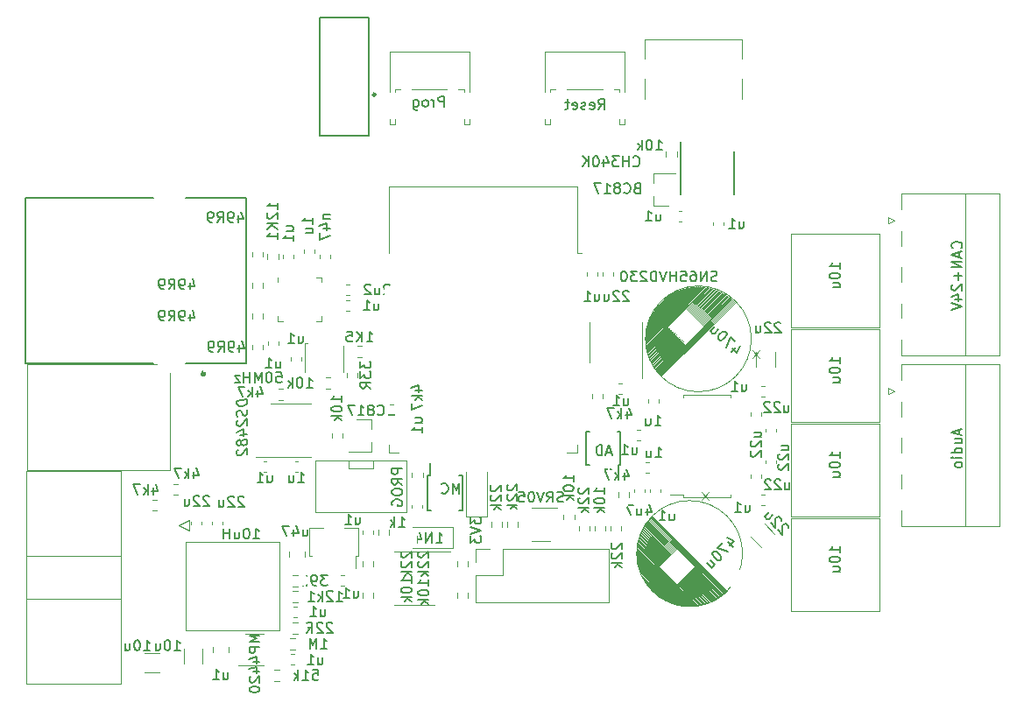
<source format=gbo>
G04 #@! TF.GenerationSoftware,KiCad,Pcbnew,(5.1.8)-1*
G04 #@! TF.CreationDate,2021-11-27T09:49:30+01:00*
G04 #@! TF.ProjectId,sensactHsNano2,73656e73-6163-4744-9873-4e616e6f322e,rev?*
G04 #@! TF.SameCoordinates,Original*
G04 #@! TF.FileFunction,Legend,Bot*
G04 #@! TF.FilePolarity,Positive*
%FSLAX46Y46*%
G04 Gerber Fmt 4.6, Leading zero omitted, Abs format (unit mm)*
G04 Created by KiCad (PCBNEW (5.1.8)-1) date 2021-11-27 09:49:30*
%MOMM*%
%LPD*%
G01*
G04 APERTURE LIST*
%ADD10C,0.150000*%
%ADD11C,0.120000*%
%ADD12C,0.300000*%
%ADD13C,0.127000*%
%ADD14C,0.250000*%
%ADD15C,3.000000*%
%ADD16R,2.000000X0.900000*%
%ADD17R,0.900000X2.000000*%
%ADD18R,5.000000X5.000000*%
%ADD19R,0.900000X1.200000*%
%ADD20C,0.100000*%
%ADD21R,0.900000X1.300000*%
%ADD22R,0.300000X1.400000*%
%ADD23R,1.060000X0.650000*%
%ADD24R,1.700000X1.300000*%
%ADD25O,1.700000X1.700000*%
%ADD26R,1.700000X1.700000*%
%ADD27R,0.250000X1.100000*%
%ADD28O,1.000000X1.000000*%
%ADD29R,1.000000X1.000000*%
%ADD30O,2.000000X1.600000*%
%ADD31R,1.220000X0.400000*%
%ADD32C,1.700000*%
%ADD33R,3.000000X3.000000*%
%ADD34R,0.510000X1.100000*%
%ADD35C,2.100000*%
%ADD36C,1.750000*%
%ADD37R,0.900000X0.800000*%
%ADD38O,1.000000X1.600000*%
%ADD39C,0.650000*%
%ADD40O,1.000000X2.100000*%
%ADD41R,0.300000X1.450000*%
%ADD42R,0.600000X1.450000*%
%ADD43C,0.900000*%
%ADD44R,2.850000X5.400000*%
%ADD45R,1.398000X1.398000*%
%ADD46C,1.398000*%
%ADD47C,1.530000*%
%ADD48C,2.445000*%
%ADD49C,3.250000*%
%ADD50R,1.000000X0.900000*%
%ADD51R,2.600000X2.600000*%
%ADD52C,1.524000*%
%ADD53O,3.600000X1.800000*%
%ADD54C,2.000000*%
G04 APERTURE END LIST*
D10*
X142882833Y-136786880D02*
X142882833Y-135786880D01*
X142549500Y-136501166D01*
X142216166Y-135786880D01*
X142216166Y-136786880D01*
X141168547Y-136691642D02*
X141216166Y-136739261D01*
X141359023Y-136786880D01*
X141454261Y-136786880D01*
X141597119Y-136739261D01*
X141692357Y-136644023D01*
X141739976Y-136548785D01*
X141787595Y-136358309D01*
X141787595Y-136215452D01*
X141739976Y-136024976D01*
X141692357Y-135929738D01*
X141597119Y-135834500D01*
X141454261Y-135786880D01*
X141359023Y-135786880D01*
X141216166Y-135834500D01*
X141168547Y-135882119D01*
X157583095Y-132818166D02*
X157106904Y-132818166D01*
X157678333Y-133103880D02*
X157345000Y-132103880D01*
X157011666Y-133103880D01*
X156678333Y-133103880D02*
X156678333Y-132103880D01*
X156440238Y-132103880D01*
X156297380Y-132151500D01*
X156202142Y-132246738D01*
X156154523Y-132341976D01*
X156106904Y-132532452D01*
X156106904Y-132675309D01*
X156154523Y-132865785D01*
X156202142Y-132961023D01*
X156297380Y-133056261D01*
X156440238Y-133103880D01*
X156678333Y-133103880D01*
D11*
X160351080Y-130617500D02*
X160069920Y-130617500D01*
X160351080Y-131637500D02*
X160069920Y-131637500D01*
X156732500Y-127143742D02*
X156732500Y-127618258D01*
X155687500Y-127143742D02*
X155687500Y-127618258D01*
X117985000Y-139777080D02*
X117985000Y-139495920D01*
X116965000Y-139777080D02*
X116965000Y-139495920D01*
X120017000Y-139777080D02*
X120017000Y-139495920D01*
X118997000Y-139777080D02*
X118997000Y-139495920D01*
X116247500Y-151815748D02*
X116247500Y-153238252D01*
X118067500Y-151815748D02*
X118067500Y-153238252D01*
X112445748Y-154072000D02*
X113868252Y-154072000D01*
X112445748Y-152252000D02*
X113868252Y-152252000D01*
X157736000Y-115710580D02*
X157736000Y-115429420D01*
X156716000Y-115710580D02*
X156716000Y-115429420D01*
X147496000Y-139526242D02*
X147496000Y-140000758D01*
X148541000Y-139526242D02*
X148541000Y-140000758D01*
X145972000Y-139526242D02*
X145972000Y-140000758D01*
X147017000Y-139526242D02*
X147017000Y-140000758D01*
X154281000Y-132029000D02*
X154281000Y-132809000D01*
X154281000Y-132809000D02*
X153281000Y-132809000D01*
X136041000Y-132029000D02*
X136041000Y-132809000D01*
X136041000Y-132809000D02*
X137041000Y-132809000D01*
X154281000Y-107064000D02*
X136041000Y-107064000D01*
X136041000Y-107064000D02*
X136041000Y-113484000D01*
X154281000Y-107064000D02*
X154281000Y-113484000D01*
X154281000Y-113484000D02*
X154661000Y-113484000D01*
X133538500Y-140384920D02*
X133538500Y-140666080D01*
X134558500Y-140384920D02*
X134558500Y-140666080D01*
X142267500Y-140033500D02*
X142267500Y-142033500D01*
X142267500Y-142033500D02*
X138367500Y-142033500D01*
X142267500Y-140033500D02*
X138367500Y-140033500D01*
X127925500Y-142882252D02*
X127925500Y-142359748D01*
X126455500Y-142882252D02*
X126455500Y-142359748D01*
X129696500Y-140135500D02*
X128386500Y-140135500D01*
X128386500Y-140135500D02*
X128386500Y-142855500D01*
X132876500Y-143995500D02*
X132876500Y-142855500D01*
X133106500Y-140135500D02*
X131796500Y-140135500D01*
X133106500Y-142855500D02*
X133106500Y-140135500D01*
X133106500Y-142855500D02*
X132876500Y-142855500D01*
X128386500Y-142855500D02*
X128616500Y-142855500D01*
D10*
X140028000Y-135040500D02*
X140028000Y-133815500D01*
X143153000Y-135040500D02*
X143153000Y-138390500D01*
X139803000Y-135040500D02*
X139803000Y-138390500D01*
X143153000Y-135040500D02*
X142853000Y-135040500D01*
X143153000Y-138390500D02*
X142853000Y-138390500D01*
X139803000Y-138390500D02*
X140103000Y-138390500D01*
X139803000Y-135040500D02*
X140028000Y-135040500D01*
D11*
X151649000Y-141373500D02*
X149849000Y-141373500D01*
X149849000Y-138153500D02*
X152299000Y-138153500D01*
X142670000Y-143336242D02*
X142670000Y-143810758D01*
X143715000Y-143336242D02*
X143715000Y-143810758D01*
X133526000Y-143336242D02*
X133526000Y-143810758D01*
X134571000Y-143336242D02*
X134571000Y-143810758D01*
X142670000Y-146384242D02*
X142670000Y-146858758D01*
X143715000Y-146384242D02*
X143715000Y-146858758D01*
X133526000Y-146384242D02*
X133526000Y-146858758D01*
X134571000Y-146384242D02*
X134571000Y-146858758D01*
X156986500Y-140381758D02*
X156986500Y-139907242D01*
X155941500Y-140381758D02*
X155941500Y-139907242D01*
X157465500Y-139907242D02*
X157465500Y-140381758D01*
X158510500Y-139907242D02*
X158510500Y-140381758D01*
X152957000Y-138827742D02*
X152957000Y-139302258D01*
X154002000Y-138827742D02*
X154002000Y-139302258D01*
X154417500Y-139907242D02*
X154417500Y-140381758D01*
X155462500Y-139907242D02*
X155462500Y-140381758D01*
X135050000Y-140288242D02*
X135050000Y-140762758D01*
X136095000Y-140288242D02*
X136095000Y-140762758D01*
X145526000Y-134711500D02*
X145526000Y-139011500D01*
X145526000Y-139011500D02*
X143526000Y-139011500D01*
X143526000Y-139011500D02*
X143526000Y-134711500D01*
X139321000Y-138189580D02*
X139321000Y-137908420D01*
X138301000Y-138189580D02*
X138301000Y-137908420D01*
X131431420Y-145671000D02*
X131712580Y-145671000D01*
X131431420Y-144651000D02*
X131712580Y-144651000D01*
X144466000Y-142116500D02*
X144466000Y-143446500D01*
X145796000Y-142116500D02*
X144466000Y-142116500D01*
X144466000Y-144716500D02*
X144466000Y-147316500D01*
X147066000Y-144716500D02*
X144466000Y-144716500D01*
X147066000Y-142116500D02*
X147066000Y-144716500D01*
X144466000Y-147316500D02*
X157286000Y-147316500D01*
X147066000Y-142116500D02*
X157286000Y-142116500D01*
X157286000Y-142116500D02*
X157286000Y-147316500D01*
D10*
X158406500Y-134022500D02*
X158231500Y-134022500D01*
X158406500Y-130772500D02*
X158131500Y-130772500D01*
X155156500Y-130772500D02*
X155431500Y-130772500D01*
X155156500Y-134022500D02*
X155431500Y-134022500D01*
X158406500Y-134022500D02*
X158406500Y-130772500D01*
X155156500Y-134022500D02*
X155156500Y-130772500D01*
X158231500Y-134022500D02*
X158231500Y-135097500D01*
D11*
X138557000Y-142410500D02*
X142007000Y-142410500D01*
X138557000Y-142410500D02*
X136607000Y-142410500D01*
X138557000Y-147530500D02*
X140507000Y-147530500D01*
X138557000Y-147530500D02*
X136607000Y-147530500D01*
X134550000Y-134380500D02*
X134550000Y-133580500D01*
X132150000Y-134380500D02*
X134550000Y-134380500D01*
X132150000Y-133580500D02*
X132150000Y-134380500D01*
X137750000Y-138580500D02*
X133350000Y-138580500D01*
X137750000Y-133580500D02*
X137750000Y-138580500D01*
X128950000Y-133580500D02*
X137750000Y-133580500D01*
X128950000Y-138580500D02*
X128950000Y-133580500D01*
X133350000Y-138580500D02*
X128950000Y-138580500D01*
X101064000Y-134554000D02*
X114864000Y-134554000D01*
X101064000Y-124314000D02*
X101064000Y-134554000D01*
X114864000Y-124314000D02*
X101064000Y-124314000D01*
X114864000Y-134554000D02*
X114864000Y-124314000D01*
X126859420Y-148782500D02*
X127140580Y-148782500D01*
X126859420Y-147762500D02*
X127140580Y-147762500D01*
X126886580Y-152334500D02*
X126605420Y-152334500D01*
X126886580Y-153354500D02*
X126605420Y-153354500D01*
X122183000Y-150332000D02*
X123943000Y-150332000D01*
X123943000Y-153402000D02*
X121513000Y-153402000D01*
X126762742Y-145747000D02*
X127237258Y-145747000D01*
X126762742Y-144702000D02*
X127237258Y-144702000D01*
X126762742Y-147271000D02*
X127237258Y-147271000D01*
X126762742Y-146226000D02*
X127237258Y-146226000D01*
X127237258Y-149274000D02*
X126762742Y-149274000D01*
X127237258Y-150319000D02*
X126762742Y-150319000D01*
X125459258Y-153846000D02*
X124984742Y-153846000D01*
X125459258Y-154891000D02*
X124984742Y-154891000D01*
X126983258Y-150798000D02*
X126508742Y-150798000D01*
X126983258Y-151843000D02*
X126508742Y-151843000D01*
X125467500Y-150032500D02*
X125467500Y-141432500D01*
X125467500Y-141432500D02*
X116467500Y-141432500D01*
X116467500Y-141432500D02*
X116467500Y-150032500D01*
X116467500Y-150032500D02*
X125467500Y-150032500D01*
X126619000Y-133243000D02*
X123169000Y-133243000D01*
X126619000Y-133243000D02*
X128569000Y-133243000D01*
X126619000Y-128123000D02*
X124669000Y-128123000D01*
X126619000Y-128123000D02*
X128569000Y-128123000D01*
X110157000Y-142857000D02*
X101037000Y-142857000D01*
X110157000Y-146957000D02*
X101037000Y-146957000D01*
X110157000Y-134617000D02*
X101037000Y-134617000D01*
X101037000Y-134617000D02*
X101037000Y-155197000D01*
X101037000Y-155197000D02*
X110157000Y-155197000D01*
X110157000Y-155197000D02*
X110157000Y-134617000D01*
X115777000Y-139827000D02*
X116777000Y-139327000D01*
X116777000Y-139327000D02*
X116777000Y-140327000D01*
X116777000Y-140327000D02*
X115777000Y-139827000D01*
X133460258Y-122540500D02*
X132985742Y-122540500D01*
X133460258Y-123585500D02*
X132985742Y-123585500D01*
X129937742Y-126633500D02*
X130412258Y-126633500D01*
X129937742Y-125588500D02*
X130412258Y-125588500D01*
X138288500Y-135238258D02*
X138288500Y-134763742D01*
X139333500Y-135238258D02*
X139333500Y-134763742D01*
X125840258Y-127713000D02*
X125365742Y-127713000D01*
X125840258Y-126668000D02*
X125365742Y-126668000D01*
D10*
X164308000Y-102791000D02*
X164308000Y-107861000D01*
X169448000Y-103721000D02*
X169448000Y-107861000D01*
D11*
X158340000Y-97720000D02*
X158340000Y-97950000D01*
X158860000Y-94050000D02*
X151140000Y-94050000D01*
X151140000Y-94050000D02*
X151140000Y-97950000D01*
X158860000Y-101060000D02*
X158340000Y-101060000D01*
X158860000Y-94050000D02*
X158860000Y-97950000D01*
X151660000Y-97720000D02*
X151660000Y-97950000D01*
X158340000Y-100550000D02*
X158340000Y-101060000D01*
X158860000Y-100550000D02*
X158860000Y-101060000D01*
X152200000Y-97720000D02*
X151660000Y-97720000D01*
X151660000Y-100550000D02*
X151660000Y-101060000D01*
X151660000Y-101060000D02*
X151140000Y-101060000D01*
X151140000Y-100550000D02*
X151140000Y-101060000D01*
X158340000Y-97720000D02*
X157800000Y-97720000D01*
X156700000Y-97720000D02*
X153300000Y-97720000D01*
X143340000Y-97720000D02*
X143340000Y-97950000D01*
X143860000Y-94050000D02*
X136140000Y-94050000D01*
X136140000Y-94050000D02*
X136140000Y-97950000D01*
X143860000Y-101060000D02*
X143340000Y-101060000D01*
X143860000Y-94050000D02*
X143860000Y-97950000D01*
X136660000Y-97720000D02*
X136660000Y-97950000D01*
X143340000Y-100550000D02*
X143340000Y-101060000D01*
X143860000Y-100550000D02*
X143860000Y-101060000D01*
X137200000Y-97720000D02*
X136660000Y-97720000D01*
X136660000Y-100550000D02*
X136660000Y-101060000D01*
X136660000Y-101060000D02*
X136140000Y-101060000D01*
X136140000Y-100550000D02*
X136140000Y-101060000D01*
X143340000Y-97720000D02*
X142800000Y-97720000D01*
X141700000Y-97720000D02*
X138300000Y-97720000D01*
X162863000Y-104186758D02*
X162863000Y-103712242D01*
X163908000Y-104186758D02*
X163908000Y-103712242D01*
X131586500Y-130953742D02*
X131586500Y-131428258D01*
X130541500Y-130953742D02*
X130541500Y-131428258D01*
X161609500Y-108958500D02*
X163069500Y-108958500D01*
X161609500Y-105798500D02*
X163769500Y-105798500D01*
X161609500Y-105798500D02*
X161609500Y-106728500D01*
X161609500Y-108958500D02*
X161609500Y-108028500D01*
X134364000Y-129611000D02*
X132904000Y-129611000D01*
X134364000Y-132771000D02*
X132204000Y-132771000D01*
X134364000Y-132771000D02*
X134364000Y-131841000D01*
X134364000Y-129611000D02*
X134364000Y-130541000D01*
X160800000Y-94750000D02*
X160800000Y-92850000D01*
X160800000Y-98650000D02*
X160800000Y-96650000D01*
X170200000Y-94750000D02*
X170200000Y-92850000D01*
X170200000Y-98650000D02*
X170200000Y-96650000D01*
X160800000Y-92850000D02*
X170200000Y-92850000D01*
X164070420Y-109472000D02*
X164351580Y-109472000D01*
X164070420Y-110492000D02*
X164351580Y-110492000D01*
X168404000Y-110539920D02*
X168404000Y-110821080D01*
X167384000Y-110539920D02*
X167384000Y-110821080D01*
X174897000Y-120849000D02*
X174897000Y-129849000D01*
X183497000Y-120849000D02*
X174897000Y-120849000D01*
X183497000Y-129849000D02*
X183497000Y-120849000D01*
X174897000Y-129849000D02*
X183497000Y-129849000D01*
X174897000Y-111700000D02*
X174897000Y-120700000D01*
X183497000Y-111700000D02*
X174897000Y-111700000D01*
X183497000Y-120700000D02*
X183497000Y-111700000D01*
X174897000Y-120700000D02*
X183497000Y-120700000D01*
X174897000Y-129993000D02*
X174897000Y-138993000D01*
X183497000Y-129993000D02*
X174897000Y-129993000D01*
X183497000Y-138993000D02*
X183497000Y-129993000D01*
X174897000Y-138993000D02*
X183497000Y-138993000D01*
X174897000Y-139137000D02*
X174897000Y-148137000D01*
X183497000Y-139137000D02*
X174897000Y-139137000D01*
X183497000Y-148137000D02*
X183497000Y-139137000D01*
X174897000Y-148137000D02*
X183497000Y-148137000D01*
X120559500Y-151630748D02*
X120559500Y-152153252D01*
X119089500Y-151630748D02*
X119089500Y-152153252D01*
X128843500Y-113488080D02*
X128843500Y-113206920D01*
X127823500Y-113488080D02*
X127823500Y-113206920D01*
X160548000Y-122174000D02*
X160548000Y-125624000D01*
X160548000Y-122174000D02*
X160548000Y-120224000D01*
X155428000Y-122174000D02*
X155428000Y-124124000D01*
X155428000Y-122174000D02*
X155428000Y-120224000D01*
X113648258Y-138444500D02*
X113173742Y-138444500D01*
X113648258Y-137399500D02*
X113173742Y-137399500D01*
X115205742Y-135875500D02*
X115680258Y-135875500D01*
X115205742Y-136920500D02*
X115680258Y-136920500D01*
X155192000Y-115710580D02*
X155192000Y-115429420D01*
X156212000Y-115710580D02*
X156212000Y-115429420D01*
X158291920Y-126109000D02*
X158573080Y-126109000D01*
X158291920Y-127129000D02*
X158573080Y-127129000D01*
X124219580Y-134685500D02*
X123938420Y-134685500D01*
X124219580Y-133665500D02*
X123938420Y-133665500D01*
X126986420Y-133665500D02*
X127267580Y-133665500D01*
X126986420Y-134685500D02*
X127267580Y-134685500D01*
X172028000Y-135268580D02*
X172028000Y-134987420D01*
X171008000Y-135268580D02*
X171008000Y-134987420D01*
X161176580Y-134749000D02*
X160895420Y-134749000D01*
X161176580Y-133729000D02*
X160895420Y-133729000D01*
X158227500Y-137143258D02*
X158227500Y-136668742D01*
X159272500Y-137143258D02*
X159272500Y-136668742D01*
X172071420Y-126363000D02*
X172352580Y-126363000D01*
X172071420Y-127383000D02*
X172352580Y-127383000D01*
X161161000Y-127966080D02*
X161161000Y-127684920D01*
X162181000Y-127966080D02*
X162181000Y-127684920D01*
X172071420Y-136904000D02*
X172352580Y-136904000D01*
X172071420Y-137924000D02*
X172352580Y-137924000D01*
X162308000Y-136384420D02*
X162308000Y-136665580D01*
X161288000Y-136384420D02*
X161288000Y-136665580D01*
X160784000Y-136384420D02*
X160784000Y-136665580D01*
X159764000Y-136384420D02*
X159764000Y-136665580D01*
X173376000Y-124536252D02*
X173376000Y-123113748D01*
X171556000Y-124536252D02*
X171556000Y-123113748D01*
X171065602Y-140983536D02*
X172071464Y-141989398D01*
X172352536Y-139696602D02*
X173358398Y-140702464D01*
X172508000Y-130551420D02*
X172508000Y-130832580D01*
X173528000Y-130551420D02*
X173528000Y-130832580D01*
X171008000Y-128951420D02*
X171008000Y-129232580D01*
X172028000Y-128951420D02*
X172028000Y-129232580D01*
X173528000Y-133832580D02*
X173528000Y-133551420D01*
X172508000Y-133832580D02*
X172508000Y-133551420D01*
X164508000Y-136877000D02*
X163218000Y-136877000D01*
X164508000Y-137152000D02*
X164508000Y-136877000D01*
X166818000Y-137152000D02*
X164508000Y-137152000D01*
X169128000Y-137152000D02*
X169128000Y-136877000D01*
X166818000Y-137152000D02*
X169128000Y-137152000D01*
X164508000Y-127232000D02*
X164508000Y-127507000D01*
X166818000Y-127232000D02*
X164508000Y-127232000D01*
X169128000Y-127232000D02*
X169128000Y-127507000D01*
X166818000Y-127232000D02*
X169128000Y-127232000D01*
D12*
X118271500Y-125205000D02*
G75*
G03*
X118271500Y-125205000I-150000J0D01*
G01*
D13*
X116421500Y-124205000D02*
X122301500Y-124205000D01*
X100901500Y-124205000D02*
X113321500Y-124205000D01*
X116421500Y-108205000D02*
X122301500Y-108205000D01*
X100901500Y-108205000D02*
X113321500Y-108205000D01*
X100901500Y-124205000D02*
X100901500Y-108205000D01*
X122301500Y-124205000D02*
X122301500Y-108205000D01*
D11*
X127573500Y-123902080D02*
X127573500Y-123620920D01*
X126553500Y-123902080D02*
X126553500Y-123620920D01*
X131939420Y-117604000D02*
X132220580Y-117604000D01*
X131939420Y-116584000D02*
X132220580Y-116584000D01*
X130367500Y-113996080D02*
X130367500Y-113714920D01*
X129347500Y-113996080D02*
X129347500Y-113714920D01*
X133047000Y-125586258D02*
X133047000Y-125111742D01*
X132002000Y-125586258D02*
X132002000Y-125111742D01*
X128159000Y-122276500D02*
X127959000Y-122276500D01*
X127959000Y-122276500D02*
X127959000Y-125061500D01*
X131629000Y-125061500D02*
X131629000Y-122461500D01*
X124318500Y-113618742D02*
X124318500Y-114093258D01*
X125363500Y-113618742D02*
X125363500Y-114093258D01*
X122858000Y-119396742D02*
X122858000Y-119871258D01*
X123903000Y-119396742D02*
X123903000Y-119871258D01*
X126811500Y-113996080D02*
X126811500Y-113714920D01*
X125791500Y-113996080D02*
X125791500Y-113714920D01*
X124394500Y-122109920D02*
X124394500Y-122391080D01*
X125414500Y-122109920D02*
X125414500Y-122391080D01*
X123903000Y-116886758D02*
X123903000Y-116412242D01*
X122858000Y-116886758D02*
X122858000Y-116412242D01*
X122858000Y-113427242D02*
X122858000Y-113901758D01*
X123903000Y-113427242D02*
X123903000Y-113901758D01*
X123903000Y-122855758D02*
X123903000Y-122381242D01*
X122858000Y-122855758D02*
X122858000Y-122381242D01*
X131939420Y-119128000D02*
X132220580Y-119128000D01*
X131939420Y-118108000D02*
X132220580Y-118108000D01*
X125334500Y-116348000D02*
X125334500Y-115873000D01*
X129554500Y-120093000D02*
X129079500Y-120093000D01*
X129554500Y-119618000D02*
X129554500Y-120093000D01*
X129554500Y-115873000D02*
X129079500Y-115873000D01*
X129554500Y-116348000D02*
X129554500Y-115873000D01*
X125334500Y-120093000D02*
X125809500Y-120093000D01*
X125334500Y-119618000D02*
X125334500Y-120093000D01*
D14*
X134764800Y-98198000D02*
G75*
G03*
X134764800Y-98198000I-125000J0D01*
G01*
D10*
X134110200Y-90781600D02*
X129389800Y-90781600D01*
X134110200Y-102182200D02*
X134110200Y-90781600D01*
X129389800Y-102182200D02*
X134110200Y-102182200D01*
X129389800Y-90781600D02*
X129389800Y-102182200D01*
D11*
X184344000Y-126573000D02*
X184344000Y-127173000D01*
X184944000Y-126873000D02*
X184344000Y-126573000D01*
X184344000Y-127173000D02*
X184944000Y-126873000D01*
X191744000Y-124313000D02*
X191744000Y-139933000D01*
X185634000Y-134923000D02*
X185634000Y-136323000D01*
X185634000Y-131423000D02*
X185634000Y-132823000D01*
X185634000Y-127923000D02*
X185634000Y-129323000D01*
X185634000Y-139933000D02*
X185634000Y-138423000D01*
X185634000Y-124313000D02*
X185634000Y-125823000D01*
X195054000Y-139933000D02*
X185634000Y-139933000D01*
X195054000Y-124313000D02*
X195054000Y-139933000D01*
X185634000Y-124313000D02*
X195054000Y-124313000D01*
X170252563Y-142588437D02*
G75*
G03*
X170252563Y-142588437I-5120000J0D01*
G01*
X161540461Y-138996334D02*
X168724666Y-146180539D01*
X161512176Y-139024619D02*
X168696381Y-146208824D01*
X161483892Y-139052903D02*
X168668097Y-146237108D01*
X161456315Y-139081894D02*
X168639106Y-146264685D01*
X161428738Y-139110886D02*
X168610114Y-146292262D01*
X161401161Y-139139877D02*
X168581123Y-146319839D01*
X161374291Y-139169576D02*
X168551424Y-146346709D01*
X161347421Y-139199274D02*
X168521726Y-146373579D01*
X161321258Y-139229680D02*
X168491320Y-146399742D01*
X161294388Y-139259378D02*
X168461622Y-146426612D01*
X161268225Y-139289784D02*
X168431216Y-146452775D01*
X161242062Y-139320189D02*
X168400811Y-146478938D01*
X161216606Y-139351302D02*
X168369698Y-146504394D01*
X161191150Y-139382415D02*
X163887348Y-142078613D01*
X165642387Y-143833652D02*
X168338585Y-146529850D01*
X161165694Y-139413527D02*
X163859064Y-142106897D01*
X165614103Y-143861936D02*
X168307473Y-146555306D01*
X161140945Y-139445347D02*
X163830780Y-142135181D01*
X165585819Y-143890220D02*
X168275653Y-146580055D01*
X161116197Y-139477167D02*
X163802495Y-142163466D01*
X165557534Y-143918505D02*
X168243833Y-146604803D01*
X161091448Y-139508987D02*
X163774211Y-142191750D01*
X165529250Y-143946789D02*
X168212013Y-146629552D01*
X161065992Y-139541514D02*
X163745220Y-142220741D01*
X165500259Y-143975780D02*
X168179486Y-146655008D01*
X161041950Y-139574041D02*
X163716935Y-142249026D01*
X165471974Y-144004065D02*
X168146959Y-146679050D01*
X161017909Y-139606568D02*
X163688651Y-142277310D01*
X165443690Y-144032349D02*
X168114432Y-146703091D01*
X160994574Y-139639802D02*
X163660367Y-142305594D01*
X165415406Y-144060633D02*
X168081198Y-146726426D01*
X160971240Y-139673036D02*
X163632083Y-142333878D01*
X165387122Y-144088917D02*
X168047964Y-146749760D01*
X160947905Y-139706270D02*
X163603798Y-142362163D01*
X165358837Y-144117202D02*
X168014730Y-146773095D01*
X160924571Y-139739504D02*
X163575514Y-142390447D01*
X165330553Y-144145486D02*
X167981496Y-146796429D01*
X160901943Y-139773445D02*
X163547230Y-142418731D01*
X165302269Y-144173770D02*
X167947555Y-146819057D01*
X160879316Y-139807386D02*
X163518945Y-142447016D01*
X165273984Y-144202055D02*
X167913614Y-146841684D01*
X160857396Y-139842034D02*
X163490661Y-142475300D01*
X165245700Y-144230339D02*
X167878966Y-146863604D01*
X160835475Y-139876682D02*
X163462377Y-142503584D01*
X165217416Y-144258623D02*
X167844318Y-146885525D01*
X160813555Y-139911331D02*
X163434093Y-142531868D01*
X165189132Y-144286907D02*
X167809669Y-146907445D01*
X160791635Y-139945979D02*
X163405808Y-142560153D01*
X165160847Y-144315192D02*
X167775021Y-146929365D01*
X160770421Y-139981334D02*
X163377524Y-142588437D01*
X165132563Y-144343476D02*
X167739666Y-146950579D01*
X160749208Y-140016690D02*
X163349240Y-142616721D01*
X165104279Y-144371760D02*
X167704310Y-146971792D01*
X160728702Y-140052752D02*
X163320956Y-142645005D01*
X165075995Y-144400044D02*
X167668248Y-146992298D01*
X160707489Y-140088107D02*
X163292671Y-142673290D01*
X165047710Y-144428329D02*
X167632893Y-147013511D01*
X160687690Y-140124877D02*
X163264387Y-142701574D01*
X165019426Y-144456613D02*
X167596123Y-147033310D01*
X160667184Y-140160939D02*
X163236103Y-142729858D01*
X164991142Y-144484897D02*
X167560061Y-147053816D01*
X160647385Y-140197709D02*
X163207818Y-142758142D01*
X164962858Y-144513182D02*
X167523291Y-147073615D01*
X160627586Y-140234478D02*
X163179534Y-142786427D01*
X164934573Y-144541466D02*
X167486522Y-147093414D01*
X160608494Y-140271955D02*
X163151250Y-142814711D01*
X164906289Y-144569750D02*
X167449045Y-147112506D01*
X160589402Y-140309432D02*
X163122966Y-142842995D01*
X164878005Y-144598034D02*
X167411568Y-147131598D01*
X160570310Y-140346908D02*
X163094681Y-142871280D01*
X164849720Y-144626319D02*
X167374092Y-147150690D01*
X160551925Y-140385092D02*
X163066397Y-142899564D01*
X164821436Y-144654603D02*
X167335908Y-147169075D01*
X160533541Y-140423276D02*
X163038113Y-142927848D01*
X164793152Y-144682887D02*
X167297724Y-147187459D01*
X160515863Y-140462167D02*
X163009829Y-142956132D01*
X164764868Y-144711171D02*
X167258833Y-147205137D01*
X160497478Y-140500351D02*
X162981544Y-142984417D01*
X164736583Y-144739456D02*
X167220649Y-147223522D01*
X160480508Y-140539949D02*
X162953260Y-143012701D01*
X164708299Y-144767740D02*
X167181051Y-147240492D01*
X160462830Y-140578839D02*
X162924976Y-143040985D01*
X164680015Y-144796024D02*
X167142161Y-147258170D01*
X160445859Y-140618437D02*
X162896691Y-143069269D01*
X164651731Y-144824309D02*
X167102563Y-147275141D01*
X160429596Y-140658742D02*
X162868407Y-143097554D01*
X164623446Y-144852593D02*
X167062258Y-147291404D01*
X160412625Y-140698340D02*
X162840123Y-143125838D01*
X164595162Y-144880877D02*
X167022660Y-147308375D01*
X160396362Y-140738646D02*
X162811839Y-143154122D01*
X164566878Y-144909161D02*
X166982354Y-147324638D01*
X160380806Y-140779658D02*
X162783554Y-143182407D01*
X164538593Y-144937446D02*
X166941342Y-147340194D01*
X160365249Y-140820670D02*
X162755270Y-143210691D01*
X164510309Y-144965730D02*
X166900330Y-147355751D01*
X160349693Y-140861682D02*
X162726986Y-143238975D01*
X164482025Y-144994014D02*
X166859318Y-147371307D01*
X160334844Y-140903401D02*
X162698702Y-143267259D01*
X164453741Y-145022298D02*
X166817599Y-147386156D01*
X160320701Y-140945828D02*
X162670417Y-143295544D01*
X164425456Y-145050583D02*
X166775172Y-147400299D01*
X160305852Y-140987547D02*
X162642133Y-143323828D01*
X164397172Y-145078867D02*
X166733453Y-147415148D01*
X160291710Y-141029974D02*
X162613849Y-143352112D01*
X164368888Y-145107151D02*
X166691026Y-147429290D01*
X160278275Y-141073107D02*
X162585565Y-143380396D01*
X164340604Y-145135435D02*
X166647893Y-147442725D01*
X160264840Y-141116241D02*
X162557280Y-143408681D01*
X164312319Y-145163720D02*
X166604759Y-147456160D01*
X160251405Y-141159374D02*
X162528996Y-143436965D01*
X164284035Y-145192004D02*
X166561626Y-147469595D01*
X160238677Y-141203215D02*
X162500712Y-143465249D01*
X164255751Y-145220288D02*
X166517785Y-147482323D01*
X160226656Y-141247762D02*
X162472427Y-143493534D01*
X164227466Y-145248573D02*
X166473238Y-147494344D01*
X160213928Y-141291603D02*
X162444143Y-143521818D01*
X164199182Y-145276857D02*
X166429397Y-147507072D01*
X160202615Y-141336858D02*
X162415859Y-143550102D01*
X164170898Y-145305141D02*
X166384142Y-147518385D01*
X160191301Y-141382113D02*
X162387575Y-143578386D01*
X164142614Y-145333425D02*
X166338887Y-147529699D01*
X160179987Y-141427368D02*
X162359290Y-143606671D01*
X164114329Y-145361710D02*
X166293632Y-147541013D01*
X160169381Y-141473329D02*
X162331006Y-143634955D01*
X164086045Y-145389994D02*
X166247671Y-147551619D01*
X160158774Y-141519291D02*
X162302722Y-143663239D01*
X164057761Y-145418278D02*
X166201709Y-147562226D01*
X160148875Y-141565960D02*
X162274438Y-143691523D01*
X164029477Y-145446562D02*
X166155040Y-147572125D01*
X160138975Y-141612630D02*
X162246153Y-143719808D01*
X164001192Y-145474847D02*
X166108370Y-147582025D01*
X160129783Y-141660006D02*
X162217869Y-143748092D01*
X163972908Y-145503131D02*
X166060994Y-147591217D01*
X160121297Y-141708089D02*
X162189585Y-143776376D01*
X163944624Y-145531415D02*
X166012911Y-147599703D01*
X160112812Y-141756172D02*
X162161300Y-143804661D01*
X163916339Y-145559700D02*
X165964828Y-147608188D01*
X160104327Y-141804255D02*
X165916745Y-147616673D01*
X160097256Y-141853753D02*
X165867247Y-147623744D01*
X160090185Y-141903250D02*
X165817750Y-147630815D01*
X160083114Y-141952748D02*
X165768252Y-147637886D01*
X160076750Y-142002952D02*
X165718048Y-147644250D01*
X160071093Y-142053864D02*
X165667136Y-147649907D01*
X160065436Y-142104776D02*
X165616224Y-147655564D01*
X160060486Y-142156395D02*
X165564605Y-147660514D01*
X160056244Y-142208721D02*
X165512279Y-147664756D01*
X160052001Y-142261046D02*
X165459954Y-147668999D01*
X160048465Y-142314079D02*
X165406921Y-147672535D01*
X160045637Y-142367820D02*
X165353180Y-147675363D01*
X160043516Y-142422267D02*
X165298733Y-147677484D01*
X160041394Y-142476714D02*
X165244286Y-147679606D01*
X160040687Y-142532575D02*
X165188425Y-147680313D01*
X160039980Y-142588437D02*
X165132563Y-147681020D01*
X160039980Y-142645005D02*
X165075995Y-147681020D01*
X160040687Y-142702281D02*
X165018719Y-147680313D01*
X160042101Y-142760264D02*
X164960736Y-147678899D01*
X160043516Y-142818247D02*
X164902753Y-147677484D01*
X160046344Y-142877644D02*
X164843356Y-147674656D01*
X160049880Y-142937748D02*
X164783252Y-147671120D01*
X160054122Y-142998559D02*
X164722441Y-147666878D01*
X160059072Y-143060077D02*
X164660923Y-147661928D01*
X160064729Y-143122302D02*
X164598698Y-147656271D01*
X160071800Y-143185942D02*
X164535058Y-147649200D01*
X160078871Y-143249582D02*
X164471418Y-147642129D01*
X160087356Y-143314636D02*
X164406364Y-147633644D01*
X160097256Y-143381104D02*
X164339896Y-147623744D01*
X160107862Y-143448279D02*
X164272721Y-147613138D01*
X160119176Y-143516161D02*
X164204839Y-147601824D01*
X160132611Y-143586165D02*
X164134835Y-147588389D01*
X160146753Y-143656875D02*
X164064125Y-147574247D01*
X160161602Y-143728293D02*
X163992707Y-147559398D01*
X160178573Y-143801832D02*
X163919168Y-147542427D01*
X160196958Y-143876785D02*
X163844215Y-147524042D01*
X160217464Y-143953860D02*
X163767140Y-147503536D01*
X160239384Y-144032349D02*
X163688651Y-147481616D01*
X160263426Y-144112959D02*
X163608041Y-147457574D01*
X160288882Y-144194983D02*
X163526017Y-147432118D01*
X160317166Y-144279836D02*
X163441164Y-147403834D01*
X160348279Y-144367518D02*
X163353482Y-147372721D01*
X160382220Y-144458027D02*
X163262973Y-147338780D01*
X160419696Y-144552072D02*
X163168928Y-147301304D01*
X160460709Y-144649653D02*
X163071347Y-147260291D01*
X160505963Y-144751477D02*
X162969523Y-147215037D01*
X160556875Y-144858957D02*
X162862043Y-147164125D01*
X160613444Y-144972094D02*
X162748906Y-147107556D01*
X160678498Y-145093716D02*
X162627284Y-147042502D01*
X160754865Y-145226652D02*
X162494348Y-146966135D01*
X160845375Y-145373730D02*
X162347270Y-146875625D01*
X160958512Y-145543436D02*
X162177564Y-146762488D01*
X161116197Y-145757689D02*
X161963311Y-146604803D01*
X166974326Y-136680810D02*
X166267219Y-137387917D01*
X166267219Y-136680810D02*
X166974326Y-137387917D01*
X171100563Y-121825563D02*
G75*
G03*
X171100563Y-121825563I-5120000J0D01*
G01*
X169572666Y-118233461D02*
X162388461Y-125417666D01*
X169544381Y-118205176D02*
X162360176Y-125389381D01*
X169516097Y-118176892D02*
X162331892Y-125361097D01*
X169487106Y-118149315D02*
X162304315Y-125332106D01*
X169458114Y-118121738D02*
X162276738Y-125303114D01*
X169429123Y-118094161D02*
X162249161Y-125274123D01*
X169399424Y-118067291D02*
X162222291Y-125244424D01*
X169369726Y-118040421D02*
X162195421Y-125214726D01*
X169339320Y-118014258D02*
X162169258Y-125184320D01*
X169309622Y-117987388D02*
X162142388Y-125154622D01*
X169279216Y-117961225D02*
X162116225Y-125124216D01*
X169248811Y-117935062D02*
X162090062Y-125093811D01*
X169217698Y-117909606D02*
X162064606Y-125062698D01*
X169186585Y-117884150D02*
X166490387Y-120580348D01*
X164735348Y-122335387D02*
X162039150Y-125031585D01*
X169155473Y-117858694D02*
X166462103Y-120552064D01*
X164707064Y-122307103D02*
X162013694Y-125000473D01*
X169123653Y-117833945D02*
X166433819Y-120523780D01*
X164678780Y-122278819D02*
X161988945Y-124968653D01*
X169091833Y-117809197D02*
X166405534Y-120495495D01*
X164650495Y-122250534D02*
X161964197Y-124936833D01*
X169060013Y-117784448D02*
X166377250Y-120467211D01*
X164622211Y-122222250D02*
X161939448Y-124905013D01*
X169027486Y-117758992D02*
X166348259Y-120438220D01*
X164593220Y-122193259D02*
X161913992Y-124872486D01*
X168994959Y-117734950D02*
X166319974Y-120409935D01*
X164564935Y-122164974D02*
X161889950Y-124839959D01*
X168962432Y-117710909D02*
X166291690Y-120381651D01*
X164536651Y-122136690D02*
X161865909Y-124807432D01*
X168929198Y-117687574D02*
X166263406Y-120353367D01*
X164508367Y-122108406D02*
X161842574Y-124774198D01*
X168895964Y-117664240D02*
X166235122Y-120325083D01*
X164480083Y-122080122D02*
X161819240Y-124740964D01*
X168862730Y-117640905D02*
X166206837Y-120296798D01*
X164451798Y-122051837D02*
X161795905Y-124707730D01*
X168829496Y-117617571D02*
X166178553Y-120268514D01*
X164423514Y-122023553D02*
X161772571Y-124674496D01*
X168795555Y-117594943D02*
X166150269Y-120240230D01*
X164395230Y-121995269D02*
X161749943Y-124640555D01*
X168761614Y-117572316D02*
X166121984Y-120211945D01*
X164366945Y-121966984D02*
X161727316Y-124606614D01*
X168726966Y-117550396D02*
X166093700Y-120183661D01*
X164338661Y-121938700D02*
X161705396Y-124571966D01*
X168692318Y-117528475D02*
X166065416Y-120155377D01*
X164310377Y-121910416D02*
X161683475Y-124537318D01*
X168657669Y-117506555D02*
X166037132Y-120127093D01*
X164282093Y-121882132D02*
X161661555Y-124502669D01*
X168623021Y-117484635D02*
X166008847Y-120098808D01*
X164253808Y-121853847D02*
X161639635Y-124468021D01*
X168587666Y-117463421D02*
X165980563Y-120070524D01*
X164225524Y-121825563D02*
X161618421Y-124432666D01*
X168552310Y-117442208D02*
X165952279Y-120042240D01*
X164197240Y-121797279D02*
X161597208Y-124397310D01*
X168516248Y-117421702D02*
X165923995Y-120013956D01*
X164168956Y-121768995D02*
X161576702Y-124361248D01*
X168480893Y-117400489D02*
X165895710Y-119985671D01*
X164140671Y-121740710D02*
X161555489Y-124325893D01*
X168444123Y-117380690D02*
X165867426Y-119957387D01*
X164112387Y-121712426D02*
X161535690Y-124289123D01*
X168408061Y-117360184D02*
X165839142Y-119929103D01*
X164084103Y-121684142D02*
X161515184Y-124253061D01*
X168371291Y-117340385D02*
X165810858Y-119900818D01*
X164055818Y-121655858D02*
X161495385Y-124216291D01*
X168334522Y-117320586D02*
X165782573Y-119872534D01*
X164027534Y-121627573D02*
X161475586Y-124179522D01*
X168297045Y-117301494D02*
X165754289Y-119844250D01*
X163999250Y-121599289D02*
X161456494Y-124142045D01*
X168259568Y-117282402D02*
X165726005Y-119815966D01*
X163970966Y-121571005D02*
X161437402Y-124104568D01*
X168222092Y-117263310D02*
X165697720Y-119787681D01*
X163942681Y-121542720D02*
X161418310Y-124067092D01*
X168183908Y-117244925D02*
X165669436Y-119759397D01*
X163914397Y-121514436D02*
X161399925Y-124028908D01*
X168145724Y-117226541D02*
X165641152Y-119731113D01*
X163886113Y-121486152D02*
X161381541Y-123990724D01*
X168106833Y-117208863D02*
X165612868Y-119702829D01*
X163857829Y-121457868D02*
X161363863Y-123951833D01*
X168068649Y-117190478D02*
X165584583Y-119674544D01*
X163829544Y-121429583D02*
X161345478Y-123913649D01*
X168029051Y-117173508D02*
X165556299Y-119646260D01*
X163801260Y-121401299D02*
X161328508Y-123874051D01*
X167990161Y-117155830D02*
X165528015Y-119617976D01*
X163772976Y-121373015D02*
X161310830Y-123835161D01*
X167950563Y-117138859D02*
X165499731Y-119589691D01*
X163744691Y-121344731D02*
X161293859Y-123795563D01*
X167910258Y-117122596D02*
X165471446Y-119561407D01*
X163716407Y-121316446D02*
X161277596Y-123755258D01*
X167870660Y-117105625D02*
X165443162Y-119533123D01*
X163688123Y-121288162D02*
X161260625Y-123715660D01*
X167830354Y-117089362D02*
X165414878Y-119504839D01*
X163659839Y-121259878D02*
X161244362Y-123675354D01*
X167789342Y-117073806D02*
X165386593Y-119476554D01*
X163631554Y-121231593D02*
X161228806Y-123634342D01*
X167748330Y-117058249D02*
X165358309Y-119448270D01*
X163603270Y-121203309D02*
X161213249Y-123593330D01*
X167707318Y-117042693D02*
X165330025Y-119419986D01*
X163574986Y-121175025D02*
X161197693Y-123552318D01*
X167665599Y-117027844D02*
X165301741Y-119391702D01*
X163546702Y-121146741D02*
X161182844Y-123510599D01*
X167623172Y-117013701D02*
X165273456Y-119363417D01*
X163518417Y-121118456D02*
X161168701Y-123468172D01*
X167581453Y-116998852D02*
X165245172Y-119335133D01*
X163490133Y-121090172D02*
X161153852Y-123426453D01*
X167539026Y-116984710D02*
X165216888Y-119306849D01*
X163461849Y-121061888D02*
X161139710Y-123384026D01*
X167495893Y-116971275D02*
X165188604Y-119278565D01*
X163433565Y-121033604D02*
X161126275Y-123340893D01*
X167452759Y-116957840D02*
X165160319Y-119250280D01*
X163405280Y-121005319D02*
X161112840Y-123297759D01*
X167409626Y-116944405D02*
X165132035Y-119221996D01*
X163376996Y-120977035D02*
X161099405Y-123254626D01*
X167365785Y-116931677D02*
X165103751Y-119193712D01*
X163348712Y-120948751D02*
X161086677Y-123210785D01*
X167321238Y-116919656D02*
X165075466Y-119165427D01*
X163320427Y-120920466D02*
X161074656Y-123166238D01*
X167277397Y-116906928D02*
X165047182Y-119137143D01*
X163292143Y-120892182D02*
X161061928Y-123122397D01*
X167232142Y-116895615D02*
X165018898Y-119108859D01*
X163263859Y-120863898D02*
X161050615Y-123077142D01*
X167186887Y-116884301D02*
X164990614Y-119080575D01*
X163235575Y-120835614D02*
X161039301Y-123031887D01*
X167141632Y-116872987D02*
X164962329Y-119052290D01*
X163207290Y-120807329D02*
X161027987Y-122986632D01*
X167095671Y-116862381D02*
X164934045Y-119024006D01*
X163179006Y-120779045D02*
X161017381Y-122940671D01*
X167049709Y-116851774D02*
X164905761Y-118995722D01*
X163150722Y-120750761D02*
X161006774Y-122894709D01*
X167003040Y-116841875D02*
X164877477Y-118967438D01*
X163122438Y-120722477D02*
X160996875Y-122848040D01*
X166956370Y-116831975D02*
X164849192Y-118939153D01*
X163094153Y-120694192D02*
X160986975Y-122801370D01*
X166908994Y-116822783D02*
X164820908Y-118910869D01*
X163065869Y-120665908D02*
X160977783Y-122753994D01*
X166860911Y-116814297D02*
X164792624Y-118882585D01*
X163037585Y-120637624D02*
X160969297Y-122705911D01*
X166812828Y-116805812D02*
X164764339Y-118854300D01*
X163009300Y-120609339D02*
X160960812Y-122657828D01*
X166764745Y-116797327D02*
X160952327Y-122609745D01*
X166715247Y-116790256D02*
X160945256Y-122560247D01*
X166665750Y-116783185D02*
X160938185Y-122510750D01*
X166616252Y-116776114D02*
X160931114Y-122461252D01*
X166566048Y-116769750D02*
X160924750Y-122411048D01*
X166515136Y-116764093D02*
X160919093Y-122360136D01*
X166464224Y-116758436D02*
X160913436Y-122309224D01*
X166412605Y-116753486D02*
X160908486Y-122257605D01*
X166360279Y-116749244D02*
X160904244Y-122205279D01*
X166307954Y-116745001D02*
X160900001Y-122152954D01*
X166254921Y-116741465D02*
X160896465Y-122099921D01*
X166201180Y-116738637D02*
X160893637Y-122046180D01*
X166146733Y-116736516D02*
X160891516Y-121991733D01*
X166092286Y-116734394D02*
X160889394Y-121937286D01*
X166036425Y-116733687D02*
X160888687Y-121881425D01*
X165980563Y-116732980D02*
X160887980Y-121825563D01*
X165923995Y-116732980D02*
X160887980Y-121768995D01*
X165866719Y-116733687D02*
X160888687Y-121711719D01*
X165808736Y-116735101D02*
X160890101Y-121653736D01*
X165750753Y-116736516D02*
X160891516Y-121595753D01*
X165691356Y-116739344D02*
X160894344Y-121536356D01*
X165631252Y-116742880D02*
X160897880Y-121476252D01*
X165570441Y-116747122D02*
X160902122Y-121415441D01*
X165508923Y-116752072D02*
X160907072Y-121353923D01*
X165446698Y-116757729D02*
X160912729Y-121291698D01*
X165383058Y-116764800D02*
X160919800Y-121228058D01*
X165319418Y-116771871D02*
X160926871Y-121164418D01*
X165254364Y-116780356D02*
X160935356Y-121099364D01*
X165187896Y-116790256D02*
X160945256Y-121032896D01*
X165120721Y-116800862D02*
X160955862Y-120965721D01*
X165052839Y-116812176D02*
X160967176Y-120897839D01*
X164982835Y-116825611D02*
X160980611Y-120827835D01*
X164912125Y-116839753D02*
X160994753Y-120757125D01*
X164840707Y-116854602D02*
X161009602Y-120685707D01*
X164767168Y-116871573D02*
X161026573Y-120612168D01*
X164692215Y-116889958D02*
X161044958Y-120537215D01*
X164615140Y-116910464D02*
X161065464Y-120460140D01*
X164536651Y-116932384D02*
X161087384Y-120381651D01*
X164456041Y-116956426D02*
X161111426Y-120301041D01*
X164374017Y-116981882D02*
X161136882Y-120219017D01*
X164289164Y-117010166D02*
X161165166Y-120134164D01*
X164201482Y-117041279D02*
X161196279Y-120046482D01*
X164110973Y-117075220D02*
X161230220Y-119955973D01*
X164016928Y-117112696D02*
X161267696Y-119861928D01*
X163919347Y-117153709D02*
X161308709Y-119764347D01*
X163817523Y-117198963D02*
X161353963Y-119662523D01*
X163710043Y-117249875D02*
X161404875Y-119555043D01*
X163596906Y-117306444D02*
X161461444Y-119441906D01*
X163475284Y-117371498D02*
X161526498Y-119320284D01*
X163342348Y-117447865D02*
X161602865Y-119187348D01*
X163195270Y-117538375D02*
X161693375Y-119040270D01*
X163025564Y-117651512D02*
X161806512Y-118870564D01*
X162811311Y-117809197D02*
X161964197Y-118656311D01*
X171888190Y-123667326D02*
X171181083Y-122960219D01*
X171888190Y-122960219D02*
X171181083Y-123667326D01*
X184344000Y-110063000D02*
X184344000Y-110663000D01*
X184944000Y-110363000D02*
X184344000Y-110063000D01*
X184344000Y-110663000D02*
X184944000Y-110363000D01*
X191744000Y-107803000D02*
X191744000Y-123423000D01*
X185634000Y-118413000D02*
X185634000Y-119813000D01*
X185634000Y-114913000D02*
X185634000Y-116313000D01*
X185634000Y-111413000D02*
X185634000Y-112813000D01*
X185634000Y-123423000D02*
X185634000Y-121913000D01*
X185634000Y-107803000D02*
X185634000Y-109313000D01*
X195054000Y-123423000D02*
X185634000Y-123423000D01*
X195054000Y-107803000D02*
X195054000Y-123423000D01*
X185634000Y-107803000D02*
X195054000Y-107803000D01*
D10*
X159583404Y-132343214D02*
X159583404Y-133009880D01*
X160011976Y-132343214D02*
X160011976Y-132867023D01*
X159964357Y-132962261D01*
X159869119Y-133009880D01*
X159726261Y-133009880D01*
X159631023Y-132962261D01*
X159583404Y-132914642D01*
X158583404Y-133009880D02*
X159154833Y-133009880D01*
X158869119Y-133009880D02*
X158869119Y-132009880D01*
X158964357Y-132152738D01*
X159059595Y-132247976D01*
X159154833Y-132295595D01*
X159059476Y-128881214D02*
X159059476Y-129547880D01*
X159297571Y-128500261D02*
X159535666Y-129214547D01*
X158916619Y-129214547D01*
X158535666Y-129547880D02*
X158535666Y-128547880D01*
X158440428Y-129166928D02*
X158154714Y-129547880D01*
X158154714Y-128881214D02*
X158535666Y-129262166D01*
X157821380Y-128547880D02*
X157154714Y-128547880D01*
X157583285Y-129547880D01*
X118689285Y-137088619D02*
X118641666Y-137041000D01*
X118546428Y-136993380D01*
X118308333Y-136993380D01*
X118213095Y-137041000D01*
X118165476Y-137088619D01*
X118117857Y-137183857D01*
X118117857Y-137279095D01*
X118165476Y-137421952D01*
X118736904Y-137993380D01*
X118117857Y-137993380D01*
X117736904Y-137088619D02*
X117689285Y-137041000D01*
X117594047Y-136993380D01*
X117355952Y-136993380D01*
X117260714Y-137041000D01*
X117213095Y-137088619D01*
X117165476Y-137183857D01*
X117165476Y-137279095D01*
X117213095Y-137421952D01*
X117784523Y-137993380D01*
X117165476Y-137993380D01*
X116308333Y-137326714D02*
X116308333Y-137993380D01*
X116736904Y-137326714D02*
X116736904Y-137850523D01*
X116689285Y-137945761D01*
X116594047Y-137993380D01*
X116451190Y-137993380D01*
X116355952Y-137945761D01*
X116308333Y-137898142D01*
X122054785Y-137152119D02*
X122007166Y-137104500D01*
X121911928Y-137056880D01*
X121673833Y-137056880D01*
X121578595Y-137104500D01*
X121530976Y-137152119D01*
X121483357Y-137247357D01*
X121483357Y-137342595D01*
X121530976Y-137485452D01*
X122102404Y-138056880D01*
X121483357Y-138056880D01*
X121102404Y-137152119D02*
X121054785Y-137104500D01*
X120959547Y-137056880D01*
X120721452Y-137056880D01*
X120626214Y-137104500D01*
X120578595Y-137152119D01*
X120530976Y-137247357D01*
X120530976Y-137342595D01*
X120578595Y-137485452D01*
X121150023Y-138056880D01*
X120530976Y-138056880D01*
X119673833Y-137390214D02*
X119673833Y-138056880D01*
X120102404Y-137390214D02*
X120102404Y-137914023D01*
X120054785Y-138009261D01*
X119959547Y-138056880D01*
X119816690Y-138056880D01*
X119721452Y-138009261D01*
X119673833Y-137961642D01*
X115323857Y-151963380D02*
X115895285Y-151963380D01*
X115609571Y-151963380D02*
X115609571Y-150963380D01*
X115704809Y-151106238D01*
X115800047Y-151201476D01*
X115895285Y-151249095D01*
X114704809Y-150963380D02*
X114609571Y-150963380D01*
X114514333Y-151011000D01*
X114466714Y-151058619D01*
X114419095Y-151153857D01*
X114371476Y-151344333D01*
X114371476Y-151582428D01*
X114419095Y-151772904D01*
X114466714Y-151868142D01*
X114514333Y-151915761D01*
X114609571Y-151963380D01*
X114704809Y-151963380D01*
X114800047Y-151915761D01*
X114847666Y-151868142D01*
X114895285Y-151772904D01*
X114942904Y-151582428D01*
X114942904Y-151344333D01*
X114895285Y-151153857D01*
X114847666Y-151058619D01*
X114800047Y-151011000D01*
X114704809Y-150963380D01*
X113514333Y-151296714D02*
X113514333Y-151963380D01*
X113942904Y-151296714D02*
X113942904Y-151820523D01*
X113895285Y-151915761D01*
X113800047Y-151963380D01*
X113657190Y-151963380D01*
X113561952Y-151915761D01*
X113514333Y-151868142D01*
X112402857Y-151963380D02*
X112974285Y-151963380D01*
X112688571Y-151963380D02*
X112688571Y-150963380D01*
X112783809Y-151106238D01*
X112879047Y-151201476D01*
X112974285Y-151249095D01*
X111783809Y-150963380D02*
X111688571Y-150963380D01*
X111593333Y-151011000D01*
X111545714Y-151058619D01*
X111498095Y-151153857D01*
X111450476Y-151344333D01*
X111450476Y-151582428D01*
X111498095Y-151772904D01*
X111545714Y-151868142D01*
X111593333Y-151915761D01*
X111688571Y-151963380D01*
X111783809Y-151963380D01*
X111879047Y-151915761D01*
X111926666Y-151868142D01*
X111974285Y-151772904D01*
X112021904Y-151582428D01*
X112021904Y-151344333D01*
X111974285Y-151153857D01*
X111926666Y-151058619D01*
X111879047Y-151011000D01*
X111783809Y-150963380D01*
X110593333Y-151296714D02*
X110593333Y-151963380D01*
X111021904Y-151296714D02*
X111021904Y-151820523D01*
X110974285Y-151915761D01*
X110879047Y-151963380D01*
X110736190Y-151963380D01*
X110640952Y-151915761D01*
X110593333Y-151868142D01*
X159265785Y-117276619D02*
X159218166Y-117229000D01*
X159122928Y-117181380D01*
X158884833Y-117181380D01*
X158789595Y-117229000D01*
X158741976Y-117276619D01*
X158694357Y-117371857D01*
X158694357Y-117467095D01*
X158741976Y-117609952D01*
X159313404Y-118181380D01*
X158694357Y-118181380D01*
X158313404Y-117276619D02*
X158265785Y-117229000D01*
X158170547Y-117181380D01*
X157932452Y-117181380D01*
X157837214Y-117229000D01*
X157789595Y-117276619D01*
X157741976Y-117371857D01*
X157741976Y-117467095D01*
X157789595Y-117609952D01*
X158361023Y-118181380D01*
X157741976Y-118181380D01*
X156884833Y-117514714D02*
X156884833Y-118181380D01*
X157313404Y-117514714D02*
X157313404Y-118038523D01*
X157265785Y-118133761D01*
X157170547Y-118181380D01*
X157027690Y-118181380D01*
X156932452Y-118133761D01*
X156884833Y-118086142D01*
X147566119Y-135929833D02*
X147518500Y-135977452D01*
X147470880Y-136072690D01*
X147470880Y-136310785D01*
X147518500Y-136406023D01*
X147566119Y-136453642D01*
X147661357Y-136501261D01*
X147756595Y-136501261D01*
X147899452Y-136453642D01*
X148470880Y-135882214D01*
X148470880Y-136501261D01*
X147566119Y-136882214D02*
X147518500Y-136929833D01*
X147470880Y-137025071D01*
X147470880Y-137263166D01*
X147518500Y-137358404D01*
X147566119Y-137406023D01*
X147661357Y-137453642D01*
X147756595Y-137453642D01*
X147899452Y-137406023D01*
X148470880Y-136834595D01*
X148470880Y-137453642D01*
X148470880Y-137882214D02*
X147470880Y-137882214D01*
X148089928Y-137977452D02*
X148470880Y-138263166D01*
X147804214Y-138263166D02*
X148185166Y-137882214D01*
X145978619Y-135993333D02*
X145931000Y-136040952D01*
X145883380Y-136136190D01*
X145883380Y-136374285D01*
X145931000Y-136469523D01*
X145978619Y-136517142D01*
X146073857Y-136564761D01*
X146169095Y-136564761D01*
X146311952Y-136517142D01*
X146883380Y-135945714D01*
X146883380Y-136564761D01*
X145978619Y-136945714D02*
X145931000Y-136993333D01*
X145883380Y-137088571D01*
X145883380Y-137326666D01*
X145931000Y-137421904D01*
X145978619Y-137469523D01*
X146073857Y-137517142D01*
X146169095Y-137517142D01*
X146311952Y-137469523D01*
X146883380Y-136898095D01*
X146883380Y-137517142D01*
X146883380Y-137945714D02*
X145883380Y-137945714D01*
X146502428Y-138040952D02*
X146883380Y-138326666D01*
X146216714Y-138326666D02*
X146597666Y-137945714D01*
X132849904Y-139104714D02*
X132849904Y-139771380D01*
X133278476Y-139104714D02*
X133278476Y-139628523D01*
X133230857Y-139723761D01*
X133135619Y-139771380D01*
X132992761Y-139771380D01*
X132897523Y-139723761D01*
X132849904Y-139676142D01*
X131849904Y-139771380D02*
X132421333Y-139771380D01*
X132135619Y-139771380D02*
X132135619Y-138771380D01*
X132230857Y-138914238D01*
X132326095Y-139009476D01*
X132421333Y-139057095D01*
X140668285Y-141549380D02*
X141239714Y-141549380D01*
X140954000Y-141549380D02*
X140954000Y-140549380D01*
X141049238Y-140692238D01*
X141144476Y-140787476D01*
X141239714Y-140835095D01*
X140239714Y-141549380D02*
X140239714Y-140549380D01*
X139668285Y-141549380D01*
X139668285Y-140549380D01*
X138763523Y-140882714D02*
X138763523Y-141549380D01*
X139001619Y-140501761D02*
X139239714Y-141216047D01*
X138620666Y-141216047D01*
X127738095Y-140247714D02*
X127738095Y-140914380D01*
X128166666Y-140247714D02*
X128166666Y-140771523D01*
X128119047Y-140866761D01*
X128023809Y-140914380D01*
X127880952Y-140914380D01*
X127785714Y-140866761D01*
X127738095Y-140819142D01*
X126833333Y-140247714D02*
X126833333Y-140914380D01*
X127071428Y-139866761D02*
X127309523Y-140581047D01*
X126690476Y-140581047D01*
X126404761Y-139914380D02*
X125738095Y-139914380D01*
X126166666Y-140914380D01*
X152915666Y-137564761D02*
X152772809Y-137612380D01*
X152534714Y-137612380D01*
X152439476Y-137564761D01*
X152391857Y-137517142D01*
X152344238Y-137421904D01*
X152344238Y-137326666D01*
X152391857Y-137231428D01*
X152439476Y-137183809D01*
X152534714Y-137136190D01*
X152725190Y-137088571D01*
X152820428Y-137040952D01*
X152868047Y-136993333D01*
X152915666Y-136898095D01*
X152915666Y-136802857D01*
X152868047Y-136707619D01*
X152820428Y-136660000D01*
X152725190Y-136612380D01*
X152487095Y-136612380D01*
X152344238Y-136660000D01*
X151344238Y-137612380D02*
X151677571Y-137136190D01*
X151915666Y-137612380D02*
X151915666Y-136612380D01*
X151534714Y-136612380D01*
X151439476Y-136660000D01*
X151391857Y-136707619D01*
X151344238Y-136802857D01*
X151344238Y-136945714D01*
X151391857Y-137040952D01*
X151439476Y-137088571D01*
X151534714Y-137136190D01*
X151915666Y-137136190D01*
X151058523Y-136612380D02*
X150725190Y-137612380D01*
X150391857Y-136612380D01*
X149868047Y-136612380D02*
X149772809Y-136612380D01*
X149677571Y-136660000D01*
X149629952Y-136707619D01*
X149582333Y-136802857D01*
X149534714Y-136993333D01*
X149534714Y-137231428D01*
X149582333Y-137421904D01*
X149629952Y-137517142D01*
X149677571Y-137564761D01*
X149772809Y-137612380D01*
X149868047Y-137612380D01*
X149963285Y-137564761D01*
X150010904Y-137517142D01*
X150058523Y-137421904D01*
X150106142Y-137231428D01*
X150106142Y-136993333D01*
X150058523Y-136802857D01*
X150010904Y-136707619D01*
X149963285Y-136660000D01*
X149868047Y-136612380D01*
X148629952Y-136612380D02*
X149106142Y-136612380D01*
X149153761Y-137088571D01*
X149106142Y-137040952D01*
X149010904Y-136993333D01*
X148772809Y-136993333D01*
X148677571Y-137040952D01*
X148629952Y-137088571D01*
X148582333Y-137183809D01*
X148582333Y-137421904D01*
X148629952Y-137517142D01*
X148677571Y-137564761D01*
X148772809Y-137612380D01*
X149010904Y-137612380D01*
X149106142Y-137564761D01*
X149153761Y-137517142D01*
X138993619Y-142406833D02*
X138946000Y-142454452D01*
X138898380Y-142549690D01*
X138898380Y-142787785D01*
X138946000Y-142883023D01*
X138993619Y-142930642D01*
X139088857Y-142978261D01*
X139184095Y-142978261D01*
X139326952Y-142930642D01*
X139898380Y-142359214D01*
X139898380Y-142978261D01*
X138993619Y-143359214D02*
X138946000Y-143406833D01*
X138898380Y-143502071D01*
X138898380Y-143740166D01*
X138946000Y-143835404D01*
X138993619Y-143883023D01*
X139088857Y-143930642D01*
X139184095Y-143930642D01*
X139326952Y-143883023D01*
X139898380Y-143311595D01*
X139898380Y-143930642D01*
X139898380Y-144359214D02*
X138898380Y-144359214D01*
X139517428Y-144454452D02*
X139898380Y-144740166D01*
X139231714Y-144740166D02*
X139612666Y-144359214D01*
X137342619Y-142406833D02*
X137295000Y-142454452D01*
X137247380Y-142549690D01*
X137247380Y-142787785D01*
X137295000Y-142883023D01*
X137342619Y-142930642D01*
X137437857Y-142978261D01*
X137533095Y-142978261D01*
X137675952Y-142930642D01*
X138247380Y-142359214D01*
X138247380Y-142978261D01*
X137342619Y-143359214D02*
X137295000Y-143406833D01*
X137247380Y-143502071D01*
X137247380Y-143740166D01*
X137295000Y-143835404D01*
X137342619Y-143883023D01*
X137437857Y-143930642D01*
X137533095Y-143930642D01*
X137675952Y-143883023D01*
X138247380Y-143311595D01*
X138247380Y-143930642D01*
X138247380Y-144359214D02*
X137247380Y-144359214D01*
X137866428Y-144454452D02*
X138247380Y-144740166D01*
X137580714Y-144740166D02*
X137961666Y-144359214D01*
X139898380Y-145708761D02*
X139898380Y-145137333D01*
X139898380Y-145423047D02*
X138898380Y-145423047D01*
X139041238Y-145327809D01*
X139136476Y-145232571D01*
X139184095Y-145137333D01*
X138898380Y-146327809D02*
X138898380Y-146423047D01*
X138946000Y-146518285D01*
X138993619Y-146565904D01*
X139088857Y-146613523D01*
X139279333Y-146661142D01*
X139517428Y-146661142D01*
X139707904Y-146613523D01*
X139803142Y-146565904D01*
X139850761Y-146518285D01*
X139898380Y-146423047D01*
X139898380Y-146327809D01*
X139850761Y-146232571D01*
X139803142Y-146184952D01*
X139707904Y-146137333D01*
X139517428Y-146089714D01*
X139279333Y-146089714D01*
X139088857Y-146137333D01*
X138993619Y-146184952D01*
X138946000Y-146232571D01*
X138898380Y-146327809D01*
X139898380Y-147089714D02*
X138898380Y-147089714D01*
X139517428Y-147184952D02*
X139898380Y-147470666D01*
X139231714Y-147470666D02*
X139612666Y-147089714D01*
X138247380Y-145454761D02*
X138247380Y-144883333D01*
X138247380Y-145169047D02*
X137247380Y-145169047D01*
X137390238Y-145073809D01*
X137485476Y-144978571D01*
X137533095Y-144883333D01*
X137247380Y-146073809D02*
X137247380Y-146169047D01*
X137295000Y-146264285D01*
X137342619Y-146311904D01*
X137437857Y-146359523D01*
X137628333Y-146407142D01*
X137866428Y-146407142D01*
X138056904Y-146359523D01*
X138152142Y-146311904D01*
X138199761Y-146264285D01*
X138247380Y-146169047D01*
X138247380Y-146073809D01*
X138199761Y-145978571D01*
X138152142Y-145930952D01*
X138056904Y-145883333D01*
X137866428Y-145835714D01*
X137628333Y-145835714D01*
X137437857Y-145883333D01*
X137342619Y-145930952D01*
X137295000Y-145978571D01*
X137247380Y-146073809D01*
X138247380Y-146835714D02*
X137247380Y-146835714D01*
X137866428Y-146930952D02*
X138247380Y-147216666D01*
X137580714Y-147216666D02*
X137961666Y-146835714D01*
X156916380Y-136818761D02*
X156916380Y-136247333D01*
X156916380Y-136533047D02*
X155916380Y-136533047D01*
X156059238Y-136437809D01*
X156154476Y-136342571D01*
X156202095Y-136247333D01*
X155916380Y-137437809D02*
X155916380Y-137533047D01*
X155964000Y-137628285D01*
X156011619Y-137675904D01*
X156106857Y-137723523D01*
X156297333Y-137771142D01*
X156535428Y-137771142D01*
X156725904Y-137723523D01*
X156821142Y-137675904D01*
X156868761Y-137628285D01*
X156916380Y-137533047D01*
X156916380Y-137437809D01*
X156868761Y-137342571D01*
X156821142Y-137294952D01*
X156725904Y-137247333D01*
X156535428Y-137199714D01*
X156297333Y-137199714D01*
X156106857Y-137247333D01*
X156011619Y-137294952D01*
X155964000Y-137342571D01*
X155916380Y-137437809D01*
X156916380Y-138199714D02*
X155916380Y-138199714D01*
X156535428Y-138294952D02*
X156916380Y-138580666D01*
X156249714Y-138580666D02*
X156630666Y-138199714D01*
X157662619Y-141581333D02*
X157615000Y-141628952D01*
X157567380Y-141724190D01*
X157567380Y-141962285D01*
X157615000Y-142057523D01*
X157662619Y-142105142D01*
X157757857Y-142152761D01*
X157853095Y-142152761D01*
X157995952Y-142105142D01*
X158567380Y-141533714D01*
X158567380Y-142152761D01*
X157662619Y-142533714D02*
X157615000Y-142581333D01*
X157567380Y-142676571D01*
X157567380Y-142914666D01*
X157615000Y-143009904D01*
X157662619Y-143057523D01*
X157757857Y-143105142D01*
X157853095Y-143105142D01*
X157995952Y-143057523D01*
X158567380Y-142486095D01*
X158567380Y-143105142D01*
X158567380Y-143533714D02*
X157567380Y-143533714D01*
X158186428Y-143628952D02*
X158567380Y-143914666D01*
X157900714Y-143914666D02*
X158281666Y-143533714D01*
X153931880Y-135612261D02*
X153931880Y-135040833D01*
X153931880Y-135326547D02*
X152931880Y-135326547D01*
X153074738Y-135231309D01*
X153169976Y-135136071D01*
X153217595Y-135040833D01*
X152931880Y-136231309D02*
X152931880Y-136326547D01*
X152979500Y-136421785D01*
X153027119Y-136469404D01*
X153122357Y-136517023D01*
X153312833Y-136564642D01*
X153550928Y-136564642D01*
X153741404Y-136517023D01*
X153836642Y-136469404D01*
X153884261Y-136421785D01*
X153931880Y-136326547D01*
X153931880Y-136231309D01*
X153884261Y-136136071D01*
X153836642Y-136088452D01*
X153741404Y-136040833D01*
X153550928Y-135993214D01*
X153312833Y-135993214D01*
X153122357Y-136040833D01*
X153027119Y-136088452D01*
X152979500Y-136136071D01*
X152931880Y-136231309D01*
X153931880Y-136993214D02*
X152931880Y-136993214D01*
X153550928Y-137088452D02*
X153931880Y-137374166D01*
X153265214Y-137374166D02*
X153646166Y-136993214D01*
X154487619Y-136247333D02*
X154440000Y-136294952D01*
X154392380Y-136390190D01*
X154392380Y-136628285D01*
X154440000Y-136723523D01*
X154487619Y-136771142D01*
X154582857Y-136818761D01*
X154678095Y-136818761D01*
X154820952Y-136771142D01*
X155392380Y-136199714D01*
X155392380Y-136818761D01*
X154487619Y-137199714D02*
X154440000Y-137247333D01*
X154392380Y-137342571D01*
X154392380Y-137580666D01*
X154440000Y-137675904D01*
X154487619Y-137723523D01*
X154582857Y-137771142D01*
X154678095Y-137771142D01*
X154820952Y-137723523D01*
X155392380Y-137152095D01*
X155392380Y-137771142D01*
X155392380Y-138199714D02*
X154392380Y-138199714D01*
X155011428Y-138294952D02*
X155392380Y-138580666D01*
X154725714Y-138580666D02*
X155106666Y-138199714D01*
X137025047Y-140025380D02*
X137596476Y-140025380D01*
X137310761Y-140025380D02*
X137310761Y-139025380D01*
X137406000Y-139168238D01*
X137501238Y-139263476D01*
X137596476Y-139311095D01*
X136596476Y-140025380D02*
X136596476Y-139025380D01*
X136501238Y-139644428D02*
X136215523Y-140025380D01*
X136215523Y-139358714D02*
X136596476Y-139739666D01*
X143978380Y-139096904D02*
X143978380Y-139715952D01*
X144359333Y-139382619D01*
X144359333Y-139525476D01*
X144406952Y-139620714D01*
X144454571Y-139668333D01*
X144549809Y-139715952D01*
X144787904Y-139715952D01*
X144883142Y-139668333D01*
X144930761Y-139620714D01*
X144978380Y-139525476D01*
X144978380Y-139239761D01*
X144930761Y-139144523D01*
X144883142Y-139096904D01*
X143978380Y-140001666D02*
X144978380Y-140335000D01*
X143978380Y-140668333D01*
X143978380Y-140906428D02*
X143978380Y-141525476D01*
X144359333Y-141192142D01*
X144359333Y-141335000D01*
X144406952Y-141430238D01*
X144454571Y-141477857D01*
X144549809Y-141525476D01*
X144787904Y-141525476D01*
X144883142Y-141477857D01*
X144930761Y-141430238D01*
X144978380Y-141335000D01*
X144978380Y-141049285D01*
X144930761Y-140954047D01*
X144883142Y-140906428D01*
X138596714Y-129913095D02*
X139263380Y-129913095D01*
X138596714Y-129484523D02*
X139120523Y-129484523D01*
X139215761Y-129532142D01*
X139263380Y-129627380D01*
X139263380Y-129770238D01*
X139215761Y-129865476D01*
X139168142Y-129913095D01*
X139263380Y-130913095D02*
X139263380Y-130341666D01*
X139263380Y-130627380D02*
X138263380Y-130627380D01*
X138406238Y-130532142D01*
X138501476Y-130436904D01*
X138549095Y-130341666D01*
X132659404Y-146216714D02*
X132659404Y-146883380D01*
X133087976Y-146216714D02*
X133087976Y-146740523D01*
X133040357Y-146835761D01*
X132945119Y-146883380D01*
X132802261Y-146883380D01*
X132707023Y-146835761D01*
X132659404Y-146788142D01*
X131659404Y-146883380D02*
X132230833Y-146883380D01*
X131945119Y-146883380D02*
X131945119Y-145883380D01*
X132040357Y-146026238D01*
X132135595Y-146121476D01*
X132230833Y-146169095D01*
X137358380Y-134358285D02*
X136358380Y-134358285D01*
X136358380Y-134739238D01*
X136406000Y-134834476D01*
X136453619Y-134882095D01*
X136548857Y-134929714D01*
X136691714Y-134929714D01*
X136786952Y-134882095D01*
X136834571Y-134834476D01*
X136882190Y-134739238D01*
X136882190Y-134358285D01*
X137358380Y-135929714D02*
X136882190Y-135596380D01*
X137358380Y-135358285D02*
X136358380Y-135358285D01*
X136358380Y-135739238D01*
X136406000Y-135834476D01*
X136453619Y-135882095D01*
X136548857Y-135929714D01*
X136691714Y-135929714D01*
X136786952Y-135882095D01*
X136834571Y-135834476D01*
X136882190Y-135739238D01*
X136882190Y-135358285D01*
X136358380Y-136548761D02*
X136358380Y-136739238D01*
X136406000Y-136834476D01*
X136501238Y-136929714D01*
X136691714Y-136977333D01*
X137025047Y-136977333D01*
X137215523Y-136929714D01*
X137310761Y-136834476D01*
X137358380Y-136739238D01*
X137358380Y-136548761D01*
X137310761Y-136453523D01*
X137215523Y-136358285D01*
X137025047Y-136310666D01*
X136691714Y-136310666D01*
X136501238Y-136358285D01*
X136406000Y-136453523D01*
X136358380Y-136548761D01*
X136406000Y-137929714D02*
X136358380Y-137834476D01*
X136358380Y-137691619D01*
X136406000Y-137548761D01*
X136501238Y-137453523D01*
X136596476Y-137405904D01*
X136786952Y-137358285D01*
X136929809Y-137358285D01*
X137120285Y-137405904D01*
X137215523Y-137453523D01*
X137310761Y-137548761D01*
X137358380Y-137691619D01*
X137358380Y-137786857D01*
X137310761Y-137929714D01*
X137263142Y-137977333D01*
X136929809Y-137977333D01*
X136929809Y-137786857D01*
X129484404Y-147994714D02*
X129484404Y-148661380D01*
X129912976Y-147994714D02*
X129912976Y-148518523D01*
X129865357Y-148613761D01*
X129770119Y-148661380D01*
X129627261Y-148661380D01*
X129532023Y-148613761D01*
X129484404Y-148566142D01*
X128484404Y-148661380D02*
X129055833Y-148661380D01*
X128770119Y-148661380D02*
X128770119Y-147661380D01*
X128865357Y-147804238D01*
X128960595Y-147899476D01*
X129055833Y-147947095D01*
X129230404Y-152630214D02*
X129230404Y-153296880D01*
X129658976Y-152630214D02*
X129658976Y-153154023D01*
X129611357Y-153249261D01*
X129516119Y-153296880D01*
X129373261Y-153296880D01*
X129278023Y-153249261D01*
X129230404Y-153201642D01*
X128230404Y-153296880D02*
X128801833Y-153296880D01*
X128516119Y-153296880D02*
X128516119Y-152296880D01*
X128611357Y-152439738D01*
X128706595Y-152534976D01*
X128801833Y-152582595D01*
X123578880Y-150487404D02*
X122578880Y-150487404D01*
X123293166Y-150820738D01*
X122578880Y-151154071D01*
X123578880Y-151154071D01*
X123578880Y-151630261D02*
X122578880Y-151630261D01*
X122578880Y-152011214D01*
X122626500Y-152106452D01*
X122674119Y-152154071D01*
X122769357Y-152201690D01*
X122912214Y-152201690D01*
X123007452Y-152154071D01*
X123055071Y-152106452D01*
X123102690Y-152011214D01*
X123102690Y-151630261D01*
X122912214Y-153058833D02*
X123578880Y-153058833D01*
X122531261Y-152820738D02*
X123245547Y-152582642D01*
X123245547Y-153201690D01*
X122912214Y-154011214D02*
X123578880Y-154011214D01*
X122531261Y-153773119D02*
X123245547Y-153535023D01*
X123245547Y-154154071D01*
X122674119Y-154487404D02*
X122626500Y-154535023D01*
X122578880Y-154630261D01*
X122578880Y-154868357D01*
X122626500Y-154963595D01*
X122674119Y-155011214D01*
X122769357Y-155058833D01*
X122864595Y-155058833D01*
X123007452Y-155011214D01*
X123578880Y-154439785D01*
X123578880Y-155058833D01*
X122578880Y-155677880D02*
X122578880Y-155773119D01*
X122626500Y-155868357D01*
X122674119Y-155915976D01*
X122769357Y-155963595D01*
X122959833Y-156011214D01*
X123197928Y-156011214D01*
X123388404Y-155963595D01*
X123483642Y-155915976D01*
X123531261Y-155868357D01*
X123578880Y-155773119D01*
X123578880Y-155677880D01*
X123531261Y-155582642D01*
X123483642Y-155535023D01*
X123388404Y-155487404D01*
X123197928Y-155439785D01*
X122959833Y-155439785D01*
X122769357Y-155487404D01*
X122674119Y-155535023D01*
X122626500Y-155582642D01*
X122578880Y-155677880D01*
X130119285Y-144676880D02*
X129500238Y-144676880D01*
X129833571Y-145057833D01*
X129690714Y-145057833D01*
X129595476Y-145105452D01*
X129547857Y-145153071D01*
X129500238Y-145248309D01*
X129500238Y-145486404D01*
X129547857Y-145581642D01*
X129595476Y-145629261D01*
X129690714Y-145676880D01*
X129976428Y-145676880D01*
X130071666Y-145629261D01*
X130119285Y-145581642D01*
X129024047Y-145676880D02*
X128833571Y-145676880D01*
X128738333Y-145629261D01*
X128690714Y-145581642D01*
X128595476Y-145438785D01*
X128547857Y-145248309D01*
X128547857Y-144867357D01*
X128595476Y-144772119D01*
X128643095Y-144724500D01*
X128738333Y-144676880D01*
X128928809Y-144676880D01*
X129024047Y-144724500D01*
X129071666Y-144772119D01*
X129119285Y-144867357D01*
X129119285Y-145105452D01*
X129071666Y-145200690D01*
X129024047Y-145248309D01*
X128928809Y-145295928D01*
X128738333Y-145295928D01*
X128643095Y-145248309D01*
X128595476Y-145200690D01*
X128547857Y-145105452D01*
X128119285Y-145676880D02*
X128119285Y-144676880D01*
X128024047Y-145295928D02*
X127738333Y-145676880D01*
X127738333Y-145010214D02*
X128119285Y-145391166D01*
X130992428Y-147200880D02*
X131563857Y-147200880D01*
X131278142Y-147200880D02*
X131278142Y-146200880D01*
X131373380Y-146343738D01*
X131468619Y-146438976D01*
X131563857Y-146486595D01*
X130611476Y-146296119D02*
X130563857Y-146248500D01*
X130468619Y-146200880D01*
X130230523Y-146200880D01*
X130135285Y-146248500D01*
X130087666Y-146296119D01*
X130040047Y-146391357D01*
X130040047Y-146486595D01*
X130087666Y-146629452D01*
X130659095Y-147200880D01*
X130040047Y-147200880D01*
X129611476Y-147200880D02*
X129611476Y-146200880D01*
X129516238Y-146819928D02*
X129230523Y-147200880D01*
X129230523Y-146534214D02*
X129611476Y-146915166D01*
X128278142Y-147200880D02*
X128849571Y-147200880D01*
X128563857Y-147200880D02*
X128563857Y-146200880D01*
X128659095Y-146343738D01*
X128754333Y-146438976D01*
X128849571Y-146486595D01*
X130611404Y-149344119D02*
X130563785Y-149296500D01*
X130468547Y-149248880D01*
X130230452Y-149248880D01*
X130135214Y-149296500D01*
X130087595Y-149344119D01*
X130039976Y-149439357D01*
X130039976Y-149534595D01*
X130087595Y-149677452D01*
X130659023Y-150248880D01*
X130039976Y-150248880D01*
X129659023Y-149344119D02*
X129611404Y-149296500D01*
X129516166Y-149248880D01*
X129278071Y-149248880D01*
X129182833Y-149296500D01*
X129135214Y-149344119D01*
X129087595Y-149439357D01*
X129087595Y-149534595D01*
X129135214Y-149677452D01*
X129706642Y-150248880D01*
X129087595Y-150248880D01*
X128087595Y-150248880D02*
X128420928Y-149772690D01*
X128659023Y-150248880D02*
X128659023Y-149248880D01*
X128278071Y-149248880D01*
X128182833Y-149296500D01*
X128135214Y-149344119D01*
X128087595Y-149439357D01*
X128087595Y-149582214D01*
X128135214Y-149677452D01*
X128182833Y-149725071D01*
X128278071Y-149772690D01*
X128659023Y-149772690D01*
X128722357Y-153820880D02*
X129198547Y-153820880D01*
X129246166Y-154297071D01*
X129198547Y-154249452D01*
X129103309Y-154201833D01*
X128865214Y-154201833D01*
X128769976Y-154249452D01*
X128722357Y-154297071D01*
X128674738Y-154392309D01*
X128674738Y-154630404D01*
X128722357Y-154725642D01*
X128769976Y-154773261D01*
X128865214Y-154820880D01*
X129103309Y-154820880D01*
X129198547Y-154773261D01*
X129246166Y-154725642D01*
X127722357Y-154820880D02*
X128293785Y-154820880D01*
X128008071Y-154820880D02*
X128008071Y-153820880D01*
X128103309Y-153963738D01*
X128198547Y-154058976D01*
X128293785Y-154106595D01*
X127293785Y-154820880D02*
X127293785Y-153820880D01*
X127198547Y-154439928D02*
X126912833Y-154820880D01*
X126912833Y-154154214D02*
X127293785Y-154535166D01*
X129508214Y-151772880D02*
X130079642Y-151772880D01*
X129793928Y-151772880D02*
X129793928Y-150772880D01*
X129889166Y-150915738D01*
X129984404Y-151010976D01*
X130079642Y-151058595D01*
X129079642Y-151772880D02*
X129079642Y-150772880D01*
X128746309Y-151487166D01*
X128412976Y-150772880D01*
X128412976Y-151772880D01*
X122959666Y-141168380D02*
X123531095Y-141168380D01*
X123245380Y-141168380D02*
X123245380Y-140168380D01*
X123340619Y-140311238D01*
X123435857Y-140406476D01*
X123531095Y-140454095D01*
X122340619Y-140168380D02*
X122245380Y-140168380D01*
X122150142Y-140216000D01*
X122102523Y-140263619D01*
X122054904Y-140358857D01*
X122007285Y-140549333D01*
X122007285Y-140787428D01*
X122054904Y-140977904D01*
X122102523Y-141073142D01*
X122150142Y-141120761D01*
X122245380Y-141168380D01*
X122340619Y-141168380D01*
X122435857Y-141120761D01*
X122483476Y-141073142D01*
X122531095Y-140977904D01*
X122578714Y-140787428D01*
X122578714Y-140549333D01*
X122531095Y-140358857D01*
X122483476Y-140263619D01*
X122435857Y-140216000D01*
X122340619Y-140168380D01*
X121150142Y-140501714D02*
X121150142Y-141168380D01*
X121578714Y-140501714D02*
X121578714Y-141025523D01*
X121531095Y-141120761D01*
X121435857Y-141168380D01*
X121293000Y-141168380D01*
X121197761Y-141120761D01*
X121150142Y-141073142D01*
X120673952Y-141168380D02*
X120673952Y-140168380D01*
X120673952Y-140644571D02*
X120102523Y-140644571D01*
X120102523Y-141168380D02*
X120102523Y-140168380D01*
X122372380Y-127686157D02*
X121372380Y-127811157D01*
X121372380Y-128049252D01*
X121420000Y-128186157D01*
X121515238Y-128269491D01*
X121610476Y-128305205D01*
X121800952Y-128329014D01*
X121943809Y-128311157D01*
X122134285Y-128239729D01*
X122229523Y-128180205D01*
X122324761Y-128073062D01*
X122372380Y-127924252D01*
X122372380Y-127686157D01*
X122324761Y-128644491D02*
X122372380Y-128781395D01*
X122372380Y-129019491D01*
X122324761Y-129120681D01*
X122277142Y-129174252D01*
X122181904Y-129233776D01*
X122086666Y-129245681D01*
X121991428Y-129209967D01*
X121943809Y-129168300D01*
X121896190Y-129079014D01*
X121848571Y-128894491D01*
X121800952Y-128805205D01*
X121753333Y-128763538D01*
X121658095Y-128727824D01*
X121562857Y-128739729D01*
X121467619Y-128799252D01*
X121420000Y-128852824D01*
X121372380Y-128954014D01*
X121372380Y-129192110D01*
X121420000Y-129329014D01*
X121467619Y-129704014D02*
X121420000Y-129757586D01*
X121372380Y-129858776D01*
X121372380Y-130096872D01*
X121420000Y-130186157D01*
X121467619Y-130227824D01*
X121562857Y-130263538D01*
X121658095Y-130251633D01*
X121800952Y-130186157D01*
X122372380Y-129543300D01*
X122372380Y-130162348D01*
X121705714Y-131102824D02*
X122372380Y-131019491D01*
X121324761Y-130912348D02*
X122039047Y-130584967D01*
X122039047Y-131204014D01*
X121800952Y-131757586D02*
X121753333Y-131668300D01*
X121705714Y-131626633D01*
X121610476Y-131590919D01*
X121562857Y-131596872D01*
X121467619Y-131656395D01*
X121420000Y-131709967D01*
X121372380Y-131811157D01*
X121372380Y-132001633D01*
X121420000Y-132090919D01*
X121467619Y-132132586D01*
X121562857Y-132168300D01*
X121610476Y-132162348D01*
X121705714Y-132102824D01*
X121753333Y-132049252D01*
X121800952Y-131948062D01*
X121800952Y-131757586D01*
X121848571Y-131656395D01*
X121896190Y-131602824D01*
X121991428Y-131543300D01*
X122181904Y-131519491D01*
X122277142Y-131555205D01*
X122324761Y-131596872D01*
X122372380Y-131686157D01*
X122372380Y-131876633D01*
X122324761Y-131977824D01*
X122277142Y-132031395D01*
X122181904Y-132090919D01*
X121991428Y-132114729D01*
X121896190Y-132079014D01*
X121848571Y-132037348D01*
X121800952Y-131948062D01*
X121467619Y-132561157D02*
X121420000Y-132614729D01*
X121372380Y-132715919D01*
X121372380Y-132954014D01*
X121420000Y-133043300D01*
X121467619Y-133084967D01*
X121562857Y-133120681D01*
X121658095Y-133108776D01*
X121800952Y-133043300D01*
X122372380Y-132400443D01*
X122372380Y-133019491D01*
X133913476Y-122118380D02*
X134484904Y-122118380D01*
X134199190Y-122118380D02*
X134199190Y-121118380D01*
X134294428Y-121261238D01*
X134389666Y-121356476D01*
X134484904Y-121404095D01*
X133484904Y-122118380D02*
X133484904Y-121118380D01*
X132913476Y-122118380D02*
X133342047Y-121546952D01*
X132913476Y-121118380D02*
X133484904Y-121689809D01*
X132008714Y-121118380D02*
X132484904Y-121118380D01*
X132532523Y-121594571D01*
X132484904Y-121546952D01*
X132389666Y-121499333D01*
X132151571Y-121499333D01*
X132056333Y-121546952D01*
X132008714Y-121594571D01*
X131961095Y-121689809D01*
X131961095Y-121927904D01*
X132008714Y-122023142D01*
X132056333Y-122070761D01*
X132151571Y-122118380D01*
X132389666Y-122118380D01*
X132484904Y-122070761D01*
X132532523Y-122023142D01*
X128103238Y-126563380D02*
X128674666Y-126563380D01*
X128388952Y-126563380D02*
X128388952Y-125563380D01*
X128484190Y-125706238D01*
X128579428Y-125801476D01*
X128674666Y-125849095D01*
X127484190Y-125563380D02*
X127388952Y-125563380D01*
X127293714Y-125611000D01*
X127246095Y-125658619D01*
X127198476Y-125753857D01*
X127150857Y-125944333D01*
X127150857Y-126182428D01*
X127198476Y-126372904D01*
X127246095Y-126468142D01*
X127293714Y-126515761D01*
X127388952Y-126563380D01*
X127484190Y-126563380D01*
X127579428Y-126515761D01*
X127627047Y-126468142D01*
X127674666Y-126372904D01*
X127722285Y-126182428D01*
X127722285Y-125944333D01*
X127674666Y-125753857D01*
X127627047Y-125658619D01*
X127579428Y-125611000D01*
X127484190Y-125563380D01*
X126722285Y-126563380D02*
X126722285Y-125563380D01*
X126627047Y-126182428D02*
X126341333Y-126563380D01*
X126341333Y-125896714D02*
X126722285Y-126277666D01*
X138596714Y-126817523D02*
X139263380Y-126817523D01*
X138215761Y-126579428D02*
X138930047Y-126341333D01*
X138930047Y-126960380D01*
X139263380Y-127341333D02*
X138263380Y-127341333D01*
X138882428Y-127436571D02*
X139263380Y-127722285D01*
X138596714Y-127722285D02*
X138977666Y-127341333D01*
X138263380Y-128055619D02*
X138263380Y-128722285D01*
X139263380Y-128293714D01*
X123372476Y-126785714D02*
X123372476Y-127452380D01*
X123610571Y-126404761D02*
X123848666Y-127119047D01*
X123229619Y-127119047D01*
X122848666Y-127452380D02*
X122848666Y-126452380D01*
X122753428Y-127071428D02*
X122467714Y-127452380D01*
X122467714Y-126785714D02*
X122848666Y-127166666D01*
X122134380Y-126452380D02*
X121467714Y-126452380D01*
X121896285Y-127452380D01*
X159686357Y-105068642D02*
X159733976Y-105116261D01*
X159876833Y-105163880D01*
X159972071Y-105163880D01*
X160114928Y-105116261D01*
X160210166Y-105021023D01*
X160257785Y-104925785D01*
X160305404Y-104735309D01*
X160305404Y-104592452D01*
X160257785Y-104401976D01*
X160210166Y-104306738D01*
X160114928Y-104211500D01*
X159972071Y-104163880D01*
X159876833Y-104163880D01*
X159733976Y-104211500D01*
X159686357Y-104259119D01*
X159257785Y-105163880D02*
X159257785Y-104163880D01*
X159257785Y-104640071D02*
X158686357Y-104640071D01*
X158686357Y-105163880D02*
X158686357Y-104163880D01*
X158305404Y-104163880D02*
X157686357Y-104163880D01*
X158019690Y-104544833D01*
X157876833Y-104544833D01*
X157781595Y-104592452D01*
X157733976Y-104640071D01*
X157686357Y-104735309D01*
X157686357Y-104973404D01*
X157733976Y-105068642D01*
X157781595Y-105116261D01*
X157876833Y-105163880D01*
X158162547Y-105163880D01*
X158257785Y-105116261D01*
X158305404Y-105068642D01*
X156829214Y-104497214D02*
X156829214Y-105163880D01*
X157067309Y-104116261D02*
X157305404Y-104830547D01*
X156686357Y-104830547D01*
X156114928Y-104163880D02*
X156019690Y-104163880D01*
X155924452Y-104211500D01*
X155876833Y-104259119D01*
X155829214Y-104354357D01*
X155781595Y-104544833D01*
X155781595Y-104782928D01*
X155829214Y-104973404D01*
X155876833Y-105068642D01*
X155924452Y-105116261D01*
X156019690Y-105163880D01*
X156114928Y-105163880D01*
X156210166Y-105116261D01*
X156257785Y-105068642D01*
X156305404Y-104973404D01*
X156353023Y-104782928D01*
X156353023Y-104544833D01*
X156305404Y-104354357D01*
X156257785Y-104259119D01*
X156210166Y-104211500D01*
X156114928Y-104163880D01*
X155353023Y-105163880D02*
X155353023Y-104163880D01*
X154781595Y-105163880D02*
X155210166Y-104592452D01*
X154781595Y-104163880D02*
X155353023Y-104735309D01*
X156309095Y-99639380D02*
X156642428Y-99163190D01*
X156880523Y-99639380D02*
X156880523Y-98639380D01*
X156499571Y-98639380D01*
X156404333Y-98687000D01*
X156356714Y-98734619D01*
X156309095Y-98829857D01*
X156309095Y-98972714D01*
X156356714Y-99067952D01*
X156404333Y-99115571D01*
X156499571Y-99163190D01*
X156880523Y-99163190D01*
X155499571Y-99591761D02*
X155594809Y-99639380D01*
X155785285Y-99639380D01*
X155880523Y-99591761D01*
X155928142Y-99496523D01*
X155928142Y-99115571D01*
X155880523Y-99020333D01*
X155785285Y-98972714D01*
X155594809Y-98972714D01*
X155499571Y-99020333D01*
X155451952Y-99115571D01*
X155451952Y-99210809D01*
X155928142Y-99306047D01*
X155071000Y-99591761D02*
X154975761Y-99639380D01*
X154785285Y-99639380D01*
X154690047Y-99591761D01*
X154642428Y-99496523D01*
X154642428Y-99448904D01*
X154690047Y-99353666D01*
X154785285Y-99306047D01*
X154928142Y-99306047D01*
X155023380Y-99258428D01*
X155071000Y-99163190D01*
X155071000Y-99115571D01*
X155023380Y-99020333D01*
X154928142Y-98972714D01*
X154785285Y-98972714D01*
X154690047Y-99020333D01*
X153832904Y-99591761D02*
X153928142Y-99639380D01*
X154118619Y-99639380D01*
X154213857Y-99591761D01*
X154261476Y-99496523D01*
X154261476Y-99115571D01*
X154213857Y-99020333D01*
X154118619Y-98972714D01*
X153928142Y-98972714D01*
X153832904Y-99020333D01*
X153785285Y-99115571D01*
X153785285Y-99210809D01*
X154261476Y-99306047D01*
X153499571Y-98972714D02*
X153118619Y-98972714D01*
X153356714Y-98639380D02*
X153356714Y-99496523D01*
X153309095Y-99591761D01*
X153213857Y-99639380D01*
X153118619Y-99639380D01*
X141418190Y-99385380D02*
X141418190Y-98385380D01*
X141037238Y-98385380D01*
X140942000Y-98433000D01*
X140894380Y-98480619D01*
X140846761Y-98575857D01*
X140846761Y-98718714D01*
X140894380Y-98813952D01*
X140942000Y-98861571D01*
X141037238Y-98909190D01*
X141418190Y-98909190D01*
X140418190Y-99385380D02*
X140418190Y-98718714D01*
X140418190Y-98909190D02*
X140370571Y-98813952D01*
X140322952Y-98766333D01*
X140227714Y-98718714D01*
X140132476Y-98718714D01*
X139656285Y-99385380D02*
X139751523Y-99337761D01*
X139799142Y-99290142D01*
X139846761Y-99194904D01*
X139846761Y-98909190D01*
X139799142Y-98813952D01*
X139751523Y-98766333D01*
X139656285Y-98718714D01*
X139513428Y-98718714D01*
X139418190Y-98766333D01*
X139370571Y-98813952D01*
X139322952Y-98909190D01*
X139322952Y-99194904D01*
X139370571Y-99290142D01*
X139418190Y-99337761D01*
X139513428Y-99385380D01*
X139656285Y-99385380D01*
X138465809Y-98718714D02*
X138465809Y-99528238D01*
X138513428Y-99623476D01*
X138561047Y-99671095D01*
X138656285Y-99718714D01*
X138799142Y-99718714D01*
X138894380Y-99671095D01*
X138465809Y-99337761D02*
X138561047Y-99385380D01*
X138751523Y-99385380D01*
X138846761Y-99337761D01*
X138894380Y-99290142D01*
X138942000Y-99194904D01*
X138942000Y-98909190D01*
X138894380Y-98813952D01*
X138846761Y-98766333D01*
X138751523Y-98718714D01*
X138561047Y-98718714D01*
X138465809Y-98766333D01*
X161885238Y-103576380D02*
X162456666Y-103576380D01*
X162170952Y-103576380D02*
X162170952Y-102576380D01*
X162266190Y-102719238D01*
X162361428Y-102814476D01*
X162456666Y-102862095D01*
X161266190Y-102576380D02*
X161170952Y-102576380D01*
X161075714Y-102624000D01*
X161028095Y-102671619D01*
X160980476Y-102766857D01*
X160932857Y-102957333D01*
X160932857Y-103195428D01*
X160980476Y-103385904D01*
X161028095Y-103481142D01*
X161075714Y-103528761D01*
X161170952Y-103576380D01*
X161266190Y-103576380D01*
X161361428Y-103528761D01*
X161409047Y-103481142D01*
X161456666Y-103385904D01*
X161504285Y-103195428D01*
X161504285Y-102957333D01*
X161456666Y-102766857D01*
X161409047Y-102671619D01*
X161361428Y-102624000D01*
X161266190Y-102576380D01*
X160504285Y-103576380D02*
X160504285Y-102576380D01*
X160409047Y-103195428D02*
X160123333Y-103576380D01*
X160123333Y-102909714D02*
X160504285Y-103290666D01*
X131516380Y-127928761D02*
X131516380Y-127357333D01*
X131516380Y-127643047D02*
X130516380Y-127643047D01*
X130659238Y-127547809D01*
X130754476Y-127452571D01*
X130802095Y-127357333D01*
X130516380Y-128547809D02*
X130516380Y-128643047D01*
X130564000Y-128738285D01*
X130611619Y-128785904D01*
X130706857Y-128833523D01*
X130897333Y-128881142D01*
X131135428Y-128881142D01*
X131325904Y-128833523D01*
X131421142Y-128785904D01*
X131468761Y-128738285D01*
X131516380Y-128643047D01*
X131516380Y-128547809D01*
X131468761Y-128452571D01*
X131421142Y-128404952D01*
X131325904Y-128357333D01*
X131135428Y-128309714D01*
X130897333Y-128309714D01*
X130706857Y-128357333D01*
X130611619Y-128404952D01*
X130564000Y-128452571D01*
X130516380Y-128547809D01*
X131516380Y-129309714D02*
X130516380Y-129309714D01*
X131135428Y-129404952D02*
X131516380Y-129690666D01*
X130849714Y-129690666D02*
X131230666Y-129309714D01*
X160035642Y-107243571D02*
X159892785Y-107291190D01*
X159845166Y-107338809D01*
X159797547Y-107434047D01*
X159797547Y-107576904D01*
X159845166Y-107672142D01*
X159892785Y-107719761D01*
X159988023Y-107767380D01*
X160368976Y-107767380D01*
X160368976Y-106767380D01*
X160035642Y-106767380D01*
X159940404Y-106815000D01*
X159892785Y-106862619D01*
X159845166Y-106957857D01*
X159845166Y-107053095D01*
X159892785Y-107148333D01*
X159940404Y-107195952D01*
X160035642Y-107243571D01*
X160368976Y-107243571D01*
X158797547Y-107672142D02*
X158845166Y-107719761D01*
X158988023Y-107767380D01*
X159083261Y-107767380D01*
X159226119Y-107719761D01*
X159321357Y-107624523D01*
X159368976Y-107529285D01*
X159416595Y-107338809D01*
X159416595Y-107195952D01*
X159368976Y-107005476D01*
X159321357Y-106910238D01*
X159226119Y-106815000D01*
X159083261Y-106767380D01*
X158988023Y-106767380D01*
X158845166Y-106815000D01*
X158797547Y-106862619D01*
X158226119Y-107195952D02*
X158321357Y-107148333D01*
X158368976Y-107100714D01*
X158416595Y-107005476D01*
X158416595Y-106957857D01*
X158368976Y-106862619D01*
X158321357Y-106815000D01*
X158226119Y-106767380D01*
X158035642Y-106767380D01*
X157940404Y-106815000D01*
X157892785Y-106862619D01*
X157845166Y-106957857D01*
X157845166Y-107005476D01*
X157892785Y-107100714D01*
X157940404Y-107148333D01*
X158035642Y-107195952D01*
X158226119Y-107195952D01*
X158321357Y-107243571D01*
X158368976Y-107291190D01*
X158416595Y-107386428D01*
X158416595Y-107576904D01*
X158368976Y-107672142D01*
X158321357Y-107719761D01*
X158226119Y-107767380D01*
X158035642Y-107767380D01*
X157940404Y-107719761D01*
X157892785Y-107672142D01*
X157845166Y-107576904D01*
X157845166Y-107386428D01*
X157892785Y-107291190D01*
X157940404Y-107243571D01*
X158035642Y-107195952D01*
X156892785Y-107767380D02*
X157464214Y-107767380D01*
X157178500Y-107767380D02*
X157178500Y-106767380D01*
X157273738Y-106910238D01*
X157368976Y-107005476D01*
X157464214Y-107053095D01*
X156559452Y-106767380D02*
X155892785Y-106767380D01*
X156321357Y-107767380D01*
X136223142Y-128706571D02*
X136080285Y-128754190D01*
X136032666Y-128801809D01*
X135985047Y-128897047D01*
X135985047Y-129039904D01*
X136032666Y-129135142D01*
X136080285Y-129182761D01*
X136175523Y-129230380D01*
X136556476Y-129230380D01*
X136556476Y-128230380D01*
X136223142Y-128230380D01*
X136127904Y-128278000D01*
X136080285Y-128325619D01*
X136032666Y-128420857D01*
X136032666Y-128516095D01*
X136080285Y-128611333D01*
X136127904Y-128658952D01*
X136223142Y-128706571D01*
X136556476Y-128706571D01*
X134985047Y-129135142D02*
X135032666Y-129182761D01*
X135175523Y-129230380D01*
X135270761Y-129230380D01*
X135413619Y-129182761D01*
X135508857Y-129087523D01*
X135556476Y-128992285D01*
X135604095Y-128801809D01*
X135604095Y-128658952D01*
X135556476Y-128468476D01*
X135508857Y-128373238D01*
X135413619Y-128278000D01*
X135270761Y-128230380D01*
X135175523Y-128230380D01*
X135032666Y-128278000D01*
X134985047Y-128325619D01*
X134413619Y-128658952D02*
X134508857Y-128611333D01*
X134556476Y-128563714D01*
X134604095Y-128468476D01*
X134604095Y-128420857D01*
X134556476Y-128325619D01*
X134508857Y-128278000D01*
X134413619Y-128230380D01*
X134223142Y-128230380D01*
X134127904Y-128278000D01*
X134080285Y-128325619D01*
X134032666Y-128420857D01*
X134032666Y-128468476D01*
X134080285Y-128563714D01*
X134127904Y-128611333D01*
X134223142Y-128658952D01*
X134413619Y-128658952D01*
X134508857Y-128706571D01*
X134556476Y-128754190D01*
X134604095Y-128849428D01*
X134604095Y-129039904D01*
X134556476Y-129135142D01*
X134508857Y-129182761D01*
X134413619Y-129230380D01*
X134223142Y-129230380D01*
X134127904Y-129182761D01*
X134080285Y-129135142D01*
X134032666Y-129039904D01*
X134032666Y-128849428D01*
X134080285Y-128754190D01*
X134127904Y-128706571D01*
X134223142Y-128658952D01*
X133080285Y-129230380D02*
X133651714Y-129230380D01*
X133366000Y-129230380D02*
X133366000Y-128230380D01*
X133461238Y-128373238D01*
X133556476Y-128468476D01*
X133651714Y-128516095D01*
X132746952Y-128230380D02*
X132080285Y-128230380D01*
X132508857Y-129230380D01*
X161869404Y-109767714D02*
X161869404Y-110434380D01*
X162297976Y-109767714D02*
X162297976Y-110291523D01*
X162250357Y-110386761D01*
X162155119Y-110434380D01*
X162012261Y-110434380D01*
X161917023Y-110386761D01*
X161869404Y-110339142D01*
X160869404Y-110434380D02*
X161440833Y-110434380D01*
X161155119Y-110434380D02*
X161155119Y-109434380D01*
X161250357Y-109577238D01*
X161345595Y-109672476D01*
X161440833Y-109720095D01*
X169933904Y-110466214D02*
X169933904Y-111132880D01*
X170362476Y-110466214D02*
X170362476Y-110990023D01*
X170314857Y-111085261D01*
X170219619Y-111132880D01*
X170076761Y-111132880D01*
X169981523Y-111085261D01*
X169933904Y-111037642D01*
X168933904Y-111132880D02*
X169505333Y-111132880D01*
X169219619Y-111132880D02*
X169219619Y-110132880D01*
X169314857Y-110275738D01*
X169410095Y-110370976D01*
X169505333Y-110418595D01*
X179649380Y-124206142D02*
X179649380Y-123634714D01*
X179649380Y-123920428D02*
X178649380Y-123920428D01*
X178792238Y-123825190D01*
X178887476Y-123729952D01*
X178935095Y-123634714D01*
X178649380Y-124825190D02*
X178649380Y-124920428D01*
X178697000Y-125015666D01*
X178744619Y-125063285D01*
X178839857Y-125110904D01*
X179030333Y-125158523D01*
X179268428Y-125158523D01*
X179458904Y-125110904D01*
X179554142Y-125063285D01*
X179601761Y-125015666D01*
X179649380Y-124920428D01*
X179649380Y-124825190D01*
X179601761Y-124729952D01*
X179554142Y-124682333D01*
X179458904Y-124634714D01*
X179268428Y-124587095D01*
X179030333Y-124587095D01*
X178839857Y-124634714D01*
X178744619Y-124682333D01*
X178697000Y-124729952D01*
X178649380Y-124825190D01*
X178982714Y-126015666D02*
X179649380Y-126015666D01*
X178982714Y-125587095D02*
X179506523Y-125587095D01*
X179601761Y-125634714D01*
X179649380Y-125729952D01*
X179649380Y-125872809D01*
X179601761Y-125968047D01*
X179554142Y-126015666D01*
X179649380Y-115057142D02*
X179649380Y-114485714D01*
X179649380Y-114771428D02*
X178649380Y-114771428D01*
X178792238Y-114676190D01*
X178887476Y-114580952D01*
X178935095Y-114485714D01*
X178649380Y-115676190D02*
X178649380Y-115771428D01*
X178697000Y-115866666D01*
X178744619Y-115914285D01*
X178839857Y-115961904D01*
X179030333Y-116009523D01*
X179268428Y-116009523D01*
X179458904Y-115961904D01*
X179554142Y-115914285D01*
X179601761Y-115866666D01*
X179649380Y-115771428D01*
X179649380Y-115676190D01*
X179601761Y-115580952D01*
X179554142Y-115533333D01*
X179458904Y-115485714D01*
X179268428Y-115438095D01*
X179030333Y-115438095D01*
X178839857Y-115485714D01*
X178744619Y-115533333D01*
X178697000Y-115580952D01*
X178649380Y-115676190D01*
X178982714Y-116866666D02*
X179649380Y-116866666D01*
X178982714Y-116438095D02*
X179506523Y-116438095D01*
X179601761Y-116485714D01*
X179649380Y-116580952D01*
X179649380Y-116723809D01*
X179601761Y-116819047D01*
X179554142Y-116866666D01*
X179649380Y-133350142D02*
X179649380Y-132778714D01*
X179649380Y-133064428D02*
X178649380Y-133064428D01*
X178792238Y-132969190D01*
X178887476Y-132873952D01*
X178935095Y-132778714D01*
X178649380Y-133969190D02*
X178649380Y-134064428D01*
X178697000Y-134159666D01*
X178744619Y-134207285D01*
X178839857Y-134254904D01*
X179030333Y-134302523D01*
X179268428Y-134302523D01*
X179458904Y-134254904D01*
X179554142Y-134207285D01*
X179601761Y-134159666D01*
X179649380Y-134064428D01*
X179649380Y-133969190D01*
X179601761Y-133873952D01*
X179554142Y-133826333D01*
X179458904Y-133778714D01*
X179268428Y-133731095D01*
X179030333Y-133731095D01*
X178839857Y-133778714D01*
X178744619Y-133826333D01*
X178697000Y-133873952D01*
X178649380Y-133969190D01*
X178982714Y-135159666D02*
X179649380Y-135159666D01*
X178982714Y-134731095D02*
X179506523Y-134731095D01*
X179601761Y-134778714D01*
X179649380Y-134873952D01*
X179649380Y-135016809D01*
X179601761Y-135112047D01*
X179554142Y-135159666D01*
X179649380Y-142494142D02*
X179649380Y-141922714D01*
X179649380Y-142208428D02*
X178649380Y-142208428D01*
X178792238Y-142113190D01*
X178887476Y-142017952D01*
X178935095Y-141922714D01*
X178649380Y-143113190D02*
X178649380Y-143208428D01*
X178697000Y-143303666D01*
X178744619Y-143351285D01*
X178839857Y-143398904D01*
X179030333Y-143446523D01*
X179268428Y-143446523D01*
X179458904Y-143398904D01*
X179554142Y-143351285D01*
X179601761Y-143303666D01*
X179649380Y-143208428D01*
X179649380Y-143113190D01*
X179601761Y-143017952D01*
X179554142Y-142970333D01*
X179458904Y-142922714D01*
X179268428Y-142875095D01*
X179030333Y-142875095D01*
X178839857Y-142922714D01*
X178744619Y-142970333D01*
X178697000Y-143017952D01*
X178649380Y-143113190D01*
X178982714Y-144303666D02*
X179649380Y-144303666D01*
X178982714Y-143875095D02*
X179506523Y-143875095D01*
X179601761Y-143922714D01*
X179649380Y-144017952D01*
X179649380Y-144160809D01*
X179601761Y-144256047D01*
X179554142Y-144303666D01*
X120086404Y-154090714D02*
X120086404Y-154757380D01*
X120514976Y-154090714D02*
X120514976Y-154614523D01*
X120467357Y-154709761D01*
X120372119Y-154757380D01*
X120229261Y-154757380D01*
X120134023Y-154709761D01*
X120086404Y-154662142D01*
X119086404Y-154757380D02*
X119657833Y-154757380D01*
X119372119Y-154757380D02*
X119372119Y-153757380D01*
X119467357Y-153900238D01*
X119562595Y-153995476D01*
X119657833Y-154043095D01*
X128722380Y-110704333D02*
X128722380Y-110132904D01*
X128722380Y-110418619D02*
X127722380Y-110418619D01*
X127865238Y-110323380D01*
X127960476Y-110228142D01*
X128008095Y-110132904D01*
X128055714Y-111561476D02*
X128722380Y-111561476D01*
X128055714Y-111132904D02*
X128579523Y-111132904D01*
X128674761Y-111180523D01*
X128722380Y-111275761D01*
X128722380Y-111418619D01*
X128674761Y-111513857D01*
X128627142Y-111561476D01*
X167774357Y-116228761D02*
X167631500Y-116276380D01*
X167393404Y-116276380D01*
X167298166Y-116228761D01*
X167250547Y-116181142D01*
X167202928Y-116085904D01*
X167202928Y-115990666D01*
X167250547Y-115895428D01*
X167298166Y-115847809D01*
X167393404Y-115800190D01*
X167583880Y-115752571D01*
X167679119Y-115704952D01*
X167726738Y-115657333D01*
X167774357Y-115562095D01*
X167774357Y-115466857D01*
X167726738Y-115371619D01*
X167679119Y-115324000D01*
X167583880Y-115276380D01*
X167345785Y-115276380D01*
X167202928Y-115324000D01*
X166774357Y-116276380D02*
X166774357Y-115276380D01*
X166202928Y-116276380D01*
X166202928Y-115276380D01*
X165298166Y-115276380D02*
X165488642Y-115276380D01*
X165583880Y-115324000D01*
X165631500Y-115371619D01*
X165726738Y-115514476D01*
X165774357Y-115704952D01*
X165774357Y-116085904D01*
X165726738Y-116181142D01*
X165679119Y-116228761D01*
X165583880Y-116276380D01*
X165393404Y-116276380D01*
X165298166Y-116228761D01*
X165250547Y-116181142D01*
X165202928Y-116085904D01*
X165202928Y-115847809D01*
X165250547Y-115752571D01*
X165298166Y-115704952D01*
X165393404Y-115657333D01*
X165583880Y-115657333D01*
X165679119Y-115704952D01*
X165726738Y-115752571D01*
X165774357Y-115847809D01*
X164298166Y-115276380D02*
X164774357Y-115276380D01*
X164821976Y-115752571D01*
X164774357Y-115704952D01*
X164679119Y-115657333D01*
X164441023Y-115657333D01*
X164345785Y-115704952D01*
X164298166Y-115752571D01*
X164250547Y-115847809D01*
X164250547Y-116085904D01*
X164298166Y-116181142D01*
X164345785Y-116228761D01*
X164441023Y-116276380D01*
X164679119Y-116276380D01*
X164774357Y-116228761D01*
X164821976Y-116181142D01*
X163821976Y-116276380D02*
X163821976Y-115276380D01*
X163821976Y-115752571D02*
X163250547Y-115752571D01*
X163250547Y-116276380D02*
X163250547Y-115276380D01*
X162917214Y-115276380D02*
X162583880Y-116276380D01*
X162250547Y-115276380D01*
X161917214Y-116276380D02*
X161917214Y-115276380D01*
X161679119Y-115276380D01*
X161536261Y-115324000D01*
X161441023Y-115419238D01*
X161393404Y-115514476D01*
X161345785Y-115704952D01*
X161345785Y-115847809D01*
X161393404Y-116038285D01*
X161441023Y-116133523D01*
X161536261Y-116228761D01*
X161679119Y-116276380D01*
X161917214Y-116276380D01*
X160964833Y-115371619D02*
X160917214Y-115324000D01*
X160821976Y-115276380D01*
X160583880Y-115276380D01*
X160488642Y-115324000D01*
X160441023Y-115371619D01*
X160393404Y-115466857D01*
X160393404Y-115562095D01*
X160441023Y-115704952D01*
X161012452Y-116276380D01*
X160393404Y-116276380D01*
X160060071Y-115276380D02*
X159441023Y-115276380D01*
X159774357Y-115657333D01*
X159631500Y-115657333D01*
X159536261Y-115704952D01*
X159488642Y-115752571D01*
X159441023Y-115847809D01*
X159441023Y-116085904D01*
X159488642Y-116181142D01*
X159536261Y-116228761D01*
X159631500Y-116276380D01*
X159917214Y-116276380D01*
X160012452Y-116228761D01*
X160060071Y-116181142D01*
X158821976Y-115276380D02*
X158726738Y-115276380D01*
X158631500Y-115324000D01*
X158583880Y-115371619D01*
X158536261Y-115466857D01*
X158488642Y-115657333D01*
X158488642Y-115895428D01*
X158536261Y-116085904D01*
X158583880Y-116181142D01*
X158631500Y-116228761D01*
X158726738Y-116276380D01*
X158821976Y-116276380D01*
X158917214Y-116228761D01*
X158964833Y-116181142D01*
X159012452Y-116085904D01*
X159060071Y-115895428D01*
X159060071Y-115657333D01*
X159012452Y-115466857D01*
X158964833Y-115371619D01*
X158917214Y-115324000D01*
X158821976Y-115276380D01*
X113275976Y-136247214D02*
X113275976Y-136913880D01*
X113514071Y-135866261D02*
X113752166Y-136580547D01*
X113133119Y-136580547D01*
X112752166Y-136913880D02*
X112752166Y-135913880D01*
X112656928Y-136532928D02*
X112371214Y-136913880D01*
X112371214Y-136247214D02*
X112752166Y-136628166D01*
X112037880Y-135913880D02*
X111371214Y-135913880D01*
X111799785Y-136913880D01*
X117212976Y-134659714D02*
X117212976Y-135326380D01*
X117451071Y-134278761D02*
X117689166Y-134993047D01*
X117070119Y-134993047D01*
X116689166Y-135326380D02*
X116689166Y-134326380D01*
X116593928Y-134945428D02*
X116308214Y-135326380D01*
X116308214Y-134659714D02*
X116689166Y-135040666D01*
X115974880Y-134326380D02*
X115308214Y-134326380D01*
X115736785Y-135326380D01*
X155963904Y-117514714D02*
X155963904Y-118181380D01*
X156392476Y-117514714D02*
X156392476Y-118038523D01*
X156344857Y-118133761D01*
X156249619Y-118181380D01*
X156106761Y-118181380D01*
X156011523Y-118133761D01*
X155963904Y-118086142D01*
X154963904Y-118181380D02*
X155535333Y-118181380D01*
X155249619Y-118181380D02*
X155249619Y-117181380D01*
X155344857Y-117324238D01*
X155440095Y-117419476D01*
X155535333Y-117467095D01*
X158757904Y-127611214D02*
X158757904Y-128277880D01*
X159186476Y-127611214D02*
X159186476Y-128135023D01*
X159138857Y-128230261D01*
X159043619Y-128277880D01*
X158900761Y-128277880D01*
X158805523Y-128230261D01*
X158757904Y-128182642D01*
X157757904Y-128277880D02*
X158329333Y-128277880D01*
X158043619Y-128277880D02*
X158043619Y-127277880D01*
X158138857Y-127420738D01*
X158234095Y-127515976D01*
X158329333Y-127563595D01*
X124340904Y-135040714D02*
X124340904Y-135707380D01*
X124769476Y-135040714D02*
X124769476Y-135564523D01*
X124721857Y-135659761D01*
X124626619Y-135707380D01*
X124483761Y-135707380D01*
X124388523Y-135659761D01*
X124340904Y-135612142D01*
X123340904Y-135707380D02*
X123912333Y-135707380D01*
X123626619Y-135707380D02*
X123626619Y-134707380D01*
X123721857Y-134850238D01*
X123817095Y-134945476D01*
X123912333Y-134993095D01*
X127293666Y-135707380D02*
X127865095Y-135707380D01*
X127579380Y-135707380D02*
X127579380Y-134707380D01*
X127674619Y-134850238D01*
X127769857Y-134945476D01*
X127865095Y-134993095D01*
X126436523Y-135040714D02*
X126436523Y-135707380D01*
X126865095Y-135040714D02*
X126865095Y-135564523D01*
X126817476Y-135659761D01*
X126722238Y-135707380D01*
X126579380Y-135707380D01*
X126484142Y-135659761D01*
X126436523Y-135612142D01*
X174347095Y-135739214D02*
X174347095Y-136405880D01*
X174775666Y-135739214D02*
X174775666Y-136263023D01*
X174728047Y-136358261D01*
X174632809Y-136405880D01*
X174489952Y-136405880D01*
X174394714Y-136358261D01*
X174347095Y-136310642D01*
X173918523Y-135501119D02*
X173870904Y-135453500D01*
X173775666Y-135405880D01*
X173537571Y-135405880D01*
X173442333Y-135453500D01*
X173394714Y-135501119D01*
X173347095Y-135596357D01*
X173347095Y-135691595D01*
X173394714Y-135834452D01*
X173966142Y-136405880D01*
X173347095Y-136405880D01*
X172966142Y-135501119D02*
X172918523Y-135453500D01*
X172823285Y-135405880D01*
X172585190Y-135405880D01*
X172489952Y-135453500D01*
X172442333Y-135501119D01*
X172394714Y-135596357D01*
X172394714Y-135691595D01*
X172442333Y-135834452D01*
X173013761Y-136405880D01*
X172394714Y-136405880D01*
X161837666Y-133294380D02*
X162409095Y-133294380D01*
X162123380Y-133294380D02*
X162123380Y-132294380D01*
X162218619Y-132437238D01*
X162313857Y-132532476D01*
X162409095Y-132580095D01*
X160980523Y-132627714D02*
X160980523Y-133294380D01*
X161409095Y-132627714D02*
X161409095Y-133151523D01*
X161361476Y-133246761D01*
X161266238Y-133294380D01*
X161123380Y-133294380D01*
X161028142Y-133246761D01*
X160980523Y-133199142D01*
X158805476Y-134786714D02*
X158805476Y-135453380D01*
X159043571Y-134405761D02*
X159281666Y-135120047D01*
X158662619Y-135120047D01*
X158281666Y-135453380D02*
X158281666Y-134453380D01*
X158186428Y-135072428D02*
X157900714Y-135453380D01*
X157900714Y-134786714D02*
X158281666Y-135167666D01*
X157567380Y-134453380D02*
X156900714Y-134453380D01*
X157329285Y-135453380D01*
X170187904Y-126214214D02*
X170187904Y-126880880D01*
X170616476Y-126214214D02*
X170616476Y-126738023D01*
X170568857Y-126833261D01*
X170473619Y-126880880D01*
X170330761Y-126880880D01*
X170235523Y-126833261D01*
X170187904Y-126785642D01*
X169187904Y-126880880D02*
X169759333Y-126880880D01*
X169473619Y-126880880D02*
X169473619Y-125880880D01*
X169568857Y-126023738D01*
X169664095Y-126118976D01*
X169759333Y-126166595D01*
X161774166Y-130182880D02*
X162345595Y-130182880D01*
X162059880Y-130182880D02*
X162059880Y-129182880D01*
X162155119Y-129325738D01*
X162250357Y-129420976D01*
X162345595Y-129468595D01*
X160917023Y-129516214D02*
X160917023Y-130182880D01*
X161345595Y-129516214D02*
X161345595Y-130040023D01*
X161297976Y-130135261D01*
X161202738Y-130182880D01*
X161059880Y-130182880D01*
X160964642Y-130135261D01*
X160917023Y-130087642D01*
X170505404Y-137898214D02*
X170505404Y-138564880D01*
X170933976Y-137898214D02*
X170933976Y-138422023D01*
X170886357Y-138517261D01*
X170791119Y-138564880D01*
X170648261Y-138564880D01*
X170553023Y-138517261D01*
X170505404Y-138469642D01*
X169505404Y-138564880D02*
X170076833Y-138564880D01*
X169791119Y-138564880D02*
X169791119Y-137564880D01*
X169886357Y-137707738D01*
X169981595Y-137802976D01*
X170076833Y-137850595D01*
X163202904Y-138723714D02*
X163202904Y-139390380D01*
X163631476Y-138723714D02*
X163631476Y-139247523D01*
X163583857Y-139342761D01*
X163488619Y-139390380D01*
X163345761Y-139390380D01*
X163250523Y-139342761D01*
X163202904Y-139295142D01*
X162202904Y-139390380D02*
X162774333Y-139390380D01*
X162488619Y-139390380D02*
X162488619Y-138390380D01*
X162583857Y-138533238D01*
X162679095Y-138628476D01*
X162774333Y-138676095D01*
X161012095Y-138215714D02*
X161012095Y-138882380D01*
X161250190Y-137834761D02*
X161488285Y-138549047D01*
X160869238Y-138549047D01*
X160059714Y-138215714D02*
X160059714Y-138882380D01*
X160488285Y-138215714D02*
X160488285Y-138739523D01*
X160440666Y-138834761D01*
X160345428Y-138882380D01*
X160202571Y-138882380D01*
X160107333Y-138834761D01*
X160059714Y-138787142D01*
X159678761Y-137882380D02*
X159012095Y-137882380D01*
X159440666Y-138882380D01*
X173934285Y-120324619D02*
X173886666Y-120277000D01*
X173791428Y-120229380D01*
X173553333Y-120229380D01*
X173458095Y-120277000D01*
X173410476Y-120324619D01*
X173362857Y-120419857D01*
X173362857Y-120515095D01*
X173410476Y-120657952D01*
X173981904Y-121229380D01*
X173362857Y-121229380D01*
X172981904Y-120324619D02*
X172934285Y-120277000D01*
X172839047Y-120229380D01*
X172600952Y-120229380D01*
X172505714Y-120277000D01*
X172458095Y-120324619D01*
X172410476Y-120419857D01*
X172410476Y-120515095D01*
X172458095Y-120657952D01*
X173029523Y-121229380D01*
X172410476Y-121229380D01*
X171553333Y-120562714D02*
X171553333Y-121229380D01*
X171981904Y-120562714D02*
X171981904Y-121086523D01*
X171934285Y-121181761D01*
X171839047Y-121229380D01*
X171696190Y-121229380D01*
X171600952Y-121181761D01*
X171553333Y-121134142D01*
X174698659Y-140073600D02*
X174698659Y-140006256D01*
X174664987Y-139905241D01*
X174496628Y-139736882D01*
X174395613Y-139703210D01*
X174328270Y-139703210D01*
X174227254Y-139736882D01*
X174159911Y-139804226D01*
X174092567Y-139938913D01*
X174092567Y-140747035D01*
X173654835Y-140309302D01*
X174025224Y-139400164D02*
X174025224Y-139332821D01*
X173991552Y-139231806D01*
X173823193Y-139063447D01*
X173722178Y-139029775D01*
X173654835Y-139029775D01*
X173553819Y-139063447D01*
X173486476Y-139130790D01*
X173419132Y-139265477D01*
X173419132Y-140073600D01*
X172981399Y-139635867D01*
X172846712Y-138558371D02*
X172375308Y-139029775D01*
X173149758Y-138861416D02*
X172779369Y-139231806D01*
X172678354Y-139265477D01*
X172577338Y-139231806D01*
X172476323Y-139130790D01*
X172442651Y-139029775D01*
X172442651Y-138962432D01*
X171362714Y-131278404D02*
X172029380Y-131278404D01*
X171362714Y-130849833D02*
X171886523Y-130849833D01*
X171981761Y-130897452D01*
X172029380Y-130992690D01*
X172029380Y-131135547D01*
X171981761Y-131230785D01*
X171934142Y-131278404D01*
X171124619Y-131706976D02*
X171077000Y-131754595D01*
X171029380Y-131849833D01*
X171029380Y-132087928D01*
X171077000Y-132183166D01*
X171124619Y-132230785D01*
X171219857Y-132278404D01*
X171315095Y-132278404D01*
X171457952Y-132230785D01*
X172029380Y-131659357D01*
X172029380Y-132278404D01*
X171124619Y-132659357D02*
X171077000Y-132706976D01*
X171029380Y-132802214D01*
X171029380Y-133040309D01*
X171077000Y-133135547D01*
X171124619Y-133183166D01*
X171219857Y-133230785D01*
X171315095Y-133230785D01*
X171457952Y-133183166D01*
X172029380Y-132611738D01*
X172029380Y-133230785D01*
X174283595Y-128246214D02*
X174283595Y-128912880D01*
X174712166Y-128246214D02*
X174712166Y-128770023D01*
X174664547Y-128865261D01*
X174569309Y-128912880D01*
X174426452Y-128912880D01*
X174331214Y-128865261D01*
X174283595Y-128817642D01*
X173855023Y-128008119D02*
X173807404Y-127960500D01*
X173712166Y-127912880D01*
X173474071Y-127912880D01*
X173378833Y-127960500D01*
X173331214Y-128008119D01*
X173283595Y-128103357D01*
X173283595Y-128198595D01*
X173331214Y-128341452D01*
X173902642Y-128912880D01*
X173283595Y-128912880D01*
X172902642Y-128008119D02*
X172855023Y-127960500D01*
X172759785Y-127912880D01*
X172521690Y-127912880D01*
X172426452Y-127960500D01*
X172378833Y-128008119D01*
X172331214Y-128103357D01*
X172331214Y-128198595D01*
X172378833Y-128341452D01*
X172950261Y-128912880D01*
X172331214Y-128912880D01*
X174029714Y-132548404D02*
X174696380Y-132548404D01*
X174029714Y-132119833D02*
X174553523Y-132119833D01*
X174648761Y-132167452D01*
X174696380Y-132262690D01*
X174696380Y-132405547D01*
X174648761Y-132500785D01*
X174601142Y-132548404D01*
X173791619Y-132976976D02*
X173744000Y-133024595D01*
X173696380Y-133119833D01*
X173696380Y-133357928D01*
X173744000Y-133453166D01*
X173791619Y-133500785D01*
X173886857Y-133548404D01*
X173982095Y-133548404D01*
X174124952Y-133500785D01*
X174696380Y-132929357D01*
X174696380Y-133548404D01*
X173791619Y-133929357D02*
X173744000Y-133976976D01*
X173696380Y-134072214D01*
X173696380Y-134310309D01*
X173744000Y-134405547D01*
X173791619Y-134453166D01*
X173886857Y-134500785D01*
X173982095Y-134500785D01*
X174124952Y-134453166D01*
X174696380Y-133881738D01*
X174696380Y-134500785D01*
X127325404Y-121578714D02*
X127325404Y-122245380D01*
X127753976Y-121578714D02*
X127753976Y-122102523D01*
X127706357Y-122197761D01*
X127611119Y-122245380D01*
X127468261Y-122245380D01*
X127373023Y-122197761D01*
X127325404Y-122150142D01*
X126325404Y-122245380D02*
X126896833Y-122245380D01*
X126611119Y-122245380D02*
X126611119Y-121245380D01*
X126706357Y-121388238D01*
X126801595Y-121483476D01*
X126896833Y-121531095D01*
X136151785Y-116641619D02*
X136104166Y-116594000D01*
X136008928Y-116546380D01*
X135770833Y-116546380D01*
X135675595Y-116594000D01*
X135627976Y-116641619D01*
X135580357Y-116736857D01*
X135580357Y-116832095D01*
X135627976Y-116974952D01*
X136199404Y-117546380D01*
X135580357Y-117546380D01*
X134723214Y-116879714D02*
X134723214Y-117546380D01*
X135151785Y-116879714D02*
X135151785Y-117403523D01*
X135104166Y-117498761D01*
X135008928Y-117546380D01*
X134866071Y-117546380D01*
X134770833Y-117498761D01*
X134723214Y-117451142D01*
X134294642Y-116641619D02*
X134247023Y-116594000D01*
X134151785Y-116546380D01*
X133913690Y-116546380D01*
X133818452Y-116594000D01*
X133770833Y-116641619D01*
X133723214Y-116736857D01*
X133723214Y-116832095D01*
X133770833Y-116974952D01*
X134342261Y-117546380D01*
X133723214Y-117546380D01*
X129706714Y-109831333D02*
X130373380Y-109831333D01*
X129801952Y-109831333D02*
X129754333Y-109878952D01*
X129706714Y-109974190D01*
X129706714Y-110117047D01*
X129754333Y-110212285D01*
X129849571Y-110259904D01*
X130373380Y-110259904D01*
X129706714Y-111164666D02*
X130373380Y-111164666D01*
X129325761Y-110926571D02*
X130040047Y-110688476D01*
X130040047Y-111307523D01*
X129373380Y-111593238D02*
X129373380Y-112259904D01*
X130373380Y-111831333D01*
X133310380Y-124039476D02*
X133310380Y-124658523D01*
X133691333Y-124325190D01*
X133691333Y-124468047D01*
X133738952Y-124563285D01*
X133786571Y-124610904D01*
X133881809Y-124658523D01*
X134119904Y-124658523D01*
X134215142Y-124610904D01*
X134262761Y-124563285D01*
X134310380Y-124468047D01*
X134310380Y-124182333D01*
X134262761Y-124087095D01*
X134215142Y-124039476D01*
X133310380Y-124991857D02*
X133310380Y-125610904D01*
X133691333Y-125277571D01*
X133691333Y-125420428D01*
X133738952Y-125515666D01*
X133786571Y-125563285D01*
X133881809Y-125610904D01*
X134119904Y-125610904D01*
X134215142Y-125563285D01*
X134262761Y-125515666D01*
X134310380Y-125420428D01*
X134310380Y-125134714D01*
X134262761Y-125039476D01*
X134215142Y-124991857D01*
X134310380Y-126610904D02*
X133834190Y-126277571D01*
X134310380Y-126039476D02*
X133310380Y-126039476D01*
X133310380Y-126420428D01*
X133358000Y-126515666D01*
X133405619Y-126563285D01*
X133500857Y-126610904D01*
X133643714Y-126610904D01*
X133738952Y-126563285D01*
X133786571Y-126515666D01*
X133834190Y-126420428D01*
X133834190Y-126039476D01*
X125182095Y-125055380D02*
X125658285Y-125055380D01*
X125705904Y-125531571D01*
X125658285Y-125483952D01*
X125563047Y-125436333D01*
X125324952Y-125436333D01*
X125229714Y-125483952D01*
X125182095Y-125531571D01*
X125134476Y-125626809D01*
X125134476Y-125864904D01*
X125182095Y-125960142D01*
X125229714Y-126007761D01*
X125324952Y-126055380D01*
X125563047Y-126055380D01*
X125658285Y-126007761D01*
X125705904Y-125960142D01*
X124515428Y-125055380D02*
X124420190Y-125055380D01*
X124324952Y-125103000D01*
X124277333Y-125150619D01*
X124229714Y-125245857D01*
X124182095Y-125436333D01*
X124182095Y-125674428D01*
X124229714Y-125864904D01*
X124277333Y-125960142D01*
X124324952Y-126007761D01*
X124420190Y-126055380D01*
X124515428Y-126055380D01*
X124610666Y-126007761D01*
X124658285Y-125960142D01*
X124705904Y-125864904D01*
X124753523Y-125674428D01*
X124753523Y-125436333D01*
X124705904Y-125245857D01*
X124658285Y-125150619D01*
X124610666Y-125103000D01*
X124515428Y-125055380D01*
X123753523Y-126055380D02*
X123753523Y-125055380D01*
X123420190Y-125769666D01*
X123086857Y-125055380D01*
X123086857Y-126055380D01*
X122610666Y-126055380D02*
X122610666Y-125055380D01*
X122610666Y-125531571D02*
X122039238Y-125531571D01*
X122039238Y-126055380D02*
X122039238Y-125055380D01*
X121658285Y-125388714D02*
X121134476Y-125388714D01*
X121658285Y-126055380D01*
X121134476Y-126055380D01*
X125293380Y-109259833D02*
X125293380Y-108688404D01*
X125293380Y-108974119D02*
X124293380Y-108974119D01*
X124436238Y-108878880D01*
X124531476Y-108783642D01*
X124579095Y-108688404D01*
X124388619Y-109640785D02*
X124341000Y-109688404D01*
X124293380Y-109783642D01*
X124293380Y-110021738D01*
X124341000Y-110116976D01*
X124388619Y-110164595D01*
X124483857Y-110212214D01*
X124579095Y-110212214D01*
X124721952Y-110164595D01*
X125293380Y-109593166D01*
X125293380Y-110212214D01*
X125293380Y-110640785D02*
X124293380Y-110640785D01*
X125293380Y-111212214D02*
X124721952Y-110783642D01*
X124293380Y-111212214D02*
X124864809Y-110640785D01*
X125293380Y-112164595D02*
X125293380Y-111593166D01*
X125293380Y-111878880D02*
X124293380Y-111878880D01*
X124436238Y-111783642D01*
X124531476Y-111688404D01*
X124579095Y-111593166D01*
X116831904Y-119419714D02*
X116831904Y-120086380D01*
X117070000Y-119038761D02*
X117308095Y-119753047D01*
X116689047Y-119753047D01*
X116260476Y-120086380D02*
X116070000Y-120086380D01*
X115974761Y-120038761D01*
X115927142Y-119991142D01*
X115831904Y-119848285D01*
X115784285Y-119657809D01*
X115784285Y-119276857D01*
X115831904Y-119181619D01*
X115879523Y-119134000D01*
X115974761Y-119086380D01*
X116165238Y-119086380D01*
X116260476Y-119134000D01*
X116308095Y-119181619D01*
X116355714Y-119276857D01*
X116355714Y-119514952D01*
X116308095Y-119610190D01*
X116260476Y-119657809D01*
X116165238Y-119705428D01*
X115974761Y-119705428D01*
X115879523Y-119657809D01*
X115831904Y-119610190D01*
X115784285Y-119514952D01*
X114784285Y-120086380D02*
X115117619Y-119610190D01*
X115355714Y-120086380D02*
X115355714Y-119086380D01*
X114974761Y-119086380D01*
X114879523Y-119134000D01*
X114831904Y-119181619D01*
X114784285Y-119276857D01*
X114784285Y-119419714D01*
X114831904Y-119514952D01*
X114879523Y-119562571D01*
X114974761Y-119610190D01*
X115355714Y-119610190D01*
X114308095Y-120086380D02*
X114117619Y-120086380D01*
X114022380Y-120038761D01*
X113974761Y-119991142D01*
X113879523Y-119848285D01*
X113831904Y-119657809D01*
X113831904Y-119276857D01*
X113879523Y-119181619D01*
X113927142Y-119134000D01*
X114022380Y-119086380D01*
X114212857Y-119086380D01*
X114308095Y-119134000D01*
X114355714Y-119181619D01*
X114403333Y-119276857D01*
X114403333Y-119514952D01*
X114355714Y-119610190D01*
X114308095Y-119657809D01*
X114212857Y-119705428D01*
X114022380Y-119705428D01*
X113927142Y-119657809D01*
X113879523Y-119610190D01*
X113831904Y-119514952D01*
X126150714Y-111371095D02*
X126817380Y-111371095D01*
X126150714Y-110942523D02*
X126674523Y-110942523D01*
X126769761Y-110990142D01*
X126817380Y-111085380D01*
X126817380Y-111228238D01*
X126769761Y-111323476D01*
X126722142Y-111371095D01*
X126817380Y-112371095D02*
X126817380Y-111799666D01*
X126817380Y-112085380D02*
X125817380Y-112085380D01*
X125960238Y-111990142D01*
X126055476Y-111894904D01*
X126103095Y-111799666D01*
X125166404Y-123991714D02*
X125166404Y-124658380D01*
X125594976Y-123991714D02*
X125594976Y-124515523D01*
X125547357Y-124610761D01*
X125452119Y-124658380D01*
X125309261Y-124658380D01*
X125214023Y-124610761D01*
X125166404Y-124563142D01*
X124166404Y-124658380D02*
X124737833Y-124658380D01*
X124452119Y-124658380D02*
X124452119Y-123658380D01*
X124547357Y-123801238D01*
X124642595Y-123896476D01*
X124737833Y-123944095D01*
X116831904Y-116371714D02*
X116831904Y-117038380D01*
X117070000Y-115990761D02*
X117308095Y-116705047D01*
X116689047Y-116705047D01*
X116260476Y-117038380D02*
X116070000Y-117038380D01*
X115974761Y-116990761D01*
X115927142Y-116943142D01*
X115831904Y-116800285D01*
X115784285Y-116609809D01*
X115784285Y-116228857D01*
X115831904Y-116133619D01*
X115879523Y-116086000D01*
X115974761Y-116038380D01*
X116165238Y-116038380D01*
X116260476Y-116086000D01*
X116308095Y-116133619D01*
X116355714Y-116228857D01*
X116355714Y-116466952D01*
X116308095Y-116562190D01*
X116260476Y-116609809D01*
X116165238Y-116657428D01*
X115974761Y-116657428D01*
X115879523Y-116609809D01*
X115831904Y-116562190D01*
X115784285Y-116466952D01*
X114784285Y-117038380D02*
X115117619Y-116562190D01*
X115355714Y-117038380D02*
X115355714Y-116038380D01*
X114974761Y-116038380D01*
X114879523Y-116086000D01*
X114831904Y-116133619D01*
X114784285Y-116228857D01*
X114784285Y-116371714D01*
X114831904Y-116466952D01*
X114879523Y-116514571D01*
X114974761Y-116562190D01*
X115355714Y-116562190D01*
X114308095Y-117038380D02*
X114117619Y-117038380D01*
X114022380Y-116990761D01*
X113974761Y-116943142D01*
X113879523Y-116800285D01*
X113831904Y-116609809D01*
X113831904Y-116228857D01*
X113879523Y-116133619D01*
X113927142Y-116086000D01*
X114022380Y-116038380D01*
X114212857Y-116038380D01*
X114308095Y-116086000D01*
X114355714Y-116133619D01*
X114403333Y-116228857D01*
X114403333Y-116466952D01*
X114355714Y-116562190D01*
X114308095Y-116609809D01*
X114212857Y-116657428D01*
X114022380Y-116657428D01*
X113927142Y-116609809D01*
X113879523Y-116562190D01*
X113831904Y-116466952D01*
X121530904Y-109894714D02*
X121530904Y-110561380D01*
X121769000Y-109513761D02*
X122007095Y-110228047D01*
X121388047Y-110228047D01*
X120959476Y-110561380D02*
X120769000Y-110561380D01*
X120673761Y-110513761D01*
X120626142Y-110466142D01*
X120530904Y-110323285D01*
X120483285Y-110132809D01*
X120483285Y-109751857D01*
X120530904Y-109656619D01*
X120578523Y-109609000D01*
X120673761Y-109561380D01*
X120864238Y-109561380D01*
X120959476Y-109609000D01*
X121007095Y-109656619D01*
X121054714Y-109751857D01*
X121054714Y-109989952D01*
X121007095Y-110085190D01*
X120959476Y-110132809D01*
X120864238Y-110180428D01*
X120673761Y-110180428D01*
X120578523Y-110132809D01*
X120530904Y-110085190D01*
X120483285Y-109989952D01*
X119483285Y-110561380D02*
X119816619Y-110085190D01*
X120054714Y-110561380D02*
X120054714Y-109561380D01*
X119673761Y-109561380D01*
X119578523Y-109609000D01*
X119530904Y-109656619D01*
X119483285Y-109751857D01*
X119483285Y-109894714D01*
X119530904Y-109989952D01*
X119578523Y-110037571D01*
X119673761Y-110085190D01*
X120054714Y-110085190D01*
X119007095Y-110561380D02*
X118816619Y-110561380D01*
X118721380Y-110513761D01*
X118673761Y-110466142D01*
X118578523Y-110323285D01*
X118530904Y-110132809D01*
X118530904Y-109751857D01*
X118578523Y-109656619D01*
X118626142Y-109609000D01*
X118721380Y-109561380D01*
X118911857Y-109561380D01*
X119007095Y-109609000D01*
X119054714Y-109656619D01*
X119102333Y-109751857D01*
X119102333Y-109989952D01*
X119054714Y-110085190D01*
X119007095Y-110132809D01*
X118911857Y-110180428D01*
X118721380Y-110180428D01*
X118626142Y-110132809D01*
X118578523Y-110085190D01*
X118530904Y-109989952D01*
X121594404Y-122404214D02*
X121594404Y-123070880D01*
X121832500Y-122023261D02*
X122070595Y-122737547D01*
X121451547Y-122737547D01*
X121022976Y-123070880D02*
X120832500Y-123070880D01*
X120737261Y-123023261D01*
X120689642Y-122975642D01*
X120594404Y-122832785D01*
X120546785Y-122642309D01*
X120546785Y-122261357D01*
X120594404Y-122166119D01*
X120642023Y-122118500D01*
X120737261Y-122070880D01*
X120927738Y-122070880D01*
X121022976Y-122118500D01*
X121070595Y-122166119D01*
X121118214Y-122261357D01*
X121118214Y-122499452D01*
X121070595Y-122594690D01*
X121022976Y-122642309D01*
X120927738Y-122689928D01*
X120737261Y-122689928D01*
X120642023Y-122642309D01*
X120594404Y-122594690D01*
X120546785Y-122499452D01*
X119546785Y-123070880D02*
X119880119Y-122594690D01*
X120118214Y-123070880D02*
X120118214Y-122070880D01*
X119737261Y-122070880D01*
X119642023Y-122118500D01*
X119594404Y-122166119D01*
X119546785Y-122261357D01*
X119546785Y-122404214D01*
X119594404Y-122499452D01*
X119642023Y-122547071D01*
X119737261Y-122594690D01*
X120118214Y-122594690D01*
X119070595Y-123070880D02*
X118880119Y-123070880D01*
X118784880Y-123023261D01*
X118737261Y-122975642D01*
X118642023Y-122832785D01*
X118594404Y-122642309D01*
X118594404Y-122261357D01*
X118642023Y-122166119D01*
X118689642Y-122118500D01*
X118784880Y-122070880D01*
X118975357Y-122070880D01*
X119070595Y-122118500D01*
X119118214Y-122166119D01*
X119165833Y-122261357D01*
X119165833Y-122499452D01*
X119118214Y-122594690D01*
X119070595Y-122642309D01*
X118975357Y-122689928D01*
X118784880Y-122689928D01*
X118689642Y-122642309D01*
X118642023Y-122594690D01*
X118594404Y-122499452D01*
X134627904Y-118403714D02*
X134627904Y-119070380D01*
X135056476Y-118403714D02*
X135056476Y-118927523D01*
X135008857Y-119022761D01*
X134913619Y-119070380D01*
X134770761Y-119070380D01*
X134675523Y-119022761D01*
X134627904Y-118975142D01*
X133627904Y-119070380D02*
X134199333Y-119070380D01*
X133913619Y-119070380D02*
X133913619Y-118070380D01*
X134008857Y-118213238D01*
X134104095Y-118308476D01*
X134199333Y-118356095D01*
X191174666Y-130602266D02*
X191174666Y-131078457D01*
X191460380Y-130507028D02*
X190460380Y-130840361D01*
X191460380Y-131173695D01*
X190793714Y-131935600D02*
X191460380Y-131935600D01*
X190793714Y-131507028D02*
X191317523Y-131507028D01*
X191412761Y-131554647D01*
X191460380Y-131649885D01*
X191460380Y-131792742D01*
X191412761Y-131887980D01*
X191365142Y-131935600D01*
X191460380Y-132840361D02*
X190460380Y-132840361D01*
X191412761Y-132840361D02*
X191460380Y-132745123D01*
X191460380Y-132554647D01*
X191412761Y-132459409D01*
X191365142Y-132411790D01*
X191269904Y-132364171D01*
X190984190Y-132364171D01*
X190888952Y-132411790D01*
X190841333Y-132459409D01*
X190793714Y-132554647D01*
X190793714Y-132745123D01*
X190841333Y-132840361D01*
X191460380Y-133316552D02*
X190793714Y-133316552D01*
X190460380Y-133316552D02*
X190508000Y-133268933D01*
X190555619Y-133316552D01*
X190508000Y-133364171D01*
X190460380Y-133316552D01*
X190555619Y-133316552D01*
X191460380Y-133935600D02*
X191412761Y-133840361D01*
X191365142Y-133792742D01*
X191269904Y-133745123D01*
X190984190Y-133745123D01*
X190888952Y-133792742D01*
X190841333Y-133840361D01*
X190793714Y-133935600D01*
X190793714Y-134078457D01*
X190841333Y-134173695D01*
X190888952Y-134221314D01*
X190984190Y-134268933D01*
X191269904Y-134268933D01*
X191365142Y-134221314D01*
X191412761Y-134173695D01*
X191460380Y-134078457D01*
X191460380Y-133935600D01*
X168855106Y-141483847D02*
X169326511Y-141955251D01*
X168754091Y-141046114D02*
X169427526Y-141382832D01*
X168989793Y-141820564D01*
X168316358Y-141551190D02*
X167844954Y-142022595D01*
X168855106Y-142426656D01*
X167440893Y-142426656D02*
X167373549Y-142494000D01*
X167339877Y-142595015D01*
X167339877Y-142662358D01*
X167373549Y-142763374D01*
X167474564Y-142931732D01*
X167642923Y-143100091D01*
X167811282Y-143201106D01*
X167912297Y-143234778D01*
X167979641Y-143234778D01*
X168080656Y-143201106D01*
X168148000Y-143133763D01*
X168181671Y-143032748D01*
X168181671Y-142965404D01*
X168148000Y-142864389D01*
X168046984Y-142696030D01*
X167878625Y-142527671D01*
X167710267Y-142426656D01*
X167609251Y-142392984D01*
X167541908Y-142392984D01*
X167440893Y-142426656D01*
X166834801Y-143504152D02*
X167306206Y-143975557D01*
X167137847Y-143201106D02*
X167508236Y-143571496D01*
X167541908Y-143672511D01*
X167508236Y-143773526D01*
X167407221Y-143874541D01*
X167306206Y-143908213D01*
X167238862Y-143908213D01*
X169625152Y-122627106D02*
X169153748Y-123098511D01*
X170062885Y-122526091D02*
X169726167Y-123199526D01*
X169288435Y-122761793D01*
X169557809Y-122088358D02*
X169086404Y-121616954D01*
X168682343Y-122627106D01*
X168682343Y-121212893D02*
X168615000Y-121145549D01*
X168513984Y-121111877D01*
X168446641Y-121111877D01*
X168345625Y-121145549D01*
X168177267Y-121246564D01*
X168008908Y-121414923D01*
X167907893Y-121583282D01*
X167874221Y-121684297D01*
X167874221Y-121751641D01*
X167907893Y-121852656D01*
X167975236Y-121920000D01*
X168076251Y-121953671D01*
X168143595Y-121953671D01*
X168244610Y-121919999D01*
X168412969Y-121818984D01*
X168581328Y-121650625D01*
X168682343Y-121482267D01*
X168716015Y-121381251D01*
X168716015Y-121313908D01*
X168682343Y-121212893D01*
X167604847Y-120606801D02*
X167133442Y-121078206D01*
X167907893Y-120909847D02*
X167537503Y-121280236D01*
X167436488Y-121313908D01*
X167335473Y-121280236D01*
X167234458Y-121179221D01*
X167200786Y-121078206D01*
X167200786Y-121010862D01*
X191365142Y-113054142D02*
X191412761Y-113006523D01*
X191460380Y-112863666D01*
X191460380Y-112768428D01*
X191412761Y-112625571D01*
X191317523Y-112530333D01*
X191222285Y-112482714D01*
X191031809Y-112435095D01*
X190888952Y-112435095D01*
X190698476Y-112482714D01*
X190603238Y-112530333D01*
X190508000Y-112625571D01*
X190460380Y-112768428D01*
X190460380Y-112863666D01*
X190508000Y-113006523D01*
X190555619Y-113054142D01*
X191174666Y-113435095D02*
X191174666Y-113911285D01*
X191460380Y-113339857D02*
X190460380Y-113673190D01*
X191460380Y-114006523D01*
X191460380Y-114339857D02*
X190460380Y-114339857D01*
X191460380Y-114911285D01*
X190460380Y-114911285D01*
X191079428Y-115387476D02*
X191079428Y-116149380D01*
X191460380Y-115768428D02*
X190698476Y-115768428D01*
X190555619Y-116577952D02*
X190508000Y-116625571D01*
X190460380Y-116720809D01*
X190460380Y-116958904D01*
X190508000Y-117054142D01*
X190555619Y-117101761D01*
X190650857Y-117149380D01*
X190746095Y-117149380D01*
X190888952Y-117101761D01*
X191460380Y-116530333D01*
X191460380Y-117149380D01*
X190793714Y-118006523D02*
X191460380Y-118006523D01*
X190412761Y-117768428D02*
X191127047Y-117530333D01*
X191127047Y-118149380D01*
X190460380Y-118387476D02*
X191460380Y-118720809D01*
X190460380Y-119054142D01*
%LPC*%
D15*
X147574000Y-100012500D03*
X170561000Y-145605500D03*
G36*
G01*
X159885500Y-130877500D02*
X159885500Y-131377500D01*
G75*
G02*
X159660500Y-131602500I-225000J0D01*
G01*
X159210500Y-131602500D01*
G75*
G02*
X158985500Y-131377500I0J225000D01*
G01*
X158985500Y-130877500D01*
G75*
G02*
X159210500Y-130652500I225000J0D01*
G01*
X159660500Y-130652500D01*
G75*
G02*
X159885500Y-130877500I0J-225000D01*
G01*
G37*
G36*
G01*
X161435500Y-130877500D02*
X161435500Y-131377500D01*
G75*
G02*
X161210500Y-131602500I-225000J0D01*
G01*
X160760500Y-131602500D01*
G75*
G02*
X160535500Y-131377500I0J225000D01*
G01*
X160535500Y-130877500D01*
G75*
G02*
X160760500Y-130652500I225000J0D01*
G01*
X161210500Y-130652500D01*
G75*
G02*
X161435500Y-130877500I0J-225000D01*
G01*
G37*
G36*
G01*
X155935000Y-127806000D02*
X156485000Y-127806000D01*
G75*
G02*
X156685000Y-128006000I0J-200000D01*
G01*
X156685000Y-128406000D01*
G75*
G02*
X156485000Y-128606000I-200000J0D01*
G01*
X155935000Y-128606000D01*
G75*
G02*
X155735000Y-128406000I0J200000D01*
G01*
X155735000Y-128006000D01*
G75*
G02*
X155935000Y-127806000I200000J0D01*
G01*
G37*
G36*
G01*
X155935000Y-126156000D02*
X156485000Y-126156000D01*
G75*
G02*
X156685000Y-126356000I0J-200000D01*
G01*
X156685000Y-126756000D01*
G75*
G02*
X156485000Y-126956000I-200000J0D01*
G01*
X155935000Y-126956000D01*
G75*
G02*
X155735000Y-126756000I0J200000D01*
G01*
X155735000Y-126356000D01*
G75*
G02*
X155935000Y-126156000I200000J0D01*
G01*
G37*
G36*
G01*
X117725000Y-139311500D02*
X117225000Y-139311500D01*
G75*
G02*
X117000000Y-139086500I0J225000D01*
G01*
X117000000Y-138636500D01*
G75*
G02*
X117225000Y-138411500I225000J0D01*
G01*
X117725000Y-138411500D01*
G75*
G02*
X117950000Y-138636500I0J-225000D01*
G01*
X117950000Y-139086500D01*
G75*
G02*
X117725000Y-139311500I-225000J0D01*
G01*
G37*
G36*
G01*
X117725000Y-140861500D02*
X117225000Y-140861500D01*
G75*
G02*
X117000000Y-140636500I0J225000D01*
G01*
X117000000Y-140186500D01*
G75*
G02*
X117225000Y-139961500I225000J0D01*
G01*
X117725000Y-139961500D01*
G75*
G02*
X117950000Y-140186500I0J-225000D01*
G01*
X117950000Y-140636500D01*
G75*
G02*
X117725000Y-140861500I-225000J0D01*
G01*
G37*
G36*
G01*
X119757000Y-139311500D02*
X119257000Y-139311500D01*
G75*
G02*
X119032000Y-139086500I0J225000D01*
G01*
X119032000Y-138636500D01*
G75*
G02*
X119257000Y-138411500I225000J0D01*
G01*
X119757000Y-138411500D01*
G75*
G02*
X119982000Y-138636500I0J-225000D01*
G01*
X119982000Y-139086500D01*
G75*
G02*
X119757000Y-139311500I-225000J0D01*
G01*
G37*
G36*
G01*
X119757000Y-140861500D02*
X119257000Y-140861500D01*
G75*
G02*
X119032000Y-140636500I0J225000D01*
G01*
X119032000Y-140186500D01*
G75*
G02*
X119257000Y-139961500I225000J0D01*
G01*
X119757000Y-139961500D01*
G75*
G02*
X119982000Y-140186500I0J-225000D01*
G01*
X119982000Y-140636500D01*
G75*
G02*
X119757000Y-140861500I-225000J0D01*
G01*
G37*
G36*
G01*
X116507498Y-153427000D02*
X117807502Y-153427000D01*
G75*
G02*
X118057500Y-153676998I0J-249998D01*
G01*
X118057500Y-154502002D01*
G75*
G02*
X117807502Y-154752000I-249998J0D01*
G01*
X116507498Y-154752000D01*
G75*
G02*
X116257500Y-154502002I0J249998D01*
G01*
X116257500Y-153676998D01*
G75*
G02*
X116507498Y-153427000I249998J0D01*
G01*
G37*
G36*
G01*
X116507498Y-150302000D02*
X117807502Y-150302000D01*
G75*
G02*
X118057500Y-150551998I0J-249998D01*
G01*
X118057500Y-151377002D01*
G75*
G02*
X117807502Y-151627000I-249998J0D01*
G01*
X116507498Y-151627000D01*
G75*
G02*
X116257500Y-151377002I0J249998D01*
G01*
X116257500Y-150551998D01*
G75*
G02*
X116507498Y-150302000I249998J0D01*
G01*
G37*
G36*
G01*
X114057000Y-153812001D02*
X114057000Y-152511999D01*
G75*
G02*
X114306999Y-152262000I249999J0D01*
G01*
X114957001Y-152262000D01*
G75*
G02*
X115207000Y-152511999I0J-249999D01*
G01*
X115207000Y-153812001D01*
G75*
G02*
X114957001Y-154062000I-249999J0D01*
G01*
X114306999Y-154062000D01*
G75*
G02*
X114057000Y-153812001I0J249999D01*
G01*
G37*
G36*
G01*
X111107000Y-153812001D02*
X111107000Y-152511999D01*
G75*
G02*
X111356999Y-152262000I249999J0D01*
G01*
X112007001Y-152262000D01*
G75*
G02*
X112257000Y-152511999I0J-249999D01*
G01*
X112257000Y-153812001D01*
G75*
G02*
X112007001Y-154062000I-249999J0D01*
G01*
X111356999Y-154062000D01*
G75*
G02*
X111107000Y-153812001I0J249999D01*
G01*
G37*
G36*
G01*
X157476000Y-115245000D02*
X156976000Y-115245000D01*
G75*
G02*
X156751000Y-115020000I0J225000D01*
G01*
X156751000Y-114570000D01*
G75*
G02*
X156976000Y-114345000I225000J0D01*
G01*
X157476000Y-114345000D01*
G75*
G02*
X157701000Y-114570000I0J-225000D01*
G01*
X157701000Y-115020000D01*
G75*
G02*
X157476000Y-115245000I-225000J0D01*
G01*
G37*
G36*
G01*
X157476000Y-116795000D02*
X156976000Y-116795000D01*
G75*
G02*
X156751000Y-116570000I0J225000D01*
G01*
X156751000Y-116120000D01*
G75*
G02*
X156976000Y-115895000I225000J0D01*
G01*
X157476000Y-115895000D01*
G75*
G02*
X157701000Y-116120000I0J-225000D01*
G01*
X157701000Y-116570000D01*
G75*
G02*
X157476000Y-116795000I-225000J0D01*
G01*
G37*
G36*
G01*
X147743500Y-140188500D02*
X148293500Y-140188500D01*
G75*
G02*
X148493500Y-140388500I0J-200000D01*
G01*
X148493500Y-140788500D01*
G75*
G02*
X148293500Y-140988500I-200000J0D01*
G01*
X147743500Y-140988500D01*
G75*
G02*
X147543500Y-140788500I0J200000D01*
G01*
X147543500Y-140388500D01*
G75*
G02*
X147743500Y-140188500I200000J0D01*
G01*
G37*
G36*
G01*
X147743500Y-138538500D02*
X148293500Y-138538500D01*
G75*
G02*
X148493500Y-138738500I0J-200000D01*
G01*
X148493500Y-139138500D01*
G75*
G02*
X148293500Y-139338500I-200000J0D01*
G01*
X147743500Y-139338500D01*
G75*
G02*
X147543500Y-139138500I0J200000D01*
G01*
X147543500Y-138738500D01*
G75*
G02*
X147743500Y-138538500I200000J0D01*
G01*
G37*
G36*
G01*
X146219500Y-140188500D02*
X146769500Y-140188500D01*
G75*
G02*
X146969500Y-140388500I0J-200000D01*
G01*
X146969500Y-140788500D01*
G75*
G02*
X146769500Y-140988500I-200000J0D01*
G01*
X146219500Y-140988500D01*
G75*
G02*
X146019500Y-140788500I0J200000D01*
G01*
X146019500Y-140388500D01*
G75*
G02*
X146219500Y-140188500I200000J0D01*
G01*
G37*
G36*
G01*
X146219500Y-138538500D02*
X146769500Y-138538500D01*
G75*
G02*
X146969500Y-138738500I0J-200000D01*
G01*
X146969500Y-139138500D01*
G75*
G02*
X146769500Y-139338500I-200000J0D01*
G01*
X146219500Y-139338500D01*
G75*
G02*
X146019500Y-139138500I0J200000D01*
G01*
X146019500Y-138738500D01*
G75*
G02*
X146219500Y-138538500I200000J0D01*
G01*
G37*
D16*
X136661000Y-114674000D03*
X136661000Y-115944000D03*
X136661000Y-117214000D03*
X136661000Y-118484000D03*
X136661000Y-119754000D03*
X136661000Y-121024000D03*
X136661000Y-122294000D03*
X136661000Y-123564000D03*
X136661000Y-124834000D03*
X136661000Y-126104000D03*
X136661000Y-127374000D03*
X136661000Y-128644000D03*
X136661000Y-129914000D03*
X136661000Y-131184000D03*
D17*
X139446000Y-132184000D03*
X140716000Y-132184000D03*
X141986000Y-132184000D03*
X143256000Y-132184000D03*
X144526000Y-132184000D03*
X145796000Y-132184000D03*
X147066000Y-132184000D03*
X148336000Y-132184000D03*
X149606000Y-132184000D03*
X150876000Y-132184000D03*
D16*
X153661000Y-131184000D03*
X153661000Y-129914000D03*
X153661000Y-128644000D03*
X153661000Y-127374000D03*
X153661000Y-126104000D03*
X153661000Y-124834000D03*
X153661000Y-123564000D03*
X153661000Y-122294000D03*
X153661000Y-121024000D03*
X153661000Y-119754000D03*
X153661000Y-118484000D03*
X153661000Y-117214000D03*
X153661000Y-115944000D03*
X153661000Y-114674000D03*
D18*
X146161000Y-122174000D03*
G36*
G01*
X133798500Y-140850500D02*
X134298500Y-140850500D01*
G75*
G02*
X134523500Y-141075500I0J-225000D01*
G01*
X134523500Y-141525500D01*
G75*
G02*
X134298500Y-141750500I-225000J0D01*
G01*
X133798500Y-141750500D01*
G75*
G02*
X133573500Y-141525500I0J225000D01*
G01*
X133573500Y-141075500D01*
G75*
G02*
X133798500Y-140850500I225000J0D01*
G01*
G37*
G36*
G01*
X133798500Y-139300500D02*
X134298500Y-139300500D01*
G75*
G02*
X134523500Y-139525500I0J-225000D01*
G01*
X134523500Y-139975500D01*
G75*
G02*
X134298500Y-140200500I-225000J0D01*
G01*
X133798500Y-140200500D01*
G75*
G02*
X133573500Y-139975500I0J225000D01*
G01*
X133573500Y-139525500D01*
G75*
G02*
X133798500Y-139300500I225000J0D01*
G01*
G37*
D19*
X138367500Y-141033500D03*
X141667500Y-141033500D03*
G36*
G01*
X127665500Y-142171000D02*
X126715500Y-142171000D01*
G75*
G02*
X126465500Y-141921000I0J250000D01*
G01*
X126465500Y-141421000D01*
G75*
G02*
X126715500Y-141171000I250000J0D01*
G01*
X127665500Y-141171000D01*
G75*
G02*
X127915500Y-141421000I0J-250000D01*
G01*
X127915500Y-141921000D01*
G75*
G02*
X127665500Y-142171000I-250000J0D01*
G01*
G37*
G36*
G01*
X127665500Y-144071000D02*
X126715500Y-144071000D01*
G75*
G02*
X126465500Y-143821000I0J250000D01*
G01*
X126465500Y-143321000D01*
G75*
G02*
X126715500Y-143071000I250000J0D01*
G01*
X127665500Y-143071000D01*
G75*
G02*
X127915500Y-143321000I0J-250000D01*
G01*
X127915500Y-143821000D01*
G75*
G02*
X127665500Y-144071000I-250000J0D01*
G01*
G37*
D20*
G36*
X131613000Y-139495500D02*
G01*
X131613000Y-142620500D01*
X131196500Y-142620500D01*
X131196500Y-144095500D01*
X130296500Y-144095500D01*
X130296500Y-142620500D01*
X129880000Y-142620500D01*
X129880000Y-139495500D01*
X131613000Y-139495500D01*
G37*
D21*
X129246500Y-143445500D03*
X132246500Y-143445500D03*
D22*
X140478000Y-138915500D03*
X140978000Y-138915500D03*
X141478000Y-138915500D03*
X141978000Y-138915500D03*
X142478000Y-138915500D03*
X142478000Y-134515500D03*
X141978000Y-134515500D03*
X141478000Y-134515500D03*
X140978000Y-134515500D03*
X140478000Y-134515500D03*
D23*
X149649000Y-139763500D03*
X149649000Y-138813500D03*
X149649000Y-140713500D03*
X151849000Y-140713500D03*
X151849000Y-139763500D03*
X151849000Y-138813500D03*
G36*
G01*
X142917500Y-143998500D02*
X143467500Y-143998500D01*
G75*
G02*
X143667500Y-144198500I0J-200000D01*
G01*
X143667500Y-144598500D01*
G75*
G02*
X143467500Y-144798500I-200000J0D01*
G01*
X142917500Y-144798500D01*
G75*
G02*
X142717500Y-144598500I0J200000D01*
G01*
X142717500Y-144198500D01*
G75*
G02*
X142917500Y-143998500I200000J0D01*
G01*
G37*
G36*
G01*
X142917500Y-142348500D02*
X143467500Y-142348500D01*
G75*
G02*
X143667500Y-142548500I0J-200000D01*
G01*
X143667500Y-142948500D01*
G75*
G02*
X143467500Y-143148500I-200000J0D01*
G01*
X142917500Y-143148500D01*
G75*
G02*
X142717500Y-142948500I0J200000D01*
G01*
X142717500Y-142548500D01*
G75*
G02*
X142917500Y-142348500I200000J0D01*
G01*
G37*
G36*
G01*
X133773500Y-143998500D02*
X134323500Y-143998500D01*
G75*
G02*
X134523500Y-144198500I0J-200000D01*
G01*
X134523500Y-144598500D01*
G75*
G02*
X134323500Y-144798500I-200000J0D01*
G01*
X133773500Y-144798500D01*
G75*
G02*
X133573500Y-144598500I0J200000D01*
G01*
X133573500Y-144198500D01*
G75*
G02*
X133773500Y-143998500I200000J0D01*
G01*
G37*
G36*
G01*
X133773500Y-142348500D02*
X134323500Y-142348500D01*
G75*
G02*
X134523500Y-142548500I0J-200000D01*
G01*
X134523500Y-142948500D01*
G75*
G02*
X134323500Y-143148500I-200000J0D01*
G01*
X133773500Y-143148500D01*
G75*
G02*
X133573500Y-142948500I0J200000D01*
G01*
X133573500Y-142548500D01*
G75*
G02*
X133773500Y-142348500I200000J0D01*
G01*
G37*
G36*
G01*
X142917500Y-147046500D02*
X143467500Y-147046500D01*
G75*
G02*
X143667500Y-147246500I0J-200000D01*
G01*
X143667500Y-147646500D01*
G75*
G02*
X143467500Y-147846500I-200000J0D01*
G01*
X142917500Y-147846500D01*
G75*
G02*
X142717500Y-147646500I0J200000D01*
G01*
X142717500Y-147246500D01*
G75*
G02*
X142917500Y-147046500I200000J0D01*
G01*
G37*
G36*
G01*
X142917500Y-145396500D02*
X143467500Y-145396500D01*
G75*
G02*
X143667500Y-145596500I0J-200000D01*
G01*
X143667500Y-145996500D01*
G75*
G02*
X143467500Y-146196500I-200000J0D01*
G01*
X142917500Y-146196500D01*
G75*
G02*
X142717500Y-145996500I0J200000D01*
G01*
X142717500Y-145596500D01*
G75*
G02*
X142917500Y-145396500I200000J0D01*
G01*
G37*
G36*
G01*
X133773500Y-147046500D02*
X134323500Y-147046500D01*
G75*
G02*
X134523500Y-147246500I0J-200000D01*
G01*
X134523500Y-147646500D01*
G75*
G02*
X134323500Y-147846500I-200000J0D01*
G01*
X133773500Y-147846500D01*
G75*
G02*
X133573500Y-147646500I0J200000D01*
G01*
X133573500Y-147246500D01*
G75*
G02*
X133773500Y-147046500I200000J0D01*
G01*
G37*
G36*
G01*
X133773500Y-145396500D02*
X134323500Y-145396500D01*
G75*
G02*
X134523500Y-145596500I0J-200000D01*
G01*
X134523500Y-145996500D01*
G75*
G02*
X134323500Y-146196500I-200000J0D01*
G01*
X133773500Y-146196500D01*
G75*
G02*
X133573500Y-145996500I0J200000D01*
G01*
X133573500Y-145596500D01*
G75*
G02*
X133773500Y-145396500I200000J0D01*
G01*
G37*
G36*
G01*
X156739000Y-139719500D02*
X156189000Y-139719500D01*
G75*
G02*
X155989000Y-139519500I0J200000D01*
G01*
X155989000Y-139119500D01*
G75*
G02*
X156189000Y-138919500I200000J0D01*
G01*
X156739000Y-138919500D01*
G75*
G02*
X156939000Y-139119500I0J-200000D01*
G01*
X156939000Y-139519500D01*
G75*
G02*
X156739000Y-139719500I-200000J0D01*
G01*
G37*
G36*
G01*
X156739000Y-141369500D02*
X156189000Y-141369500D01*
G75*
G02*
X155989000Y-141169500I0J200000D01*
G01*
X155989000Y-140769500D01*
G75*
G02*
X156189000Y-140569500I200000J0D01*
G01*
X156739000Y-140569500D01*
G75*
G02*
X156939000Y-140769500I0J-200000D01*
G01*
X156939000Y-141169500D01*
G75*
G02*
X156739000Y-141369500I-200000J0D01*
G01*
G37*
G36*
G01*
X157713000Y-140569500D02*
X158263000Y-140569500D01*
G75*
G02*
X158463000Y-140769500I0J-200000D01*
G01*
X158463000Y-141169500D01*
G75*
G02*
X158263000Y-141369500I-200000J0D01*
G01*
X157713000Y-141369500D01*
G75*
G02*
X157513000Y-141169500I0J200000D01*
G01*
X157513000Y-140769500D01*
G75*
G02*
X157713000Y-140569500I200000J0D01*
G01*
G37*
G36*
G01*
X157713000Y-138919500D02*
X158263000Y-138919500D01*
G75*
G02*
X158463000Y-139119500I0J-200000D01*
G01*
X158463000Y-139519500D01*
G75*
G02*
X158263000Y-139719500I-200000J0D01*
G01*
X157713000Y-139719500D01*
G75*
G02*
X157513000Y-139519500I0J200000D01*
G01*
X157513000Y-139119500D01*
G75*
G02*
X157713000Y-138919500I200000J0D01*
G01*
G37*
G36*
G01*
X153204500Y-139490000D02*
X153754500Y-139490000D01*
G75*
G02*
X153954500Y-139690000I0J-200000D01*
G01*
X153954500Y-140090000D01*
G75*
G02*
X153754500Y-140290000I-200000J0D01*
G01*
X153204500Y-140290000D01*
G75*
G02*
X153004500Y-140090000I0J200000D01*
G01*
X153004500Y-139690000D01*
G75*
G02*
X153204500Y-139490000I200000J0D01*
G01*
G37*
G36*
G01*
X153204500Y-137840000D02*
X153754500Y-137840000D01*
G75*
G02*
X153954500Y-138040000I0J-200000D01*
G01*
X153954500Y-138440000D01*
G75*
G02*
X153754500Y-138640000I-200000J0D01*
G01*
X153204500Y-138640000D01*
G75*
G02*
X153004500Y-138440000I0J200000D01*
G01*
X153004500Y-138040000D01*
G75*
G02*
X153204500Y-137840000I200000J0D01*
G01*
G37*
G36*
G01*
X154665000Y-140569500D02*
X155215000Y-140569500D01*
G75*
G02*
X155415000Y-140769500I0J-200000D01*
G01*
X155415000Y-141169500D01*
G75*
G02*
X155215000Y-141369500I-200000J0D01*
G01*
X154665000Y-141369500D01*
G75*
G02*
X154465000Y-141169500I0J200000D01*
G01*
X154465000Y-140769500D01*
G75*
G02*
X154665000Y-140569500I200000J0D01*
G01*
G37*
G36*
G01*
X154665000Y-138919500D02*
X155215000Y-138919500D01*
G75*
G02*
X155415000Y-139119500I0J-200000D01*
G01*
X155415000Y-139519500D01*
G75*
G02*
X155215000Y-139719500I-200000J0D01*
G01*
X154665000Y-139719500D01*
G75*
G02*
X154465000Y-139519500I0J200000D01*
G01*
X154465000Y-139119500D01*
G75*
G02*
X154665000Y-138919500I200000J0D01*
G01*
G37*
G36*
G01*
X135297500Y-140950500D02*
X135847500Y-140950500D01*
G75*
G02*
X136047500Y-141150500I0J-200000D01*
G01*
X136047500Y-141550500D01*
G75*
G02*
X135847500Y-141750500I-200000J0D01*
G01*
X135297500Y-141750500D01*
G75*
G02*
X135097500Y-141550500I0J200000D01*
G01*
X135097500Y-141150500D01*
G75*
G02*
X135297500Y-140950500I200000J0D01*
G01*
G37*
G36*
G01*
X135297500Y-139300500D02*
X135847500Y-139300500D01*
G75*
G02*
X136047500Y-139500500I0J-200000D01*
G01*
X136047500Y-139900500D01*
G75*
G02*
X135847500Y-140100500I-200000J0D01*
G01*
X135297500Y-140100500D01*
G75*
G02*
X135097500Y-139900500I0J200000D01*
G01*
X135097500Y-139500500D01*
G75*
G02*
X135297500Y-139300500I200000J0D01*
G01*
G37*
D24*
X144526000Y-134711500D03*
X144526000Y-138211500D03*
G36*
G01*
X139061000Y-137724000D02*
X138561000Y-137724000D01*
G75*
G02*
X138336000Y-137499000I0J225000D01*
G01*
X138336000Y-137049000D01*
G75*
G02*
X138561000Y-136824000I225000J0D01*
G01*
X139061000Y-136824000D01*
G75*
G02*
X139286000Y-137049000I0J-225000D01*
G01*
X139286000Y-137499000D01*
G75*
G02*
X139061000Y-137724000I-225000J0D01*
G01*
G37*
G36*
G01*
X139061000Y-139274000D02*
X138561000Y-139274000D01*
G75*
G02*
X138336000Y-139049000I0J225000D01*
G01*
X138336000Y-138599000D01*
G75*
G02*
X138561000Y-138374000I225000J0D01*
G01*
X139061000Y-138374000D01*
G75*
G02*
X139286000Y-138599000I0J-225000D01*
G01*
X139286000Y-139049000D01*
G75*
G02*
X139061000Y-139274000I-225000J0D01*
G01*
G37*
G36*
G01*
X131897000Y-145411000D02*
X131897000Y-144911000D01*
G75*
G02*
X132122000Y-144686000I225000J0D01*
G01*
X132572000Y-144686000D01*
G75*
G02*
X132797000Y-144911000I0J-225000D01*
G01*
X132797000Y-145411000D01*
G75*
G02*
X132572000Y-145636000I-225000J0D01*
G01*
X132122000Y-145636000D01*
G75*
G02*
X131897000Y-145411000I0J225000D01*
G01*
G37*
G36*
G01*
X130347000Y-145411000D02*
X130347000Y-144911000D01*
G75*
G02*
X130572000Y-144686000I225000J0D01*
G01*
X131022000Y-144686000D01*
G75*
G02*
X131247000Y-144911000I0J-225000D01*
G01*
X131247000Y-145411000D01*
G75*
G02*
X131022000Y-145636000I-225000J0D01*
G01*
X130572000Y-145636000D01*
G75*
G02*
X130347000Y-145411000I0J225000D01*
G01*
G37*
D25*
X155956000Y-145986500D03*
X155956000Y-143446500D03*
X153416000Y-145986500D03*
X153416000Y-143446500D03*
X150876000Y-145986500D03*
X150876000Y-143446500D03*
X148336000Y-145986500D03*
X148336000Y-143446500D03*
X145796000Y-145986500D03*
D26*
X145796000Y-143446500D03*
D27*
X157781500Y-130247500D03*
X157281500Y-130247500D03*
X156781500Y-130247500D03*
X156281500Y-130247500D03*
X155781500Y-130247500D03*
X155781500Y-134547500D03*
X156281500Y-134547500D03*
X156781500Y-134547500D03*
X157281500Y-134547500D03*
X157781500Y-134547500D03*
G36*
G01*
X137057000Y-142915500D02*
X137057000Y-143215500D01*
G75*
G02*
X136907000Y-143365500I-150000J0D01*
G01*
X135257000Y-143365500D01*
G75*
G02*
X135107000Y-143215500I0J150000D01*
G01*
X135107000Y-142915500D01*
G75*
G02*
X135257000Y-142765500I150000J0D01*
G01*
X136907000Y-142765500D01*
G75*
G02*
X137057000Y-142915500I0J-150000D01*
G01*
G37*
G36*
G01*
X137057000Y-144185500D02*
X137057000Y-144485500D01*
G75*
G02*
X136907000Y-144635500I-150000J0D01*
G01*
X135257000Y-144635500D01*
G75*
G02*
X135107000Y-144485500I0J150000D01*
G01*
X135107000Y-144185500D01*
G75*
G02*
X135257000Y-144035500I150000J0D01*
G01*
X136907000Y-144035500D01*
G75*
G02*
X137057000Y-144185500I0J-150000D01*
G01*
G37*
G36*
G01*
X137057000Y-145455500D02*
X137057000Y-145755500D01*
G75*
G02*
X136907000Y-145905500I-150000J0D01*
G01*
X135257000Y-145905500D01*
G75*
G02*
X135107000Y-145755500I0J150000D01*
G01*
X135107000Y-145455500D01*
G75*
G02*
X135257000Y-145305500I150000J0D01*
G01*
X136907000Y-145305500D01*
G75*
G02*
X137057000Y-145455500I0J-150000D01*
G01*
G37*
G36*
G01*
X137057000Y-146725500D02*
X137057000Y-147025500D01*
G75*
G02*
X136907000Y-147175500I-150000J0D01*
G01*
X135257000Y-147175500D01*
G75*
G02*
X135107000Y-147025500I0J150000D01*
G01*
X135107000Y-146725500D01*
G75*
G02*
X135257000Y-146575500I150000J0D01*
G01*
X136907000Y-146575500D01*
G75*
G02*
X137057000Y-146725500I0J-150000D01*
G01*
G37*
G36*
G01*
X142007000Y-146725500D02*
X142007000Y-147025500D01*
G75*
G02*
X141857000Y-147175500I-150000J0D01*
G01*
X140207000Y-147175500D01*
G75*
G02*
X140057000Y-147025500I0J150000D01*
G01*
X140057000Y-146725500D01*
G75*
G02*
X140207000Y-146575500I150000J0D01*
G01*
X141857000Y-146575500D01*
G75*
G02*
X142007000Y-146725500I0J-150000D01*
G01*
G37*
G36*
G01*
X142007000Y-145455500D02*
X142007000Y-145755500D01*
G75*
G02*
X141857000Y-145905500I-150000J0D01*
G01*
X140207000Y-145905500D01*
G75*
G02*
X140057000Y-145755500I0J150000D01*
G01*
X140057000Y-145455500D01*
G75*
G02*
X140207000Y-145305500I150000J0D01*
G01*
X141857000Y-145305500D01*
G75*
G02*
X142007000Y-145455500I0J-150000D01*
G01*
G37*
G36*
G01*
X142007000Y-144185500D02*
X142007000Y-144485500D01*
G75*
G02*
X141857000Y-144635500I-150000J0D01*
G01*
X140207000Y-144635500D01*
G75*
G02*
X140057000Y-144485500I0J150000D01*
G01*
X140057000Y-144185500D01*
G75*
G02*
X140207000Y-144035500I150000J0D01*
G01*
X141857000Y-144035500D01*
G75*
G02*
X142007000Y-144185500I0J-150000D01*
G01*
G37*
G36*
G01*
X142007000Y-142915500D02*
X142007000Y-143215500D01*
G75*
G02*
X141857000Y-143365500I-150000J0D01*
G01*
X140207000Y-143365500D01*
G75*
G02*
X140057000Y-143215500I0J150000D01*
G01*
X140057000Y-142915500D01*
G75*
G02*
X140207000Y-142765500I150000J0D01*
G01*
X141857000Y-142765500D01*
G75*
G02*
X142007000Y-142915500I0J-150000D01*
G01*
G37*
D28*
X134620000Y-136715500D03*
X134620000Y-135445500D03*
X133350000Y-136715500D03*
X133350000Y-135445500D03*
X132080000Y-136715500D03*
D29*
X132080000Y-135445500D03*
D30*
X106934000Y-128524000D03*
X112014000Y-128524000D03*
X106934000Y-131064000D03*
X112014000Y-131064000D03*
G36*
G01*
X107534000Y-134404000D02*
X106334000Y-134404000D01*
G75*
G02*
X105934000Y-134004000I0J400000D01*
G01*
X105934000Y-133204000D01*
G75*
G02*
X106334000Y-132804000I400000J0D01*
G01*
X107534000Y-132804000D01*
G75*
G02*
X107934000Y-133204000I0J-400000D01*
G01*
X107934000Y-134004000D01*
G75*
G02*
X107534000Y-134404000I-400000J0D01*
G01*
G37*
G36*
G01*
X112614000Y-134404000D02*
X111414000Y-134404000D01*
G75*
G02*
X111014000Y-134004000I0J400000D01*
G01*
X111014000Y-133204000D01*
G75*
G02*
X111414000Y-132804000I400000J0D01*
G01*
X112614000Y-132804000D01*
G75*
G02*
X113014000Y-133204000I0J-400000D01*
G01*
X113014000Y-134004000D01*
G75*
G02*
X112614000Y-134404000I-400000J0D01*
G01*
G37*
G36*
G01*
X127325000Y-148522500D02*
X127325000Y-148022500D01*
G75*
G02*
X127550000Y-147797500I225000J0D01*
G01*
X128000000Y-147797500D01*
G75*
G02*
X128225000Y-148022500I0J-225000D01*
G01*
X128225000Y-148522500D01*
G75*
G02*
X128000000Y-148747500I-225000J0D01*
G01*
X127550000Y-148747500D01*
G75*
G02*
X127325000Y-148522500I0J225000D01*
G01*
G37*
G36*
G01*
X125775000Y-148522500D02*
X125775000Y-148022500D01*
G75*
G02*
X126000000Y-147797500I225000J0D01*
G01*
X126450000Y-147797500D01*
G75*
G02*
X126675000Y-148022500I0J-225000D01*
G01*
X126675000Y-148522500D01*
G75*
G02*
X126450000Y-148747500I-225000J0D01*
G01*
X126000000Y-148747500D01*
G75*
G02*
X125775000Y-148522500I0J225000D01*
G01*
G37*
G36*
G01*
X126421000Y-152594500D02*
X126421000Y-153094500D01*
G75*
G02*
X126196000Y-153319500I-225000J0D01*
G01*
X125746000Y-153319500D01*
G75*
G02*
X125521000Y-153094500I0J225000D01*
G01*
X125521000Y-152594500D01*
G75*
G02*
X125746000Y-152369500I225000J0D01*
G01*
X126196000Y-152369500D01*
G75*
G02*
X126421000Y-152594500I0J-225000D01*
G01*
G37*
G36*
G01*
X127971000Y-152594500D02*
X127971000Y-153094500D01*
G75*
G02*
X127746000Y-153319500I-225000J0D01*
G01*
X127296000Y-153319500D01*
G75*
G02*
X127071000Y-153094500I0J225000D01*
G01*
X127071000Y-152594500D01*
G75*
G02*
X127296000Y-152369500I225000J0D01*
G01*
X127746000Y-152369500D01*
G75*
G02*
X127971000Y-152594500I0J-225000D01*
G01*
G37*
D31*
X124373000Y-152862000D03*
X124373000Y-152222000D03*
X124373000Y-151562000D03*
X124373000Y-150922000D03*
X121753000Y-150922000D03*
X121753000Y-151562000D03*
X121753000Y-152222000D03*
X121753000Y-152862000D03*
G36*
G01*
X127425000Y-145499500D02*
X127425000Y-144949500D01*
G75*
G02*
X127625000Y-144749500I200000J0D01*
G01*
X128025000Y-144749500D01*
G75*
G02*
X128225000Y-144949500I0J-200000D01*
G01*
X128225000Y-145499500D01*
G75*
G02*
X128025000Y-145699500I-200000J0D01*
G01*
X127625000Y-145699500D01*
G75*
G02*
X127425000Y-145499500I0J200000D01*
G01*
G37*
G36*
G01*
X125775000Y-145499500D02*
X125775000Y-144949500D01*
G75*
G02*
X125975000Y-144749500I200000J0D01*
G01*
X126375000Y-144749500D01*
G75*
G02*
X126575000Y-144949500I0J-200000D01*
G01*
X126575000Y-145499500D01*
G75*
G02*
X126375000Y-145699500I-200000J0D01*
G01*
X125975000Y-145699500D01*
G75*
G02*
X125775000Y-145499500I0J200000D01*
G01*
G37*
G36*
G01*
X127425000Y-147023500D02*
X127425000Y-146473500D01*
G75*
G02*
X127625000Y-146273500I200000J0D01*
G01*
X128025000Y-146273500D01*
G75*
G02*
X128225000Y-146473500I0J-200000D01*
G01*
X128225000Y-147023500D01*
G75*
G02*
X128025000Y-147223500I-200000J0D01*
G01*
X127625000Y-147223500D01*
G75*
G02*
X127425000Y-147023500I0J200000D01*
G01*
G37*
G36*
G01*
X125775000Y-147023500D02*
X125775000Y-146473500D01*
G75*
G02*
X125975000Y-146273500I200000J0D01*
G01*
X126375000Y-146273500D01*
G75*
G02*
X126575000Y-146473500I0J-200000D01*
G01*
X126575000Y-147023500D01*
G75*
G02*
X126375000Y-147223500I-200000J0D01*
G01*
X125975000Y-147223500D01*
G75*
G02*
X125775000Y-147023500I0J200000D01*
G01*
G37*
G36*
G01*
X126575000Y-149521500D02*
X126575000Y-150071500D01*
G75*
G02*
X126375000Y-150271500I-200000J0D01*
G01*
X125975000Y-150271500D01*
G75*
G02*
X125775000Y-150071500I0J200000D01*
G01*
X125775000Y-149521500D01*
G75*
G02*
X125975000Y-149321500I200000J0D01*
G01*
X126375000Y-149321500D01*
G75*
G02*
X126575000Y-149521500I0J-200000D01*
G01*
G37*
G36*
G01*
X128225000Y-149521500D02*
X128225000Y-150071500D01*
G75*
G02*
X128025000Y-150271500I-200000J0D01*
G01*
X127625000Y-150271500D01*
G75*
G02*
X127425000Y-150071500I0J200000D01*
G01*
X127425000Y-149521500D01*
G75*
G02*
X127625000Y-149321500I200000J0D01*
G01*
X128025000Y-149321500D01*
G75*
G02*
X128225000Y-149521500I0J-200000D01*
G01*
G37*
G36*
G01*
X124797000Y-154093500D02*
X124797000Y-154643500D01*
G75*
G02*
X124597000Y-154843500I-200000J0D01*
G01*
X124197000Y-154843500D01*
G75*
G02*
X123997000Y-154643500I0J200000D01*
G01*
X123997000Y-154093500D01*
G75*
G02*
X124197000Y-153893500I200000J0D01*
G01*
X124597000Y-153893500D01*
G75*
G02*
X124797000Y-154093500I0J-200000D01*
G01*
G37*
G36*
G01*
X126447000Y-154093500D02*
X126447000Y-154643500D01*
G75*
G02*
X126247000Y-154843500I-200000J0D01*
G01*
X125847000Y-154843500D01*
G75*
G02*
X125647000Y-154643500I0J200000D01*
G01*
X125647000Y-154093500D01*
G75*
G02*
X125847000Y-153893500I200000J0D01*
G01*
X126247000Y-153893500D01*
G75*
G02*
X126447000Y-154093500I0J-200000D01*
G01*
G37*
G36*
G01*
X126321000Y-151045500D02*
X126321000Y-151595500D01*
G75*
G02*
X126121000Y-151795500I-200000J0D01*
G01*
X125721000Y-151795500D01*
G75*
G02*
X125521000Y-151595500I0J200000D01*
G01*
X125521000Y-151045500D01*
G75*
G02*
X125721000Y-150845500I200000J0D01*
G01*
X126121000Y-150845500D01*
G75*
G02*
X126321000Y-151045500I0J-200000D01*
G01*
G37*
G36*
G01*
X127971000Y-151045500D02*
X127971000Y-151595500D01*
G75*
G02*
X127771000Y-151795500I-200000J0D01*
G01*
X127371000Y-151795500D01*
G75*
G02*
X127171000Y-151595500I0J200000D01*
G01*
X127171000Y-151045500D01*
G75*
G02*
X127371000Y-150845500I200000J0D01*
G01*
X127771000Y-150845500D01*
G75*
G02*
X127971000Y-151045500I0J-200000D01*
G01*
G37*
G36*
G01*
X117630000Y-147082500D02*
X124305000Y-147082500D01*
G75*
G02*
X124967500Y-147745000I0J-662500D01*
G01*
X124967500Y-149070000D01*
G75*
G02*
X124305000Y-149732500I-662500J0D01*
G01*
X117630000Y-149732500D01*
G75*
G02*
X116967500Y-149070000I0J662500D01*
G01*
X116967500Y-147745000D01*
G75*
G02*
X117630000Y-147082500I662500J0D01*
G01*
G37*
G36*
G01*
X117630000Y-141732500D02*
X124305000Y-141732500D01*
G75*
G02*
X124967500Y-142395000I0J-662500D01*
G01*
X124967500Y-143720000D01*
G75*
G02*
X124305000Y-144382500I-662500J0D01*
G01*
X117630000Y-144382500D01*
G75*
G02*
X116967500Y-143720000I0J662500D01*
G01*
X116967500Y-142395000D01*
G75*
G02*
X117630000Y-141732500I662500J0D01*
G01*
G37*
G36*
G01*
X128119000Y-132738000D02*
X128119000Y-132438000D01*
G75*
G02*
X128269000Y-132288000I150000J0D01*
G01*
X129919000Y-132288000D01*
G75*
G02*
X130069000Y-132438000I0J-150000D01*
G01*
X130069000Y-132738000D01*
G75*
G02*
X129919000Y-132888000I-150000J0D01*
G01*
X128269000Y-132888000D01*
G75*
G02*
X128119000Y-132738000I0J150000D01*
G01*
G37*
G36*
G01*
X128119000Y-131468000D02*
X128119000Y-131168000D01*
G75*
G02*
X128269000Y-131018000I150000J0D01*
G01*
X129919000Y-131018000D01*
G75*
G02*
X130069000Y-131168000I0J-150000D01*
G01*
X130069000Y-131468000D01*
G75*
G02*
X129919000Y-131618000I-150000J0D01*
G01*
X128269000Y-131618000D01*
G75*
G02*
X128119000Y-131468000I0J150000D01*
G01*
G37*
G36*
G01*
X128119000Y-130198000D02*
X128119000Y-129898000D01*
G75*
G02*
X128269000Y-129748000I150000J0D01*
G01*
X129919000Y-129748000D01*
G75*
G02*
X130069000Y-129898000I0J-150000D01*
G01*
X130069000Y-130198000D01*
G75*
G02*
X129919000Y-130348000I-150000J0D01*
G01*
X128269000Y-130348000D01*
G75*
G02*
X128119000Y-130198000I0J150000D01*
G01*
G37*
G36*
G01*
X128119000Y-128928000D02*
X128119000Y-128628000D01*
G75*
G02*
X128269000Y-128478000I150000J0D01*
G01*
X129919000Y-128478000D01*
G75*
G02*
X130069000Y-128628000I0J-150000D01*
G01*
X130069000Y-128928000D01*
G75*
G02*
X129919000Y-129078000I-150000J0D01*
G01*
X128269000Y-129078000D01*
G75*
G02*
X128119000Y-128928000I0J150000D01*
G01*
G37*
G36*
G01*
X123169000Y-128928000D02*
X123169000Y-128628000D01*
G75*
G02*
X123319000Y-128478000I150000J0D01*
G01*
X124969000Y-128478000D01*
G75*
G02*
X125119000Y-128628000I0J-150000D01*
G01*
X125119000Y-128928000D01*
G75*
G02*
X124969000Y-129078000I-150000J0D01*
G01*
X123319000Y-129078000D01*
G75*
G02*
X123169000Y-128928000I0J150000D01*
G01*
G37*
G36*
G01*
X123169000Y-130198000D02*
X123169000Y-129898000D01*
G75*
G02*
X123319000Y-129748000I150000J0D01*
G01*
X124969000Y-129748000D01*
G75*
G02*
X125119000Y-129898000I0J-150000D01*
G01*
X125119000Y-130198000D01*
G75*
G02*
X124969000Y-130348000I-150000J0D01*
G01*
X123319000Y-130348000D01*
G75*
G02*
X123169000Y-130198000I0J150000D01*
G01*
G37*
G36*
G01*
X123169000Y-131468000D02*
X123169000Y-131168000D01*
G75*
G02*
X123319000Y-131018000I150000J0D01*
G01*
X124969000Y-131018000D01*
G75*
G02*
X125119000Y-131168000I0J-150000D01*
G01*
X125119000Y-131468000D01*
G75*
G02*
X124969000Y-131618000I-150000J0D01*
G01*
X123319000Y-131618000D01*
G75*
G02*
X123169000Y-131468000I0J150000D01*
G01*
G37*
G36*
G01*
X123169000Y-132738000D02*
X123169000Y-132438000D01*
G75*
G02*
X123319000Y-132288000I150000J0D01*
G01*
X124969000Y-132288000D01*
G75*
G02*
X125119000Y-132438000I0J-150000D01*
G01*
X125119000Y-132738000D01*
G75*
G02*
X124969000Y-132888000I-150000J0D01*
G01*
X123319000Y-132888000D01*
G75*
G02*
X123169000Y-132738000I0J150000D01*
G01*
G37*
D32*
X111887000Y-149987000D03*
X111887000Y-147447000D03*
X111887000Y-144907000D03*
X111887000Y-142367000D03*
X111887000Y-139827000D03*
X114427000Y-149987000D03*
X114427000Y-147447000D03*
X114427000Y-144907000D03*
X114427000Y-142367000D03*
G36*
G01*
X115277000Y-139227000D02*
X115277000Y-140427000D01*
G75*
G02*
X115027000Y-140677000I-250000J0D01*
G01*
X113827000Y-140677000D01*
G75*
G02*
X113577000Y-140427000I0J250000D01*
G01*
X113577000Y-139227000D01*
G75*
G02*
X113827000Y-138977000I250000J0D01*
G01*
X115027000Y-138977000D01*
G75*
G02*
X115277000Y-139227000I0J-250000D01*
G01*
G37*
G36*
G01*
X132798000Y-122788000D02*
X132798000Y-123338000D01*
G75*
G02*
X132598000Y-123538000I-200000J0D01*
G01*
X132198000Y-123538000D01*
G75*
G02*
X131998000Y-123338000I0J200000D01*
G01*
X131998000Y-122788000D01*
G75*
G02*
X132198000Y-122588000I200000J0D01*
G01*
X132598000Y-122588000D01*
G75*
G02*
X132798000Y-122788000I0J-200000D01*
G01*
G37*
G36*
G01*
X134448000Y-122788000D02*
X134448000Y-123338000D01*
G75*
G02*
X134248000Y-123538000I-200000J0D01*
G01*
X133848000Y-123538000D01*
G75*
G02*
X133648000Y-123338000I0J200000D01*
G01*
X133648000Y-122788000D01*
G75*
G02*
X133848000Y-122588000I200000J0D01*
G01*
X134248000Y-122588000D01*
G75*
G02*
X134448000Y-122788000I0J-200000D01*
G01*
G37*
G36*
G01*
X130600000Y-126386000D02*
X130600000Y-125836000D01*
G75*
G02*
X130800000Y-125636000I200000J0D01*
G01*
X131200000Y-125636000D01*
G75*
G02*
X131400000Y-125836000I0J-200000D01*
G01*
X131400000Y-126386000D01*
G75*
G02*
X131200000Y-126586000I-200000J0D01*
G01*
X130800000Y-126586000D01*
G75*
G02*
X130600000Y-126386000I0J200000D01*
G01*
G37*
G36*
G01*
X128950000Y-126386000D02*
X128950000Y-125836000D01*
G75*
G02*
X129150000Y-125636000I200000J0D01*
G01*
X129550000Y-125636000D01*
G75*
G02*
X129750000Y-125836000I0J-200000D01*
G01*
X129750000Y-126386000D01*
G75*
G02*
X129550000Y-126586000I-200000J0D01*
G01*
X129150000Y-126586000D01*
G75*
G02*
X128950000Y-126386000I0J200000D01*
G01*
G37*
G36*
G01*
X139086000Y-134576000D02*
X138536000Y-134576000D01*
G75*
G02*
X138336000Y-134376000I0J200000D01*
G01*
X138336000Y-133976000D01*
G75*
G02*
X138536000Y-133776000I200000J0D01*
G01*
X139086000Y-133776000D01*
G75*
G02*
X139286000Y-133976000I0J-200000D01*
G01*
X139286000Y-134376000D01*
G75*
G02*
X139086000Y-134576000I-200000J0D01*
G01*
G37*
G36*
G01*
X139086000Y-136226000D02*
X138536000Y-136226000D01*
G75*
G02*
X138336000Y-136026000I0J200000D01*
G01*
X138336000Y-135626000D01*
G75*
G02*
X138536000Y-135426000I200000J0D01*
G01*
X139086000Y-135426000D01*
G75*
G02*
X139286000Y-135626000I0J-200000D01*
G01*
X139286000Y-136026000D01*
G75*
G02*
X139086000Y-136226000I-200000J0D01*
G01*
G37*
G36*
G01*
X125178000Y-126915500D02*
X125178000Y-127465500D01*
G75*
G02*
X124978000Y-127665500I-200000J0D01*
G01*
X124578000Y-127665500D01*
G75*
G02*
X124378000Y-127465500I0J200000D01*
G01*
X124378000Y-126915500D01*
G75*
G02*
X124578000Y-126715500I200000J0D01*
G01*
X124978000Y-126715500D01*
G75*
G02*
X125178000Y-126915500I0J-200000D01*
G01*
G37*
G36*
G01*
X126828000Y-126915500D02*
X126828000Y-127465500D01*
G75*
G02*
X126628000Y-127665500I-200000J0D01*
G01*
X126228000Y-127665500D01*
G75*
G02*
X126028000Y-127465500I0J200000D01*
G01*
X126028000Y-126915500D01*
G75*
G02*
X126228000Y-126715500I200000J0D01*
G01*
X126628000Y-126715500D01*
G75*
G02*
X126828000Y-126915500I0J-200000D01*
G01*
G37*
D33*
X166878000Y-105791000D03*
D34*
X164878000Y-108341000D03*
X165878000Y-108341000D03*
X168878000Y-103241000D03*
X166878000Y-108341000D03*
X167878000Y-108341000D03*
X168878000Y-108341000D03*
X167878000Y-103241000D03*
X166878000Y-103241000D03*
X165878000Y-103241000D03*
X164878000Y-103241000D03*
D35*
X151490000Y-99240000D03*
D36*
X152750000Y-96750000D03*
X157250000Y-96750000D03*
D35*
X158500000Y-99240000D03*
X136490000Y-99240000D03*
D36*
X137750000Y-96750000D03*
X142250000Y-96750000D03*
D35*
X143500000Y-99240000D03*
G36*
G01*
X163660500Y-103524500D02*
X163110500Y-103524500D01*
G75*
G02*
X162910500Y-103324500I0J200000D01*
G01*
X162910500Y-102924500D01*
G75*
G02*
X163110500Y-102724500I200000J0D01*
G01*
X163660500Y-102724500D01*
G75*
G02*
X163860500Y-102924500I0J-200000D01*
G01*
X163860500Y-103324500D01*
G75*
G02*
X163660500Y-103524500I-200000J0D01*
G01*
G37*
G36*
G01*
X163660500Y-105174500D02*
X163110500Y-105174500D01*
G75*
G02*
X162910500Y-104974500I0J200000D01*
G01*
X162910500Y-104574500D01*
G75*
G02*
X163110500Y-104374500I200000J0D01*
G01*
X163660500Y-104374500D01*
G75*
G02*
X163860500Y-104574500I0J-200000D01*
G01*
X163860500Y-104974500D01*
G75*
G02*
X163660500Y-105174500I-200000J0D01*
G01*
G37*
G36*
G01*
X130789000Y-131616000D02*
X131339000Y-131616000D01*
G75*
G02*
X131539000Y-131816000I0J-200000D01*
G01*
X131539000Y-132216000D01*
G75*
G02*
X131339000Y-132416000I-200000J0D01*
G01*
X130789000Y-132416000D01*
G75*
G02*
X130589000Y-132216000I0J200000D01*
G01*
X130589000Y-131816000D01*
G75*
G02*
X130789000Y-131616000I200000J0D01*
G01*
G37*
G36*
G01*
X130789000Y-129966000D02*
X131339000Y-129966000D01*
G75*
G02*
X131539000Y-130166000I0J-200000D01*
G01*
X131539000Y-130566000D01*
G75*
G02*
X131339000Y-130766000I-200000J0D01*
G01*
X130789000Y-130766000D01*
G75*
G02*
X130589000Y-130566000I0J200000D01*
G01*
X130589000Y-130166000D01*
G75*
G02*
X130789000Y-129966000I200000J0D01*
G01*
G37*
D37*
X161369500Y-107378500D03*
X163369500Y-108328500D03*
X163369500Y-106428500D03*
X134604000Y-131191000D03*
X132604000Y-130241000D03*
X132604000Y-132141000D03*
D38*
X169820000Y-95700000D03*
D39*
X168390000Y-99350000D03*
D38*
X161180000Y-95700000D03*
D39*
X162610000Y-99350000D03*
D40*
X161180000Y-99880000D03*
X169820000Y-99880000D03*
D41*
X165250000Y-100795000D03*
X167250000Y-100795000D03*
X166750000Y-100795000D03*
X166250000Y-100795000D03*
X165750000Y-100795000D03*
X164750000Y-100795000D03*
X164250000Y-100795000D03*
X163750000Y-100795000D03*
D42*
X168750000Y-100795000D03*
X167950000Y-100795000D03*
X163050000Y-100795000D03*
X162250000Y-100795000D03*
X162250000Y-100795000D03*
X163050000Y-100795000D03*
X167950000Y-100795000D03*
X168750000Y-100795000D03*
G36*
G01*
X164536000Y-110232000D02*
X164536000Y-109732000D01*
G75*
G02*
X164761000Y-109507000I225000J0D01*
G01*
X165211000Y-109507000D01*
G75*
G02*
X165436000Y-109732000I0J-225000D01*
G01*
X165436000Y-110232000D01*
G75*
G02*
X165211000Y-110457000I-225000J0D01*
G01*
X164761000Y-110457000D01*
G75*
G02*
X164536000Y-110232000I0J225000D01*
G01*
G37*
G36*
G01*
X162986000Y-110232000D02*
X162986000Y-109732000D01*
G75*
G02*
X163211000Y-109507000I225000J0D01*
G01*
X163661000Y-109507000D01*
G75*
G02*
X163886000Y-109732000I0J-225000D01*
G01*
X163886000Y-110232000D01*
G75*
G02*
X163661000Y-110457000I-225000J0D01*
G01*
X163211000Y-110457000D01*
G75*
G02*
X162986000Y-110232000I0J225000D01*
G01*
G37*
G36*
G01*
X167644000Y-111005500D02*
X168144000Y-111005500D01*
G75*
G02*
X168369000Y-111230500I0J-225000D01*
G01*
X168369000Y-111680500D01*
G75*
G02*
X168144000Y-111905500I-225000J0D01*
G01*
X167644000Y-111905500D01*
G75*
G02*
X167419000Y-111680500I0J225000D01*
G01*
X167419000Y-111230500D01*
G75*
G02*
X167644000Y-111005500I225000J0D01*
G01*
G37*
G36*
G01*
X167644000Y-109455500D02*
X168144000Y-109455500D01*
G75*
G02*
X168369000Y-109680500I0J-225000D01*
G01*
X168369000Y-110130500D01*
G75*
G02*
X168144000Y-110355500I-225000J0D01*
G01*
X167644000Y-110355500D01*
G75*
G02*
X167419000Y-110130500I0J225000D01*
G01*
X167419000Y-109680500D01*
G75*
G02*
X167644000Y-109455500I225000J0D01*
G01*
G37*
G36*
G01*
X177847000Y-122011500D02*
X177847000Y-128686500D01*
G75*
G02*
X177184500Y-129349000I-662500J0D01*
G01*
X175859500Y-129349000D01*
G75*
G02*
X175197000Y-128686500I0J662500D01*
G01*
X175197000Y-122011500D01*
G75*
G02*
X175859500Y-121349000I662500J0D01*
G01*
X177184500Y-121349000D01*
G75*
G02*
X177847000Y-122011500I0J-662500D01*
G01*
G37*
G36*
G01*
X183197000Y-122011500D02*
X183197000Y-128686500D01*
G75*
G02*
X182534500Y-129349000I-662500J0D01*
G01*
X181209500Y-129349000D01*
G75*
G02*
X180547000Y-128686500I0J662500D01*
G01*
X180547000Y-122011500D01*
G75*
G02*
X181209500Y-121349000I662500J0D01*
G01*
X182534500Y-121349000D01*
G75*
G02*
X183197000Y-122011500I0J-662500D01*
G01*
G37*
G36*
G01*
X177847000Y-112862500D02*
X177847000Y-119537500D01*
G75*
G02*
X177184500Y-120200000I-662500J0D01*
G01*
X175859500Y-120200000D01*
G75*
G02*
X175197000Y-119537500I0J662500D01*
G01*
X175197000Y-112862500D01*
G75*
G02*
X175859500Y-112200000I662500J0D01*
G01*
X177184500Y-112200000D01*
G75*
G02*
X177847000Y-112862500I0J-662500D01*
G01*
G37*
G36*
G01*
X183197000Y-112862500D02*
X183197000Y-119537500D01*
G75*
G02*
X182534500Y-120200000I-662500J0D01*
G01*
X181209500Y-120200000D01*
G75*
G02*
X180547000Y-119537500I0J662500D01*
G01*
X180547000Y-112862500D01*
G75*
G02*
X181209500Y-112200000I662500J0D01*
G01*
X182534500Y-112200000D01*
G75*
G02*
X183197000Y-112862500I0J-662500D01*
G01*
G37*
G36*
G01*
X177847000Y-131155500D02*
X177847000Y-137830500D01*
G75*
G02*
X177184500Y-138493000I-662500J0D01*
G01*
X175859500Y-138493000D01*
G75*
G02*
X175197000Y-137830500I0J662500D01*
G01*
X175197000Y-131155500D01*
G75*
G02*
X175859500Y-130493000I662500J0D01*
G01*
X177184500Y-130493000D01*
G75*
G02*
X177847000Y-131155500I0J-662500D01*
G01*
G37*
G36*
G01*
X183197000Y-131155500D02*
X183197000Y-137830500D01*
G75*
G02*
X182534500Y-138493000I-662500J0D01*
G01*
X181209500Y-138493000D01*
G75*
G02*
X180547000Y-137830500I0J662500D01*
G01*
X180547000Y-131155500D01*
G75*
G02*
X181209500Y-130493000I662500J0D01*
G01*
X182534500Y-130493000D01*
G75*
G02*
X183197000Y-131155500I0J-662500D01*
G01*
G37*
G36*
G01*
X177847000Y-140299500D02*
X177847000Y-146974500D01*
G75*
G02*
X177184500Y-147637000I-662500J0D01*
G01*
X175859500Y-147637000D01*
G75*
G02*
X175197000Y-146974500I0J662500D01*
G01*
X175197000Y-140299500D01*
G75*
G02*
X175859500Y-139637000I662500J0D01*
G01*
X177184500Y-139637000D01*
G75*
G02*
X177847000Y-140299500I0J-662500D01*
G01*
G37*
G36*
G01*
X183197000Y-140299500D02*
X183197000Y-146974500D01*
G75*
G02*
X182534500Y-147637000I-662500J0D01*
G01*
X181209500Y-147637000D01*
G75*
G02*
X180547000Y-146974500I0J662500D01*
G01*
X180547000Y-140299500D01*
G75*
G02*
X181209500Y-139637000I662500J0D01*
G01*
X182534500Y-139637000D01*
G75*
G02*
X183197000Y-140299500I0J-662500D01*
G01*
G37*
D43*
X167500000Y-95670000D03*
X164500000Y-95670000D03*
G36*
G01*
X119349500Y-152342000D02*
X120299500Y-152342000D01*
G75*
G02*
X120549500Y-152592000I0J-250000D01*
G01*
X120549500Y-153092000D01*
G75*
G02*
X120299500Y-153342000I-250000J0D01*
G01*
X119349500Y-153342000D01*
G75*
G02*
X119099500Y-153092000I0J250000D01*
G01*
X119099500Y-152592000D01*
G75*
G02*
X119349500Y-152342000I250000J0D01*
G01*
G37*
G36*
G01*
X119349500Y-150442000D02*
X120299500Y-150442000D01*
G75*
G02*
X120549500Y-150692000I0J-250000D01*
G01*
X120549500Y-151192000D01*
G75*
G02*
X120299500Y-151442000I-250000J0D01*
G01*
X119349500Y-151442000D01*
G75*
G02*
X119099500Y-151192000I0J250000D01*
G01*
X119099500Y-150692000D01*
G75*
G02*
X119349500Y-150442000I250000J0D01*
G01*
G37*
G36*
G01*
X128583500Y-113022500D02*
X128083500Y-113022500D01*
G75*
G02*
X127858500Y-112797500I0J225000D01*
G01*
X127858500Y-112347500D01*
G75*
G02*
X128083500Y-112122500I225000J0D01*
G01*
X128583500Y-112122500D01*
G75*
G02*
X128808500Y-112347500I0J-225000D01*
G01*
X128808500Y-112797500D01*
G75*
G02*
X128583500Y-113022500I-225000J0D01*
G01*
G37*
G36*
G01*
X128583500Y-114572500D02*
X128083500Y-114572500D01*
G75*
G02*
X127858500Y-114347500I0J225000D01*
G01*
X127858500Y-113897500D01*
G75*
G02*
X128083500Y-113672500I225000J0D01*
G01*
X128583500Y-113672500D01*
G75*
G02*
X128808500Y-113897500I0J-225000D01*
G01*
X128808500Y-114347500D01*
G75*
G02*
X128583500Y-114572500I-225000J0D01*
G01*
G37*
G36*
G01*
X160043000Y-120674000D02*
X159743000Y-120674000D01*
G75*
G02*
X159593000Y-120524000I0J150000D01*
G01*
X159593000Y-118874000D01*
G75*
G02*
X159743000Y-118724000I150000J0D01*
G01*
X160043000Y-118724000D01*
G75*
G02*
X160193000Y-118874000I0J-150000D01*
G01*
X160193000Y-120524000D01*
G75*
G02*
X160043000Y-120674000I-150000J0D01*
G01*
G37*
G36*
G01*
X158773000Y-120674000D02*
X158473000Y-120674000D01*
G75*
G02*
X158323000Y-120524000I0J150000D01*
G01*
X158323000Y-118874000D01*
G75*
G02*
X158473000Y-118724000I150000J0D01*
G01*
X158773000Y-118724000D01*
G75*
G02*
X158923000Y-118874000I0J-150000D01*
G01*
X158923000Y-120524000D01*
G75*
G02*
X158773000Y-120674000I-150000J0D01*
G01*
G37*
G36*
G01*
X157503000Y-120674000D02*
X157203000Y-120674000D01*
G75*
G02*
X157053000Y-120524000I0J150000D01*
G01*
X157053000Y-118874000D01*
G75*
G02*
X157203000Y-118724000I150000J0D01*
G01*
X157503000Y-118724000D01*
G75*
G02*
X157653000Y-118874000I0J-150000D01*
G01*
X157653000Y-120524000D01*
G75*
G02*
X157503000Y-120674000I-150000J0D01*
G01*
G37*
G36*
G01*
X156233000Y-120674000D02*
X155933000Y-120674000D01*
G75*
G02*
X155783000Y-120524000I0J150000D01*
G01*
X155783000Y-118874000D01*
G75*
G02*
X155933000Y-118724000I150000J0D01*
G01*
X156233000Y-118724000D01*
G75*
G02*
X156383000Y-118874000I0J-150000D01*
G01*
X156383000Y-120524000D01*
G75*
G02*
X156233000Y-120674000I-150000J0D01*
G01*
G37*
G36*
G01*
X156233000Y-125624000D02*
X155933000Y-125624000D01*
G75*
G02*
X155783000Y-125474000I0J150000D01*
G01*
X155783000Y-123824000D01*
G75*
G02*
X155933000Y-123674000I150000J0D01*
G01*
X156233000Y-123674000D01*
G75*
G02*
X156383000Y-123824000I0J-150000D01*
G01*
X156383000Y-125474000D01*
G75*
G02*
X156233000Y-125624000I-150000J0D01*
G01*
G37*
G36*
G01*
X157503000Y-125624000D02*
X157203000Y-125624000D01*
G75*
G02*
X157053000Y-125474000I0J150000D01*
G01*
X157053000Y-123824000D01*
G75*
G02*
X157203000Y-123674000I150000J0D01*
G01*
X157503000Y-123674000D01*
G75*
G02*
X157653000Y-123824000I0J-150000D01*
G01*
X157653000Y-125474000D01*
G75*
G02*
X157503000Y-125624000I-150000J0D01*
G01*
G37*
G36*
G01*
X158773000Y-125624000D02*
X158473000Y-125624000D01*
G75*
G02*
X158323000Y-125474000I0J150000D01*
G01*
X158323000Y-123824000D01*
G75*
G02*
X158473000Y-123674000I150000J0D01*
G01*
X158773000Y-123674000D01*
G75*
G02*
X158923000Y-123824000I0J-150000D01*
G01*
X158923000Y-125474000D01*
G75*
G02*
X158773000Y-125624000I-150000J0D01*
G01*
G37*
G36*
G01*
X160043000Y-125624000D02*
X159743000Y-125624000D01*
G75*
G02*
X159593000Y-125474000I0J150000D01*
G01*
X159593000Y-123824000D01*
G75*
G02*
X159743000Y-123674000I150000J0D01*
G01*
X160043000Y-123674000D01*
G75*
G02*
X160193000Y-123824000I0J-150000D01*
G01*
X160193000Y-125474000D01*
G75*
G02*
X160043000Y-125624000I-150000J0D01*
G01*
G37*
G36*
G01*
X112986000Y-137647000D02*
X112986000Y-138197000D01*
G75*
G02*
X112786000Y-138397000I-200000J0D01*
G01*
X112386000Y-138397000D01*
G75*
G02*
X112186000Y-138197000I0J200000D01*
G01*
X112186000Y-137647000D01*
G75*
G02*
X112386000Y-137447000I200000J0D01*
G01*
X112786000Y-137447000D01*
G75*
G02*
X112986000Y-137647000I0J-200000D01*
G01*
G37*
G36*
G01*
X114636000Y-137647000D02*
X114636000Y-138197000D01*
G75*
G02*
X114436000Y-138397000I-200000J0D01*
G01*
X114036000Y-138397000D01*
G75*
G02*
X113836000Y-138197000I0J200000D01*
G01*
X113836000Y-137647000D01*
G75*
G02*
X114036000Y-137447000I200000J0D01*
G01*
X114436000Y-137447000D01*
G75*
G02*
X114636000Y-137647000I0J-200000D01*
G01*
G37*
G36*
G01*
X115868000Y-136673000D02*
X115868000Y-136123000D01*
G75*
G02*
X116068000Y-135923000I200000J0D01*
G01*
X116468000Y-135923000D01*
G75*
G02*
X116668000Y-136123000I0J-200000D01*
G01*
X116668000Y-136673000D01*
G75*
G02*
X116468000Y-136873000I-200000J0D01*
G01*
X116068000Y-136873000D01*
G75*
G02*
X115868000Y-136673000I0J200000D01*
G01*
G37*
G36*
G01*
X114218000Y-136673000D02*
X114218000Y-136123000D01*
G75*
G02*
X114418000Y-135923000I200000J0D01*
G01*
X114818000Y-135923000D01*
G75*
G02*
X115018000Y-136123000I0J-200000D01*
G01*
X115018000Y-136673000D01*
G75*
G02*
X114818000Y-136873000I-200000J0D01*
G01*
X114418000Y-136873000D01*
G75*
G02*
X114218000Y-136673000I0J200000D01*
G01*
G37*
G36*
G01*
X155952000Y-115245000D02*
X155452000Y-115245000D01*
G75*
G02*
X155227000Y-115020000I0J225000D01*
G01*
X155227000Y-114570000D01*
G75*
G02*
X155452000Y-114345000I225000J0D01*
G01*
X155952000Y-114345000D01*
G75*
G02*
X156177000Y-114570000I0J-225000D01*
G01*
X156177000Y-115020000D01*
G75*
G02*
X155952000Y-115245000I-225000J0D01*
G01*
G37*
G36*
G01*
X155952000Y-116795000D02*
X155452000Y-116795000D01*
G75*
G02*
X155227000Y-116570000I0J225000D01*
G01*
X155227000Y-116120000D01*
G75*
G02*
X155452000Y-115895000I225000J0D01*
G01*
X155952000Y-115895000D01*
G75*
G02*
X156177000Y-116120000I0J-225000D01*
G01*
X156177000Y-116570000D01*
G75*
G02*
X155952000Y-116795000I-225000J0D01*
G01*
G37*
G36*
G01*
X158757500Y-126869000D02*
X158757500Y-126369000D01*
G75*
G02*
X158982500Y-126144000I225000J0D01*
G01*
X159432500Y-126144000D01*
G75*
G02*
X159657500Y-126369000I0J-225000D01*
G01*
X159657500Y-126869000D01*
G75*
G02*
X159432500Y-127094000I-225000J0D01*
G01*
X158982500Y-127094000D01*
G75*
G02*
X158757500Y-126869000I0J225000D01*
G01*
G37*
G36*
G01*
X157207500Y-126869000D02*
X157207500Y-126369000D01*
G75*
G02*
X157432500Y-126144000I225000J0D01*
G01*
X157882500Y-126144000D01*
G75*
G02*
X158107500Y-126369000I0J-225000D01*
G01*
X158107500Y-126869000D01*
G75*
G02*
X157882500Y-127094000I-225000J0D01*
G01*
X157432500Y-127094000D01*
G75*
G02*
X157207500Y-126869000I0J225000D01*
G01*
G37*
G36*
G01*
X123754000Y-133925500D02*
X123754000Y-134425500D01*
G75*
G02*
X123529000Y-134650500I-225000J0D01*
G01*
X123079000Y-134650500D01*
G75*
G02*
X122854000Y-134425500I0J225000D01*
G01*
X122854000Y-133925500D01*
G75*
G02*
X123079000Y-133700500I225000J0D01*
G01*
X123529000Y-133700500D01*
G75*
G02*
X123754000Y-133925500I0J-225000D01*
G01*
G37*
G36*
G01*
X125304000Y-133925500D02*
X125304000Y-134425500D01*
G75*
G02*
X125079000Y-134650500I-225000J0D01*
G01*
X124629000Y-134650500D01*
G75*
G02*
X124404000Y-134425500I0J225000D01*
G01*
X124404000Y-133925500D01*
G75*
G02*
X124629000Y-133700500I225000J0D01*
G01*
X125079000Y-133700500D01*
G75*
G02*
X125304000Y-133925500I0J-225000D01*
G01*
G37*
G36*
G01*
X127452000Y-134425500D02*
X127452000Y-133925500D01*
G75*
G02*
X127677000Y-133700500I225000J0D01*
G01*
X128127000Y-133700500D01*
G75*
G02*
X128352000Y-133925500I0J-225000D01*
G01*
X128352000Y-134425500D01*
G75*
G02*
X128127000Y-134650500I-225000J0D01*
G01*
X127677000Y-134650500D01*
G75*
G02*
X127452000Y-134425500I0J225000D01*
G01*
G37*
G36*
G01*
X125902000Y-134425500D02*
X125902000Y-133925500D01*
G75*
G02*
X126127000Y-133700500I225000J0D01*
G01*
X126577000Y-133700500D01*
G75*
G02*
X126802000Y-133925500I0J-225000D01*
G01*
X126802000Y-134425500D01*
G75*
G02*
X126577000Y-134650500I-225000J0D01*
G01*
X126127000Y-134650500D01*
G75*
G02*
X125902000Y-134425500I0J225000D01*
G01*
G37*
G36*
G01*
X171768000Y-136353000D02*
X171268000Y-136353000D01*
G75*
G02*
X171043000Y-136128000I0J225000D01*
G01*
X171043000Y-135678000D01*
G75*
G02*
X171268000Y-135453000I225000J0D01*
G01*
X171768000Y-135453000D01*
G75*
G02*
X171993000Y-135678000I0J-225000D01*
G01*
X171993000Y-136128000D01*
G75*
G02*
X171768000Y-136353000I-225000J0D01*
G01*
G37*
G36*
G01*
X171768000Y-134803000D02*
X171268000Y-134803000D01*
G75*
G02*
X171043000Y-134578000I0J225000D01*
G01*
X171043000Y-134128000D01*
G75*
G02*
X171268000Y-133903000I225000J0D01*
G01*
X171768000Y-133903000D01*
G75*
G02*
X171993000Y-134128000I0J-225000D01*
G01*
X171993000Y-134578000D01*
G75*
G02*
X171768000Y-134803000I-225000J0D01*
G01*
G37*
G36*
G01*
X162261000Y-133989000D02*
X162261000Y-134489000D01*
G75*
G02*
X162036000Y-134714000I-225000J0D01*
G01*
X161586000Y-134714000D01*
G75*
G02*
X161361000Y-134489000I0J225000D01*
G01*
X161361000Y-133989000D01*
G75*
G02*
X161586000Y-133764000I225000J0D01*
G01*
X162036000Y-133764000D01*
G75*
G02*
X162261000Y-133989000I0J-225000D01*
G01*
G37*
G36*
G01*
X160711000Y-133989000D02*
X160711000Y-134489000D01*
G75*
G02*
X160486000Y-134714000I-225000J0D01*
G01*
X160036000Y-134714000D01*
G75*
G02*
X159811000Y-134489000I0J225000D01*
G01*
X159811000Y-133989000D01*
G75*
G02*
X160036000Y-133764000I225000J0D01*
G01*
X160486000Y-133764000D01*
G75*
G02*
X160711000Y-133989000I0J-225000D01*
G01*
G37*
G36*
G01*
X159025000Y-138131000D02*
X158475000Y-138131000D01*
G75*
G02*
X158275000Y-137931000I0J200000D01*
G01*
X158275000Y-137531000D01*
G75*
G02*
X158475000Y-137331000I200000J0D01*
G01*
X159025000Y-137331000D01*
G75*
G02*
X159225000Y-137531000I0J-200000D01*
G01*
X159225000Y-137931000D01*
G75*
G02*
X159025000Y-138131000I-200000J0D01*
G01*
G37*
G36*
G01*
X159025000Y-136481000D02*
X158475000Y-136481000D01*
G75*
G02*
X158275000Y-136281000I0J200000D01*
G01*
X158275000Y-135881000D01*
G75*
G02*
X158475000Y-135681000I200000J0D01*
G01*
X159025000Y-135681000D01*
G75*
G02*
X159225000Y-135881000I0J-200000D01*
G01*
X159225000Y-136281000D01*
G75*
G02*
X159025000Y-136481000I-200000J0D01*
G01*
G37*
G36*
G01*
X170987000Y-127123000D02*
X170987000Y-126623000D01*
G75*
G02*
X171212000Y-126398000I225000J0D01*
G01*
X171662000Y-126398000D01*
G75*
G02*
X171887000Y-126623000I0J-225000D01*
G01*
X171887000Y-127123000D01*
G75*
G02*
X171662000Y-127348000I-225000J0D01*
G01*
X171212000Y-127348000D01*
G75*
G02*
X170987000Y-127123000I0J225000D01*
G01*
G37*
G36*
G01*
X172537000Y-127123000D02*
X172537000Y-126623000D01*
G75*
G02*
X172762000Y-126398000I225000J0D01*
G01*
X173212000Y-126398000D01*
G75*
G02*
X173437000Y-126623000I0J-225000D01*
G01*
X173437000Y-127123000D01*
G75*
G02*
X173212000Y-127348000I-225000J0D01*
G01*
X172762000Y-127348000D01*
G75*
G02*
X172537000Y-127123000I0J225000D01*
G01*
G37*
G36*
G01*
X161921000Y-129050500D02*
X161421000Y-129050500D01*
G75*
G02*
X161196000Y-128825500I0J225000D01*
G01*
X161196000Y-128375500D01*
G75*
G02*
X161421000Y-128150500I225000J0D01*
G01*
X161921000Y-128150500D01*
G75*
G02*
X162146000Y-128375500I0J-225000D01*
G01*
X162146000Y-128825500D01*
G75*
G02*
X161921000Y-129050500I-225000J0D01*
G01*
G37*
G36*
G01*
X161921000Y-127500500D02*
X161421000Y-127500500D01*
G75*
G02*
X161196000Y-127275500I0J225000D01*
G01*
X161196000Y-126825500D01*
G75*
G02*
X161421000Y-126600500I225000J0D01*
G01*
X161921000Y-126600500D01*
G75*
G02*
X162146000Y-126825500I0J-225000D01*
G01*
X162146000Y-127275500D01*
G75*
G02*
X161921000Y-127500500I-225000J0D01*
G01*
G37*
G36*
G01*
X170987000Y-137664000D02*
X170987000Y-137164000D01*
G75*
G02*
X171212000Y-136939000I225000J0D01*
G01*
X171662000Y-136939000D01*
G75*
G02*
X171887000Y-137164000I0J-225000D01*
G01*
X171887000Y-137664000D01*
G75*
G02*
X171662000Y-137889000I-225000J0D01*
G01*
X171212000Y-137889000D01*
G75*
G02*
X170987000Y-137664000I0J225000D01*
G01*
G37*
G36*
G01*
X172537000Y-137664000D02*
X172537000Y-137164000D01*
G75*
G02*
X172762000Y-136939000I225000J0D01*
G01*
X173212000Y-136939000D01*
G75*
G02*
X173437000Y-137164000I0J-225000D01*
G01*
X173437000Y-137664000D01*
G75*
G02*
X173212000Y-137889000I-225000J0D01*
G01*
X172762000Y-137889000D01*
G75*
G02*
X172537000Y-137664000I0J225000D01*
G01*
G37*
G36*
G01*
X161548000Y-135300000D02*
X162048000Y-135300000D01*
G75*
G02*
X162273000Y-135525000I0J-225000D01*
G01*
X162273000Y-135975000D01*
G75*
G02*
X162048000Y-136200000I-225000J0D01*
G01*
X161548000Y-136200000D01*
G75*
G02*
X161323000Y-135975000I0J225000D01*
G01*
X161323000Y-135525000D01*
G75*
G02*
X161548000Y-135300000I225000J0D01*
G01*
G37*
G36*
G01*
X161548000Y-136850000D02*
X162048000Y-136850000D01*
G75*
G02*
X162273000Y-137075000I0J-225000D01*
G01*
X162273000Y-137525000D01*
G75*
G02*
X162048000Y-137750000I-225000J0D01*
G01*
X161548000Y-137750000D01*
G75*
G02*
X161323000Y-137525000I0J225000D01*
G01*
X161323000Y-137075000D01*
G75*
G02*
X161548000Y-136850000I225000J0D01*
G01*
G37*
G36*
G01*
X160024000Y-135300000D02*
X160524000Y-135300000D01*
G75*
G02*
X160749000Y-135525000I0J-225000D01*
G01*
X160749000Y-135975000D01*
G75*
G02*
X160524000Y-136200000I-225000J0D01*
G01*
X160024000Y-136200000D01*
G75*
G02*
X159799000Y-135975000I0J225000D01*
G01*
X159799000Y-135525000D01*
G75*
G02*
X160024000Y-135300000I225000J0D01*
G01*
G37*
G36*
G01*
X160024000Y-136850000D02*
X160524000Y-136850000D01*
G75*
G02*
X160749000Y-137075000I0J-225000D01*
G01*
X160749000Y-137525000D01*
G75*
G02*
X160524000Y-137750000I-225000J0D01*
G01*
X160024000Y-137750000D01*
G75*
G02*
X159799000Y-137525000I0J225000D01*
G01*
X159799000Y-137075000D01*
G75*
G02*
X160024000Y-136850000I225000J0D01*
G01*
G37*
G36*
G01*
X173116001Y-125875000D02*
X171815999Y-125875000D01*
G75*
G02*
X171566000Y-125625001I0J249999D01*
G01*
X171566000Y-124974999D01*
G75*
G02*
X171815999Y-124725000I249999J0D01*
G01*
X173116001Y-124725000D01*
G75*
G02*
X173366000Y-124974999I0J-249999D01*
G01*
X173366000Y-125625001D01*
G75*
G02*
X173116001Y-125875000I-249999J0D01*
G01*
G37*
G36*
G01*
X173116001Y-122925000D02*
X171815999Y-122925000D01*
G75*
G02*
X171566000Y-122675001I0J249999D01*
G01*
X171566000Y-122024999D01*
G75*
G02*
X171815999Y-121775000I249999J0D01*
G01*
X173116001Y-121775000D01*
G75*
G02*
X173366000Y-122024999I0J-249999D01*
G01*
X173366000Y-122675001D01*
G75*
G02*
X173116001Y-122925000I-249999J0D01*
G01*
G37*
G36*
G01*
X170302810Y-139853051D02*
X171222051Y-138933810D01*
G75*
G02*
X171575603Y-138933810I176776J-176776D01*
G01*
X172035224Y-139393431D01*
G75*
G02*
X172035224Y-139746983I-176776J-176776D01*
G01*
X171115983Y-140666224D01*
G75*
G02*
X170762431Y-140666224I-176776J176776D01*
G01*
X170302810Y-140206603D01*
G75*
G02*
X170302810Y-139853051I176776J176776D01*
G01*
G37*
G36*
G01*
X172388776Y-141939017D02*
X173308017Y-141019776D01*
G75*
G02*
X173661569Y-141019776I176776J-176776D01*
G01*
X174121190Y-141479397D01*
G75*
G02*
X174121190Y-141832949I-176776J-176776D01*
G01*
X173201949Y-142752190D01*
G75*
G02*
X172848397Y-142752190I-176776J176776D01*
G01*
X172388776Y-142292569D01*
G75*
G02*
X172388776Y-141939017I176776J176776D01*
G01*
G37*
G36*
G01*
X172768000Y-129467000D02*
X173268000Y-129467000D01*
G75*
G02*
X173493000Y-129692000I0J-225000D01*
G01*
X173493000Y-130142000D01*
G75*
G02*
X173268000Y-130367000I-225000J0D01*
G01*
X172768000Y-130367000D01*
G75*
G02*
X172543000Y-130142000I0J225000D01*
G01*
X172543000Y-129692000D01*
G75*
G02*
X172768000Y-129467000I225000J0D01*
G01*
G37*
G36*
G01*
X172768000Y-131017000D02*
X173268000Y-131017000D01*
G75*
G02*
X173493000Y-131242000I0J-225000D01*
G01*
X173493000Y-131692000D01*
G75*
G02*
X173268000Y-131917000I-225000J0D01*
G01*
X172768000Y-131917000D01*
G75*
G02*
X172543000Y-131692000I0J225000D01*
G01*
X172543000Y-131242000D01*
G75*
G02*
X172768000Y-131017000I225000J0D01*
G01*
G37*
G36*
G01*
X171268000Y-127867000D02*
X171768000Y-127867000D01*
G75*
G02*
X171993000Y-128092000I0J-225000D01*
G01*
X171993000Y-128542000D01*
G75*
G02*
X171768000Y-128767000I-225000J0D01*
G01*
X171268000Y-128767000D01*
G75*
G02*
X171043000Y-128542000I0J225000D01*
G01*
X171043000Y-128092000D01*
G75*
G02*
X171268000Y-127867000I225000J0D01*
G01*
G37*
G36*
G01*
X171268000Y-129417000D02*
X171768000Y-129417000D01*
G75*
G02*
X171993000Y-129642000I0J-225000D01*
G01*
X171993000Y-130092000D01*
G75*
G02*
X171768000Y-130317000I-225000J0D01*
G01*
X171268000Y-130317000D01*
G75*
G02*
X171043000Y-130092000I0J225000D01*
G01*
X171043000Y-129642000D01*
G75*
G02*
X171268000Y-129417000I225000J0D01*
G01*
G37*
G36*
G01*
X173268000Y-134917000D02*
X172768000Y-134917000D01*
G75*
G02*
X172543000Y-134692000I0J225000D01*
G01*
X172543000Y-134242000D01*
G75*
G02*
X172768000Y-134017000I225000J0D01*
G01*
X173268000Y-134017000D01*
G75*
G02*
X173493000Y-134242000I0J-225000D01*
G01*
X173493000Y-134692000D01*
G75*
G02*
X173268000Y-134917000I-225000J0D01*
G01*
G37*
G36*
G01*
X173268000Y-133367000D02*
X172768000Y-133367000D01*
G75*
G02*
X172543000Y-133142000I0J225000D01*
G01*
X172543000Y-132692000D01*
G75*
G02*
X172768000Y-132467000I225000J0D01*
G01*
X173268000Y-132467000D01*
G75*
G02*
X173493000Y-132692000I0J-225000D01*
G01*
X173493000Y-133142000D01*
G75*
G02*
X173268000Y-133367000I-225000J0D01*
G01*
G37*
D44*
X166818000Y-132192000D03*
G36*
G01*
X168943000Y-136517000D02*
X168943000Y-136317000D01*
G75*
G02*
X169043000Y-136217000I100000J0D01*
G01*
X170318000Y-136217000D01*
G75*
G02*
X170418000Y-136317000I0J-100000D01*
G01*
X170418000Y-136517000D01*
G75*
G02*
X170318000Y-136617000I-100000J0D01*
G01*
X169043000Y-136617000D01*
G75*
G02*
X168943000Y-136517000I0J100000D01*
G01*
G37*
G36*
G01*
X168943000Y-135867000D02*
X168943000Y-135667000D01*
G75*
G02*
X169043000Y-135567000I100000J0D01*
G01*
X170318000Y-135567000D01*
G75*
G02*
X170418000Y-135667000I0J-100000D01*
G01*
X170418000Y-135867000D01*
G75*
G02*
X170318000Y-135967000I-100000J0D01*
G01*
X169043000Y-135967000D01*
G75*
G02*
X168943000Y-135867000I0J100000D01*
G01*
G37*
G36*
G01*
X168943000Y-135217000D02*
X168943000Y-135017000D01*
G75*
G02*
X169043000Y-134917000I100000J0D01*
G01*
X170318000Y-134917000D01*
G75*
G02*
X170418000Y-135017000I0J-100000D01*
G01*
X170418000Y-135217000D01*
G75*
G02*
X170318000Y-135317000I-100000J0D01*
G01*
X169043000Y-135317000D01*
G75*
G02*
X168943000Y-135217000I0J100000D01*
G01*
G37*
G36*
G01*
X168943000Y-134567000D02*
X168943000Y-134367000D01*
G75*
G02*
X169043000Y-134267000I100000J0D01*
G01*
X170318000Y-134267000D01*
G75*
G02*
X170418000Y-134367000I0J-100000D01*
G01*
X170418000Y-134567000D01*
G75*
G02*
X170318000Y-134667000I-100000J0D01*
G01*
X169043000Y-134667000D01*
G75*
G02*
X168943000Y-134567000I0J100000D01*
G01*
G37*
G36*
G01*
X168943000Y-133917000D02*
X168943000Y-133717000D01*
G75*
G02*
X169043000Y-133617000I100000J0D01*
G01*
X170318000Y-133617000D01*
G75*
G02*
X170418000Y-133717000I0J-100000D01*
G01*
X170418000Y-133917000D01*
G75*
G02*
X170318000Y-134017000I-100000J0D01*
G01*
X169043000Y-134017000D01*
G75*
G02*
X168943000Y-133917000I0J100000D01*
G01*
G37*
G36*
G01*
X168943000Y-133267000D02*
X168943000Y-133067000D01*
G75*
G02*
X169043000Y-132967000I100000J0D01*
G01*
X170318000Y-132967000D01*
G75*
G02*
X170418000Y-133067000I0J-100000D01*
G01*
X170418000Y-133267000D01*
G75*
G02*
X170318000Y-133367000I-100000J0D01*
G01*
X169043000Y-133367000D01*
G75*
G02*
X168943000Y-133267000I0J100000D01*
G01*
G37*
G36*
G01*
X168943000Y-132617000D02*
X168943000Y-132417000D01*
G75*
G02*
X169043000Y-132317000I100000J0D01*
G01*
X170318000Y-132317000D01*
G75*
G02*
X170418000Y-132417000I0J-100000D01*
G01*
X170418000Y-132617000D01*
G75*
G02*
X170318000Y-132717000I-100000J0D01*
G01*
X169043000Y-132717000D01*
G75*
G02*
X168943000Y-132617000I0J100000D01*
G01*
G37*
G36*
G01*
X168943000Y-131967000D02*
X168943000Y-131767000D01*
G75*
G02*
X169043000Y-131667000I100000J0D01*
G01*
X170318000Y-131667000D01*
G75*
G02*
X170418000Y-131767000I0J-100000D01*
G01*
X170418000Y-131967000D01*
G75*
G02*
X170318000Y-132067000I-100000J0D01*
G01*
X169043000Y-132067000D01*
G75*
G02*
X168943000Y-131967000I0J100000D01*
G01*
G37*
G36*
G01*
X168943000Y-131317000D02*
X168943000Y-131117000D01*
G75*
G02*
X169043000Y-131017000I100000J0D01*
G01*
X170318000Y-131017000D01*
G75*
G02*
X170418000Y-131117000I0J-100000D01*
G01*
X170418000Y-131317000D01*
G75*
G02*
X170318000Y-131417000I-100000J0D01*
G01*
X169043000Y-131417000D01*
G75*
G02*
X168943000Y-131317000I0J100000D01*
G01*
G37*
G36*
G01*
X168943000Y-130667000D02*
X168943000Y-130467000D01*
G75*
G02*
X169043000Y-130367000I100000J0D01*
G01*
X170318000Y-130367000D01*
G75*
G02*
X170418000Y-130467000I0J-100000D01*
G01*
X170418000Y-130667000D01*
G75*
G02*
X170318000Y-130767000I-100000J0D01*
G01*
X169043000Y-130767000D01*
G75*
G02*
X168943000Y-130667000I0J100000D01*
G01*
G37*
G36*
G01*
X168943000Y-130017000D02*
X168943000Y-129817000D01*
G75*
G02*
X169043000Y-129717000I100000J0D01*
G01*
X170318000Y-129717000D01*
G75*
G02*
X170418000Y-129817000I0J-100000D01*
G01*
X170418000Y-130017000D01*
G75*
G02*
X170318000Y-130117000I-100000J0D01*
G01*
X169043000Y-130117000D01*
G75*
G02*
X168943000Y-130017000I0J100000D01*
G01*
G37*
G36*
G01*
X168943000Y-129367000D02*
X168943000Y-129167000D01*
G75*
G02*
X169043000Y-129067000I100000J0D01*
G01*
X170318000Y-129067000D01*
G75*
G02*
X170418000Y-129167000I0J-100000D01*
G01*
X170418000Y-129367000D01*
G75*
G02*
X170318000Y-129467000I-100000J0D01*
G01*
X169043000Y-129467000D01*
G75*
G02*
X168943000Y-129367000I0J100000D01*
G01*
G37*
G36*
G01*
X168943000Y-128717000D02*
X168943000Y-128517000D01*
G75*
G02*
X169043000Y-128417000I100000J0D01*
G01*
X170318000Y-128417000D01*
G75*
G02*
X170418000Y-128517000I0J-100000D01*
G01*
X170418000Y-128717000D01*
G75*
G02*
X170318000Y-128817000I-100000J0D01*
G01*
X169043000Y-128817000D01*
G75*
G02*
X168943000Y-128717000I0J100000D01*
G01*
G37*
G36*
G01*
X168943000Y-128067000D02*
X168943000Y-127867000D01*
G75*
G02*
X169043000Y-127767000I100000J0D01*
G01*
X170318000Y-127767000D01*
G75*
G02*
X170418000Y-127867000I0J-100000D01*
G01*
X170418000Y-128067000D01*
G75*
G02*
X170318000Y-128167000I-100000J0D01*
G01*
X169043000Y-128167000D01*
G75*
G02*
X168943000Y-128067000I0J100000D01*
G01*
G37*
G36*
G01*
X163218000Y-128067000D02*
X163218000Y-127867000D01*
G75*
G02*
X163318000Y-127767000I100000J0D01*
G01*
X164593000Y-127767000D01*
G75*
G02*
X164693000Y-127867000I0J-100000D01*
G01*
X164693000Y-128067000D01*
G75*
G02*
X164593000Y-128167000I-100000J0D01*
G01*
X163318000Y-128167000D01*
G75*
G02*
X163218000Y-128067000I0J100000D01*
G01*
G37*
G36*
G01*
X163218000Y-128717000D02*
X163218000Y-128517000D01*
G75*
G02*
X163318000Y-128417000I100000J0D01*
G01*
X164593000Y-128417000D01*
G75*
G02*
X164693000Y-128517000I0J-100000D01*
G01*
X164693000Y-128717000D01*
G75*
G02*
X164593000Y-128817000I-100000J0D01*
G01*
X163318000Y-128817000D01*
G75*
G02*
X163218000Y-128717000I0J100000D01*
G01*
G37*
G36*
G01*
X163218000Y-129367000D02*
X163218000Y-129167000D01*
G75*
G02*
X163318000Y-129067000I100000J0D01*
G01*
X164593000Y-129067000D01*
G75*
G02*
X164693000Y-129167000I0J-100000D01*
G01*
X164693000Y-129367000D01*
G75*
G02*
X164593000Y-129467000I-100000J0D01*
G01*
X163318000Y-129467000D01*
G75*
G02*
X163218000Y-129367000I0J100000D01*
G01*
G37*
G36*
G01*
X163218000Y-130017000D02*
X163218000Y-129817000D01*
G75*
G02*
X163318000Y-129717000I100000J0D01*
G01*
X164593000Y-129717000D01*
G75*
G02*
X164693000Y-129817000I0J-100000D01*
G01*
X164693000Y-130017000D01*
G75*
G02*
X164593000Y-130117000I-100000J0D01*
G01*
X163318000Y-130117000D01*
G75*
G02*
X163218000Y-130017000I0J100000D01*
G01*
G37*
G36*
G01*
X163218000Y-130667000D02*
X163218000Y-130467000D01*
G75*
G02*
X163318000Y-130367000I100000J0D01*
G01*
X164593000Y-130367000D01*
G75*
G02*
X164693000Y-130467000I0J-100000D01*
G01*
X164693000Y-130667000D01*
G75*
G02*
X164593000Y-130767000I-100000J0D01*
G01*
X163318000Y-130767000D01*
G75*
G02*
X163218000Y-130667000I0J100000D01*
G01*
G37*
G36*
G01*
X163218000Y-131317000D02*
X163218000Y-131117000D01*
G75*
G02*
X163318000Y-131017000I100000J0D01*
G01*
X164593000Y-131017000D01*
G75*
G02*
X164693000Y-131117000I0J-100000D01*
G01*
X164693000Y-131317000D01*
G75*
G02*
X164593000Y-131417000I-100000J0D01*
G01*
X163318000Y-131417000D01*
G75*
G02*
X163218000Y-131317000I0J100000D01*
G01*
G37*
G36*
G01*
X163218000Y-131967000D02*
X163218000Y-131767000D01*
G75*
G02*
X163318000Y-131667000I100000J0D01*
G01*
X164593000Y-131667000D01*
G75*
G02*
X164693000Y-131767000I0J-100000D01*
G01*
X164693000Y-131967000D01*
G75*
G02*
X164593000Y-132067000I-100000J0D01*
G01*
X163318000Y-132067000D01*
G75*
G02*
X163218000Y-131967000I0J100000D01*
G01*
G37*
G36*
G01*
X163218000Y-132617000D02*
X163218000Y-132417000D01*
G75*
G02*
X163318000Y-132317000I100000J0D01*
G01*
X164593000Y-132317000D01*
G75*
G02*
X164693000Y-132417000I0J-100000D01*
G01*
X164693000Y-132617000D01*
G75*
G02*
X164593000Y-132717000I-100000J0D01*
G01*
X163318000Y-132717000D01*
G75*
G02*
X163218000Y-132617000I0J100000D01*
G01*
G37*
G36*
G01*
X163218000Y-133267000D02*
X163218000Y-133067000D01*
G75*
G02*
X163318000Y-132967000I100000J0D01*
G01*
X164593000Y-132967000D01*
G75*
G02*
X164693000Y-133067000I0J-100000D01*
G01*
X164693000Y-133267000D01*
G75*
G02*
X164593000Y-133367000I-100000J0D01*
G01*
X163318000Y-133367000D01*
G75*
G02*
X163218000Y-133267000I0J100000D01*
G01*
G37*
G36*
G01*
X163218000Y-133917000D02*
X163218000Y-133717000D01*
G75*
G02*
X163318000Y-133617000I100000J0D01*
G01*
X164593000Y-133617000D01*
G75*
G02*
X164693000Y-133717000I0J-100000D01*
G01*
X164693000Y-133917000D01*
G75*
G02*
X164593000Y-134017000I-100000J0D01*
G01*
X163318000Y-134017000D01*
G75*
G02*
X163218000Y-133917000I0J100000D01*
G01*
G37*
G36*
G01*
X163218000Y-134567000D02*
X163218000Y-134367000D01*
G75*
G02*
X163318000Y-134267000I100000J0D01*
G01*
X164593000Y-134267000D01*
G75*
G02*
X164693000Y-134367000I0J-100000D01*
G01*
X164693000Y-134567000D01*
G75*
G02*
X164593000Y-134667000I-100000J0D01*
G01*
X163318000Y-134667000D01*
G75*
G02*
X163218000Y-134567000I0J100000D01*
G01*
G37*
G36*
G01*
X163218000Y-135217000D02*
X163218000Y-135017000D01*
G75*
G02*
X163318000Y-134917000I100000J0D01*
G01*
X164593000Y-134917000D01*
G75*
G02*
X164693000Y-135017000I0J-100000D01*
G01*
X164693000Y-135217000D01*
G75*
G02*
X164593000Y-135317000I-100000J0D01*
G01*
X163318000Y-135317000D01*
G75*
G02*
X163218000Y-135217000I0J100000D01*
G01*
G37*
G36*
G01*
X163218000Y-135867000D02*
X163218000Y-135667000D01*
G75*
G02*
X163318000Y-135567000I100000J0D01*
G01*
X164593000Y-135567000D01*
G75*
G02*
X164693000Y-135667000I0J-100000D01*
G01*
X164693000Y-135867000D01*
G75*
G02*
X164593000Y-135967000I-100000J0D01*
G01*
X163318000Y-135967000D01*
G75*
G02*
X163218000Y-135867000I0J100000D01*
G01*
G37*
G36*
G01*
X163218000Y-136517000D02*
X163218000Y-136317000D01*
G75*
G02*
X163318000Y-136217000I100000J0D01*
G01*
X164593000Y-136217000D01*
G75*
G02*
X164693000Y-136317000I0J-100000D01*
G01*
X164693000Y-136517000D01*
G75*
G02*
X164593000Y-136617000I-100000J0D01*
G01*
X163318000Y-136617000D01*
G75*
G02*
X163218000Y-136517000I0J100000D01*
G01*
G37*
D45*
X118171500Y-120655000D03*
D46*
X120711500Y-119385000D03*
X118171500Y-118115000D03*
X120711500Y-116845000D03*
X118171500Y-115575000D03*
X120711500Y-114305000D03*
X118171500Y-113035000D03*
X120711500Y-111765000D03*
D47*
X106921500Y-122830000D03*
X106921500Y-120290000D03*
X106921500Y-109580000D03*
X106921500Y-112120000D03*
D48*
X114871500Y-123950000D03*
X114871500Y-108460000D03*
D49*
X111821500Y-110490000D03*
X111821500Y-121920000D03*
G36*
G01*
X127313500Y-123436500D02*
X126813500Y-123436500D01*
G75*
G02*
X126588500Y-123211500I0J225000D01*
G01*
X126588500Y-122761500D01*
G75*
G02*
X126813500Y-122536500I225000J0D01*
G01*
X127313500Y-122536500D01*
G75*
G02*
X127538500Y-122761500I0J-225000D01*
G01*
X127538500Y-123211500D01*
G75*
G02*
X127313500Y-123436500I-225000J0D01*
G01*
G37*
G36*
G01*
X127313500Y-124986500D02*
X126813500Y-124986500D01*
G75*
G02*
X126588500Y-124761500I0J225000D01*
G01*
X126588500Y-124311500D01*
G75*
G02*
X126813500Y-124086500I225000J0D01*
G01*
X127313500Y-124086500D01*
G75*
G02*
X127538500Y-124311500I0J-225000D01*
G01*
X127538500Y-124761500D01*
G75*
G02*
X127313500Y-124986500I-225000J0D01*
G01*
G37*
G36*
G01*
X132405000Y-117344000D02*
X132405000Y-116844000D01*
G75*
G02*
X132630000Y-116619000I225000J0D01*
G01*
X133080000Y-116619000D01*
G75*
G02*
X133305000Y-116844000I0J-225000D01*
G01*
X133305000Y-117344000D01*
G75*
G02*
X133080000Y-117569000I-225000J0D01*
G01*
X132630000Y-117569000D01*
G75*
G02*
X132405000Y-117344000I0J225000D01*
G01*
G37*
G36*
G01*
X130855000Y-117344000D02*
X130855000Y-116844000D01*
G75*
G02*
X131080000Y-116619000I225000J0D01*
G01*
X131530000Y-116619000D01*
G75*
G02*
X131755000Y-116844000I0J-225000D01*
G01*
X131755000Y-117344000D01*
G75*
G02*
X131530000Y-117569000I-225000J0D01*
G01*
X131080000Y-117569000D01*
G75*
G02*
X130855000Y-117344000I0J225000D01*
G01*
G37*
G36*
G01*
X130107500Y-113530500D02*
X129607500Y-113530500D01*
G75*
G02*
X129382500Y-113305500I0J225000D01*
G01*
X129382500Y-112855500D01*
G75*
G02*
X129607500Y-112630500I225000J0D01*
G01*
X130107500Y-112630500D01*
G75*
G02*
X130332500Y-112855500I0J-225000D01*
G01*
X130332500Y-113305500D01*
G75*
G02*
X130107500Y-113530500I-225000J0D01*
G01*
G37*
G36*
G01*
X130107500Y-115080500D02*
X129607500Y-115080500D01*
G75*
G02*
X129382500Y-114855500I0J225000D01*
G01*
X129382500Y-114405500D01*
G75*
G02*
X129607500Y-114180500I225000J0D01*
G01*
X130107500Y-114180500D01*
G75*
G02*
X130332500Y-114405500I0J-225000D01*
G01*
X130332500Y-114855500D01*
G75*
G02*
X130107500Y-115080500I-225000J0D01*
G01*
G37*
G36*
G01*
X132799500Y-124924000D02*
X132249500Y-124924000D01*
G75*
G02*
X132049500Y-124724000I0J200000D01*
G01*
X132049500Y-124324000D01*
G75*
G02*
X132249500Y-124124000I200000J0D01*
G01*
X132799500Y-124124000D01*
G75*
G02*
X132999500Y-124324000I0J-200000D01*
G01*
X132999500Y-124724000D01*
G75*
G02*
X132799500Y-124924000I-200000J0D01*
G01*
G37*
G36*
G01*
X132799500Y-126574000D02*
X132249500Y-126574000D01*
G75*
G02*
X132049500Y-126374000I0J200000D01*
G01*
X132049500Y-125974000D01*
G75*
G02*
X132249500Y-125774000I200000J0D01*
G01*
X132799500Y-125774000D01*
G75*
G02*
X132999500Y-125974000I0J-200000D01*
G01*
X132999500Y-126374000D01*
G75*
G02*
X132799500Y-126574000I-200000J0D01*
G01*
G37*
D50*
X128719000Y-124536500D03*
X130869000Y-124536500D03*
X130869000Y-122986500D03*
X128719000Y-122986500D03*
G36*
G01*
X124566000Y-114281000D02*
X125116000Y-114281000D01*
G75*
G02*
X125316000Y-114481000I0J-200000D01*
G01*
X125316000Y-114881000D01*
G75*
G02*
X125116000Y-115081000I-200000J0D01*
G01*
X124566000Y-115081000D01*
G75*
G02*
X124366000Y-114881000I0J200000D01*
G01*
X124366000Y-114481000D01*
G75*
G02*
X124566000Y-114281000I200000J0D01*
G01*
G37*
G36*
G01*
X124566000Y-112631000D02*
X125116000Y-112631000D01*
G75*
G02*
X125316000Y-112831000I0J-200000D01*
G01*
X125316000Y-113231000D01*
G75*
G02*
X125116000Y-113431000I-200000J0D01*
G01*
X124566000Y-113431000D01*
G75*
G02*
X124366000Y-113231000I0J200000D01*
G01*
X124366000Y-112831000D01*
G75*
G02*
X124566000Y-112631000I200000J0D01*
G01*
G37*
G36*
G01*
X123105500Y-120059000D02*
X123655500Y-120059000D01*
G75*
G02*
X123855500Y-120259000I0J-200000D01*
G01*
X123855500Y-120659000D01*
G75*
G02*
X123655500Y-120859000I-200000J0D01*
G01*
X123105500Y-120859000D01*
G75*
G02*
X122905500Y-120659000I0J200000D01*
G01*
X122905500Y-120259000D01*
G75*
G02*
X123105500Y-120059000I200000J0D01*
G01*
G37*
G36*
G01*
X123105500Y-118409000D02*
X123655500Y-118409000D01*
G75*
G02*
X123855500Y-118609000I0J-200000D01*
G01*
X123855500Y-119009000D01*
G75*
G02*
X123655500Y-119209000I-200000J0D01*
G01*
X123105500Y-119209000D01*
G75*
G02*
X122905500Y-119009000I0J200000D01*
G01*
X122905500Y-118609000D01*
G75*
G02*
X123105500Y-118409000I200000J0D01*
G01*
G37*
G36*
G01*
X126551500Y-113530500D02*
X126051500Y-113530500D01*
G75*
G02*
X125826500Y-113305500I0J225000D01*
G01*
X125826500Y-112855500D01*
G75*
G02*
X126051500Y-112630500I225000J0D01*
G01*
X126551500Y-112630500D01*
G75*
G02*
X126776500Y-112855500I0J-225000D01*
G01*
X126776500Y-113305500D01*
G75*
G02*
X126551500Y-113530500I-225000J0D01*
G01*
G37*
G36*
G01*
X126551500Y-115080500D02*
X126051500Y-115080500D01*
G75*
G02*
X125826500Y-114855500I0J225000D01*
G01*
X125826500Y-114405500D01*
G75*
G02*
X126051500Y-114180500I225000J0D01*
G01*
X126551500Y-114180500D01*
G75*
G02*
X126776500Y-114405500I0J-225000D01*
G01*
X126776500Y-114855500D01*
G75*
G02*
X126551500Y-115080500I-225000J0D01*
G01*
G37*
G36*
G01*
X124654500Y-122575500D02*
X125154500Y-122575500D01*
G75*
G02*
X125379500Y-122800500I0J-225000D01*
G01*
X125379500Y-123250500D01*
G75*
G02*
X125154500Y-123475500I-225000J0D01*
G01*
X124654500Y-123475500D01*
G75*
G02*
X124429500Y-123250500I0J225000D01*
G01*
X124429500Y-122800500D01*
G75*
G02*
X124654500Y-122575500I225000J0D01*
G01*
G37*
G36*
G01*
X124654500Y-121025500D02*
X125154500Y-121025500D01*
G75*
G02*
X125379500Y-121250500I0J-225000D01*
G01*
X125379500Y-121700500D01*
G75*
G02*
X125154500Y-121925500I-225000J0D01*
G01*
X124654500Y-121925500D01*
G75*
G02*
X124429500Y-121700500I0J225000D01*
G01*
X124429500Y-121250500D01*
G75*
G02*
X124654500Y-121025500I225000J0D01*
G01*
G37*
G36*
G01*
X123655500Y-116224500D02*
X123105500Y-116224500D01*
G75*
G02*
X122905500Y-116024500I0J200000D01*
G01*
X122905500Y-115624500D01*
G75*
G02*
X123105500Y-115424500I200000J0D01*
G01*
X123655500Y-115424500D01*
G75*
G02*
X123855500Y-115624500I0J-200000D01*
G01*
X123855500Y-116024500D01*
G75*
G02*
X123655500Y-116224500I-200000J0D01*
G01*
G37*
G36*
G01*
X123655500Y-117874500D02*
X123105500Y-117874500D01*
G75*
G02*
X122905500Y-117674500I0J200000D01*
G01*
X122905500Y-117274500D01*
G75*
G02*
X123105500Y-117074500I200000J0D01*
G01*
X123655500Y-117074500D01*
G75*
G02*
X123855500Y-117274500I0J-200000D01*
G01*
X123855500Y-117674500D01*
G75*
G02*
X123655500Y-117874500I-200000J0D01*
G01*
G37*
G36*
G01*
X123105500Y-114089500D02*
X123655500Y-114089500D01*
G75*
G02*
X123855500Y-114289500I0J-200000D01*
G01*
X123855500Y-114689500D01*
G75*
G02*
X123655500Y-114889500I-200000J0D01*
G01*
X123105500Y-114889500D01*
G75*
G02*
X122905500Y-114689500I0J200000D01*
G01*
X122905500Y-114289500D01*
G75*
G02*
X123105500Y-114089500I200000J0D01*
G01*
G37*
G36*
G01*
X123105500Y-112439500D02*
X123655500Y-112439500D01*
G75*
G02*
X123855500Y-112639500I0J-200000D01*
G01*
X123855500Y-113039500D01*
G75*
G02*
X123655500Y-113239500I-200000J0D01*
G01*
X123105500Y-113239500D01*
G75*
G02*
X122905500Y-113039500I0J200000D01*
G01*
X122905500Y-112639500D01*
G75*
G02*
X123105500Y-112439500I200000J0D01*
G01*
G37*
G36*
G01*
X123655500Y-122193500D02*
X123105500Y-122193500D01*
G75*
G02*
X122905500Y-121993500I0J200000D01*
G01*
X122905500Y-121593500D01*
G75*
G02*
X123105500Y-121393500I200000J0D01*
G01*
X123655500Y-121393500D01*
G75*
G02*
X123855500Y-121593500I0J-200000D01*
G01*
X123855500Y-121993500D01*
G75*
G02*
X123655500Y-122193500I-200000J0D01*
G01*
G37*
G36*
G01*
X123655500Y-123843500D02*
X123105500Y-123843500D01*
G75*
G02*
X122905500Y-123643500I0J200000D01*
G01*
X122905500Y-123243500D01*
G75*
G02*
X123105500Y-123043500I200000J0D01*
G01*
X123655500Y-123043500D01*
G75*
G02*
X123855500Y-123243500I0J-200000D01*
G01*
X123855500Y-123643500D01*
G75*
G02*
X123655500Y-123843500I-200000J0D01*
G01*
G37*
G36*
G01*
X132405000Y-118868000D02*
X132405000Y-118368000D01*
G75*
G02*
X132630000Y-118143000I225000J0D01*
G01*
X133080000Y-118143000D01*
G75*
G02*
X133305000Y-118368000I0J-225000D01*
G01*
X133305000Y-118868000D01*
G75*
G02*
X133080000Y-119093000I-225000J0D01*
G01*
X132630000Y-119093000D01*
G75*
G02*
X132405000Y-118868000I0J225000D01*
G01*
G37*
G36*
G01*
X130855000Y-118868000D02*
X130855000Y-118368000D01*
G75*
G02*
X131080000Y-118143000I225000J0D01*
G01*
X131530000Y-118143000D01*
G75*
G02*
X131755000Y-118368000I0J-225000D01*
G01*
X131755000Y-118868000D01*
G75*
G02*
X131530000Y-119093000I-225000J0D01*
G01*
X131080000Y-119093000D01*
G75*
G02*
X130855000Y-118868000I0J225000D01*
G01*
G37*
G36*
G01*
X126132000Y-115633000D02*
X126257000Y-115633000D01*
G75*
G02*
X126319500Y-115695500I0J-62500D01*
G01*
X126319500Y-116395500D01*
G75*
G02*
X126257000Y-116458000I-62500J0D01*
G01*
X126132000Y-116458000D01*
G75*
G02*
X126069500Y-116395500I0J62500D01*
G01*
X126069500Y-115695500D01*
G75*
G02*
X126132000Y-115633000I62500J0D01*
G01*
G37*
G36*
G01*
X126632000Y-115633000D02*
X126757000Y-115633000D01*
G75*
G02*
X126819500Y-115695500I0J-62500D01*
G01*
X126819500Y-116395500D01*
G75*
G02*
X126757000Y-116458000I-62500J0D01*
G01*
X126632000Y-116458000D01*
G75*
G02*
X126569500Y-116395500I0J62500D01*
G01*
X126569500Y-115695500D01*
G75*
G02*
X126632000Y-115633000I62500J0D01*
G01*
G37*
G36*
G01*
X127132000Y-115633000D02*
X127257000Y-115633000D01*
G75*
G02*
X127319500Y-115695500I0J-62500D01*
G01*
X127319500Y-116395500D01*
G75*
G02*
X127257000Y-116458000I-62500J0D01*
G01*
X127132000Y-116458000D01*
G75*
G02*
X127069500Y-116395500I0J62500D01*
G01*
X127069500Y-115695500D01*
G75*
G02*
X127132000Y-115633000I62500J0D01*
G01*
G37*
G36*
G01*
X127632000Y-115633000D02*
X127757000Y-115633000D01*
G75*
G02*
X127819500Y-115695500I0J-62500D01*
G01*
X127819500Y-116395500D01*
G75*
G02*
X127757000Y-116458000I-62500J0D01*
G01*
X127632000Y-116458000D01*
G75*
G02*
X127569500Y-116395500I0J62500D01*
G01*
X127569500Y-115695500D01*
G75*
G02*
X127632000Y-115633000I62500J0D01*
G01*
G37*
G36*
G01*
X128132000Y-115633000D02*
X128257000Y-115633000D01*
G75*
G02*
X128319500Y-115695500I0J-62500D01*
G01*
X128319500Y-116395500D01*
G75*
G02*
X128257000Y-116458000I-62500J0D01*
G01*
X128132000Y-116458000D01*
G75*
G02*
X128069500Y-116395500I0J62500D01*
G01*
X128069500Y-115695500D01*
G75*
G02*
X128132000Y-115633000I62500J0D01*
G01*
G37*
G36*
G01*
X128632000Y-115633000D02*
X128757000Y-115633000D01*
G75*
G02*
X128819500Y-115695500I0J-62500D01*
G01*
X128819500Y-116395500D01*
G75*
G02*
X128757000Y-116458000I-62500J0D01*
G01*
X128632000Y-116458000D01*
G75*
G02*
X128569500Y-116395500I0J62500D01*
G01*
X128569500Y-115695500D01*
G75*
G02*
X128632000Y-115633000I62500J0D01*
G01*
G37*
G36*
G01*
X129032000Y-116608000D02*
X129732000Y-116608000D01*
G75*
G02*
X129794500Y-116670500I0J-62500D01*
G01*
X129794500Y-116795500D01*
G75*
G02*
X129732000Y-116858000I-62500J0D01*
G01*
X129032000Y-116858000D01*
G75*
G02*
X128969500Y-116795500I0J62500D01*
G01*
X128969500Y-116670500D01*
G75*
G02*
X129032000Y-116608000I62500J0D01*
G01*
G37*
G36*
G01*
X129032000Y-117108000D02*
X129732000Y-117108000D01*
G75*
G02*
X129794500Y-117170500I0J-62500D01*
G01*
X129794500Y-117295500D01*
G75*
G02*
X129732000Y-117358000I-62500J0D01*
G01*
X129032000Y-117358000D01*
G75*
G02*
X128969500Y-117295500I0J62500D01*
G01*
X128969500Y-117170500D01*
G75*
G02*
X129032000Y-117108000I62500J0D01*
G01*
G37*
G36*
G01*
X129032000Y-117608000D02*
X129732000Y-117608000D01*
G75*
G02*
X129794500Y-117670500I0J-62500D01*
G01*
X129794500Y-117795500D01*
G75*
G02*
X129732000Y-117858000I-62500J0D01*
G01*
X129032000Y-117858000D01*
G75*
G02*
X128969500Y-117795500I0J62500D01*
G01*
X128969500Y-117670500D01*
G75*
G02*
X129032000Y-117608000I62500J0D01*
G01*
G37*
G36*
G01*
X129032000Y-118108000D02*
X129732000Y-118108000D01*
G75*
G02*
X129794500Y-118170500I0J-62500D01*
G01*
X129794500Y-118295500D01*
G75*
G02*
X129732000Y-118358000I-62500J0D01*
G01*
X129032000Y-118358000D01*
G75*
G02*
X128969500Y-118295500I0J62500D01*
G01*
X128969500Y-118170500D01*
G75*
G02*
X129032000Y-118108000I62500J0D01*
G01*
G37*
G36*
G01*
X129032000Y-118608000D02*
X129732000Y-118608000D01*
G75*
G02*
X129794500Y-118670500I0J-62500D01*
G01*
X129794500Y-118795500D01*
G75*
G02*
X129732000Y-118858000I-62500J0D01*
G01*
X129032000Y-118858000D01*
G75*
G02*
X128969500Y-118795500I0J62500D01*
G01*
X128969500Y-118670500D01*
G75*
G02*
X129032000Y-118608000I62500J0D01*
G01*
G37*
G36*
G01*
X129032000Y-119108000D02*
X129732000Y-119108000D01*
G75*
G02*
X129794500Y-119170500I0J-62500D01*
G01*
X129794500Y-119295500D01*
G75*
G02*
X129732000Y-119358000I-62500J0D01*
G01*
X129032000Y-119358000D01*
G75*
G02*
X128969500Y-119295500I0J62500D01*
G01*
X128969500Y-119170500D01*
G75*
G02*
X129032000Y-119108000I62500J0D01*
G01*
G37*
G36*
G01*
X128632000Y-119508000D02*
X128757000Y-119508000D01*
G75*
G02*
X128819500Y-119570500I0J-62500D01*
G01*
X128819500Y-120270500D01*
G75*
G02*
X128757000Y-120333000I-62500J0D01*
G01*
X128632000Y-120333000D01*
G75*
G02*
X128569500Y-120270500I0J62500D01*
G01*
X128569500Y-119570500D01*
G75*
G02*
X128632000Y-119508000I62500J0D01*
G01*
G37*
G36*
G01*
X128132000Y-119508000D02*
X128257000Y-119508000D01*
G75*
G02*
X128319500Y-119570500I0J-62500D01*
G01*
X128319500Y-120270500D01*
G75*
G02*
X128257000Y-120333000I-62500J0D01*
G01*
X128132000Y-120333000D01*
G75*
G02*
X128069500Y-120270500I0J62500D01*
G01*
X128069500Y-119570500D01*
G75*
G02*
X128132000Y-119508000I62500J0D01*
G01*
G37*
G36*
G01*
X127632000Y-119508000D02*
X127757000Y-119508000D01*
G75*
G02*
X127819500Y-119570500I0J-62
... [5066 chars truncated]
</source>
